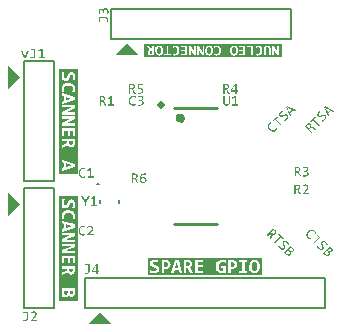
<source format=gto>
G04*
G04 #@! TF.GenerationSoftware,Altium Limited,Altium Designer,24.10.1 (45)*
G04*
G04 Layer_Color=65535*
%FSLAX25Y25*%
%MOIN*%
G70*
G04*
G04 #@! TF.SameCoordinates,420246D5-23F9-42E6-AD95-1A962FCA9351*
G04*
G04*
G04 #@! TF.FilePolarity,Positive*
G04*
G01*
G75*
%ADD10C,0.00787*%
%ADD11C,0.01181*%
%ADD12C,0.01575*%
%ADD13C,0.00500*%
%ADD14C,0.01000*%
G36*
X32323Y6260D02*
X28386Y2323D01*
X36260D01*
X32323Y6260D01*
D02*
G37*
G36*
X5512Y42402D02*
X1575Y46339D01*
Y38465D01*
X5512Y42402D01*
D02*
G37*
G36*
Y84724D02*
X1575Y88661D01*
Y80787D01*
X5512Y84724D01*
D02*
G37*
G36*
X41102Y96063D02*
X37165Y92126D01*
X45039D01*
X41102Y96063D01*
D02*
G37*
G36*
X24730Y52299D02*
X18577D01*
Y87464D01*
X24730D01*
Y52299D01*
D02*
G37*
G36*
Y9976D02*
X18577D01*
Y45142D01*
X24730D01*
Y9976D01*
D02*
G37*
G36*
X92793Y91420D02*
X46970D01*
Y95588D01*
X92793D01*
Y91420D01*
D02*
G37*
G36*
X86173Y24310D02*
Y18701D01*
X48158D01*
Y24310D01*
X86173D01*
D02*
G37*
G36*
X110208Y73486D02*
X109873Y73150D01*
X109220Y73486D01*
X108270Y72536D01*
X108606Y71883D01*
X108286Y71563D01*
X106769Y74586D01*
X107193Y75011D01*
X110208Y73486D01*
D02*
G37*
G36*
X105938Y73138D02*
X105931Y73131D01*
X105908Y73123D01*
X105877Y73100D01*
X105834Y73073D01*
X105788Y73042D01*
X105730Y73007D01*
X105614Y72922D01*
X105610Y72918D01*
X105587Y72903D01*
X105560Y72883D01*
X105522Y72852D01*
X105479Y72818D01*
X105429Y72775D01*
X105332Y72686D01*
X105290Y72644D01*
X105247Y72594D01*
X105197Y72528D01*
X105143Y72451D01*
X105093Y72370D01*
X105058Y72289D01*
X105035Y72204D01*
Y72196D01*
X105031Y72169D01*
Y72131D01*
X105035Y72080D01*
X105047Y72022D01*
X105070Y71961D01*
X105101Y71899D01*
X105151Y71841D01*
X105155Y71837D01*
X105166Y71825D01*
X105186Y71814D01*
X105213Y71795D01*
X105278Y71760D01*
X105317Y71745D01*
X105359Y71733D01*
X105367D01*
X105379Y71729D01*
X105433D01*
X105514Y71733D01*
X105610Y71745D01*
X105618D01*
X105633Y71752D01*
X105660Y71756D01*
X105699Y71772D01*
X105742Y71783D01*
X105788Y71798D01*
X105896Y71845D01*
X105900Y71849D01*
X105923Y71856D01*
X105950Y71868D01*
X105992Y71887D01*
X106035Y71907D01*
X106085Y71926D01*
X106201Y71972D01*
X106205Y71976D01*
X106228Y71984D01*
X106259Y71999D01*
X106298Y72015D01*
X106348Y72034D01*
X106398Y72053D01*
X106518Y72096D01*
X106525D01*
X106545Y72107D01*
X106576Y72115D01*
X106618Y72127D01*
X106722Y72146D01*
X106834Y72158D01*
X106842D01*
X106861Y72161D01*
X106892D01*
X106935Y72158D01*
X106977Y72154D01*
X107031Y72146D01*
X107143Y72119D01*
X107151D01*
X107170Y72107D01*
X107197Y72096D01*
X107236Y72080D01*
X107282Y72057D01*
X107332Y72022D01*
X107378Y71984D01*
X107433Y71938D01*
X107440Y71930D01*
X107460Y71911D01*
X107487Y71876D01*
X107521Y71833D01*
X107556Y71783D01*
X107591Y71717D01*
X107626Y71652D01*
X107649Y71582D01*
Y71575D01*
X107657Y71551D01*
X107664Y71513D01*
X107672Y71466D01*
X107676Y71409D01*
X107680Y71343D01*
X107676Y71270D01*
X107664Y71196D01*
Y71188D01*
X107657Y71165D01*
X107645Y71123D01*
X107633Y71073D01*
X107610Y71011D01*
X107583Y70945D01*
X107548Y70872D01*
X107502Y70795D01*
X107494Y70787D01*
X107483Y70760D01*
X107452Y70721D01*
X107413Y70667D01*
X107367Y70605D01*
X107309Y70540D01*
X107247Y70463D01*
X107120Y70335D01*
X107085Y70308D01*
X107058Y70281D01*
X106985Y70216D01*
X106969Y70200D01*
X106950Y70189D01*
X106927Y70165D01*
X106865Y70119D01*
X106796Y70065D01*
X106780Y70050D01*
X106761Y70038D01*
X106741Y70019D01*
X106684Y69976D01*
X106622Y69930D01*
X106618Y69926D01*
X106606Y69922D01*
X106587Y69911D01*
X106568Y69899D01*
X106514Y69868D01*
X106456Y69833D01*
X106158Y70131D01*
X106170Y70135D01*
X106189Y70146D01*
X106224Y70165D01*
X106271Y70189D01*
X106328Y70216D01*
X106390Y70254D01*
X106456Y70297D01*
X106525Y70343D01*
X106533Y70351D01*
X106556Y70366D01*
X106595Y70397D01*
X106645Y70439D01*
X106707Y70486D01*
X106772Y70544D01*
X106846Y70609D01*
X106977Y70741D01*
X107008Y70779D01*
X107046Y70818D01*
X107081Y70868D01*
X107120Y70914D01*
X107155Y70965D01*
X107159Y70968D01*
X107170Y70988D01*
X107178Y71011D01*
X107201Y71042D01*
X107232Y71119D01*
X107259Y71200D01*
Y71208D01*
X107263Y71219D01*
Y71243D01*
X107267Y71270D01*
Y71339D01*
X107247Y71412D01*
X107243Y71416D01*
X107240Y71428D01*
X107232Y71451D01*
X107216Y71474D01*
X107201Y71505D01*
X107178Y71536D01*
X107124Y71598D01*
X107120Y71602D01*
X107108Y71613D01*
X107089Y71625D01*
X107062Y71644D01*
X106996Y71679D01*
X106962Y71690D01*
X106915Y71698D01*
X106907D01*
X106896Y71702D01*
X106803D01*
X106761Y71698D01*
X106664Y71679D01*
X106657D01*
X106641Y71671D01*
X106614Y71667D01*
X106579Y71656D01*
X106537Y71644D01*
X106491Y71629D01*
X106379Y71586D01*
X106371D01*
X106352Y71575D01*
X106325Y71563D01*
X106282Y71544D01*
X106240Y71524D01*
X106186Y71501D01*
X106074Y71451D01*
X106066D01*
X106047Y71439D01*
X106016Y71432D01*
X105977Y71416D01*
X105927Y71397D01*
X105877Y71378D01*
X105757Y71335D01*
X105749D01*
X105726Y71328D01*
X105699Y71316D01*
X105657Y71304D01*
X105610Y71297D01*
X105556Y71281D01*
X105440Y71266D01*
X105386D01*
X105344Y71270D01*
X105301Y71273D01*
X105247Y71281D01*
X105139Y71304D01*
X105132D01*
X105112Y71316D01*
X105085Y71328D01*
X105051Y71347D01*
X105004Y71370D01*
X104958Y71401D01*
X104908Y71443D01*
X104857Y71486D01*
X104854Y71490D01*
X104838Y71505D01*
X104819Y71532D01*
X104792Y71567D01*
X104761Y71605D01*
X104730Y71652D01*
X104699Y71706D01*
X104672Y71764D01*
Y71772D01*
X104660Y71791D01*
X104657Y71825D01*
X104645Y71868D01*
X104633Y71918D01*
X104626Y71980D01*
X104622Y72046D01*
Y72115D01*
Y72123D01*
X104626Y72150D01*
X104633Y72189D01*
X104645Y72239D01*
X104657Y72297D01*
X104680Y72366D01*
X104707Y72439D01*
X104742Y72521D01*
X104745Y72532D01*
X104765Y72559D01*
X104788Y72598D01*
X104823Y72656D01*
X104869Y72725D01*
X104927Y72799D01*
X104996Y72876D01*
X105074Y72961D01*
X105112Y72999D01*
X105155Y73034D01*
X105205Y73076D01*
X105228Y73100D01*
X105251Y73115D01*
X105298Y73154D01*
X105356Y73196D01*
X105367Y73208D01*
X105386Y73219D01*
X105402Y73235D01*
X105452Y73269D01*
X105510Y73312D01*
X105522Y73324D01*
X105541Y73335D01*
X105560Y73347D01*
X105610Y73381D01*
X105660Y73416D01*
X105938Y73138D01*
D02*
G37*
G36*
X104155Y71447D02*
X103483Y70775D01*
X105491Y68768D01*
X105178Y68455D01*
X103170Y70463D01*
X102498Y69791D01*
X102236Y70053D01*
X103892Y71710D01*
X104155Y71447D01*
D02*
G37*
G36*
X101873Y69250D02*
X101923Y69247D01*
X101977Y69239D01*
X102035Y69219D01*
X102093Y69200D01*
X102101D01*
X102120Y69189D01*
X102151Y69173D01*
X102190Y69150D01*
X102232Y69123D01*
X102282Y69088D01*
X102332Y69054D01*
X102383Y69003D01*
X102386Y68999D01*
X102402Y68984D01*
X102421Y68965D01*
X102445Y68934D01*
X102471Y68899D01*
X102498Y68857D01*
X102552Y68764D01*
X102556Y68760D01*
X102564Y68745D01*
X102576Y68718D01*
X102583Y68687D01*
X102614Y68602D01*
X102630Y68501D01*
Y68494D01*
Y68478D01*
X102634Y68451D01*
Y68413D01*
X102630Y68370D01*
X102626Y68320D01*
X102611Y68212D01*
Y68204D01*
X102603Y68189D01*
X102595Y68158D01*
X102583Y68123D01*
X102564Y68081D01*
X102545Y68030D01*
X102514Y67976D01*
X102483Y67922D01*
X102487Y67926D01*
X102506Y67930D01*
X102533Y67942D01*
X102568Y67953D01*
X102607Y67961D01*
X102657Y67965D01*
X102707Y67969D01*
X102765Y67965D01*
X102773D01*
X102792Y67961D01*
X102823D01*
X102865Y67949D01*
X102919Y67942D01*
X102977Y67930D01*
X103047Y67907D01*
X103120Y67888D01*
X104228Y67505D01*
X103877Y67154D01*
X102811Y67540D01*
X102807Y67544D01*
X102788Y67548D01*
X102769Y67552D01*
X102742Y67563D01*
X102668Y67582D01*
X102595Y67594D01*
X102591Y67598D01*
X102576D01*
X102537Y67606D01*
X102483D01*
X102421Y67598D01*
X102417Y67594D01*
X102410D01*
X102371Y67586D01*
X102329Y67567D01*
X102275Y67544D01*
X102271Y67540D01*
X102263D01*
X102251Y67528D01*
X102232Y67517D01*
X102190Y67482D01*
X102136Y67436D01*
X101993Y67293D01*
X103004Y66281D01*
X102695Y65973D01*
X100425Y68243D01*
X101066Y68884D01*
X101105Y68915D01*
X101151Y68961D01*
X101213Y69007D01*
X101278Y69057D01*
X101348Y69104D01*
X101418Y69142D01*
X101425Y69150D01*
X101448Y69158D01*
X101487Y69173D01*
X101529Y69192D01*
X101584Y69216D01*
X101645Y69231D01*
X101707Y69247D01*
X101769Y69254D01*
X101831D01*
X101873Y69250D01*
D02*
G37*
G36*
X97483Y73555D02*
X97147Y73219D01*
X96494Y73555D01*
X95545Y72605D01*
X95881Y71953D01*
X95560Y71632D01*
X94043Y74655D01*
X94467Y75080D01*
X97483Y73555D01*
D02*
G37*
G36*
X93213Y73208D02*
X93205Y73200D01*
X93182Y73192D01*
X93151Y73169D01*
X93108Y73142D01*
X93062Y73111D01*
X93004Y73076D01*
X92888Y72992D01*
X92884Y72988D01*
X92861Y72972D01*
X92834Y72953D01*
X92796Y72922D01*
X92753Y72887D01*
X92703Y72845D01*
X92607Y72756D01*
X92564Y72714D01*
X92522Y72663D01*
X92471Y72598D01*
X92417Y72521D01*
X92367Y72439D01*
X92332Y72358D01*
X92309Y72273D01*
Y72266D01*
X92305Y72239D01*
Y72200D01*
X92309Y72150D01*
X92321Y72092D01*
X92344Y72030D01*
X92375Y71968D01*
X92425Y71911D01*
X92429Y71907D01*
X92440Y71895D01*
X92460Y71883D01*
X92487Y71864D01*
X92553Y71829D01*
X92591Y71814D01*
X92634Y71802D01*
X92641D01*
X92653Y71798D01*
X92707D01*
X92788Y71802D01*
X92884Y71814D01*
X92892D01*
X92908Y71822D01*
X92935Y71825D01*
X92973Y71841D01*
X93016Y71853D01*
X93062Y71868D01*
X93170Y71914D01*
X93174Y71918D01*
X93197Y71926D01*
X93224Y71938D01*
X93267Y71957D01*
X93309Y71976D01*
X93359Y71995D01*
X93475Y72042D01*
X93479Y72046D01*
X93502Y72053D01*
X93533Y72069D01*
X93572Y72084D01*
X93622Y72104D01*
X93672Y72123D01*
X93792Y72165D01*
X93800D01*
X93819Y72177D01*
X93850Y72185D01*
X93892Y72196D01*
X93996Y72215D01*
X94108Y72227D01*
X94116D01*
X94135Y72231D01*
X94166D01*
X94209Y72227D01*
X94251Y72223D01*
X94305Y72215D01*
X94417Y72189D01*
X94425D01*
X94444Y72177D01*
X94471Y72165D01*
X94510Y72150D01*
X94556Y72127D01*
X94606Y72092D01*
X94653Y72053D01*
X94707Y72007D01*
X94714Y71999D01*
X94734Y71980D01*
X94761Y71945D01*
X94796Y71903D01*
X94830Y71853D01*
X94865Y71787D01*
X94900Y71721D01*
X94923Y71652D01*
Y71644D01*
X94931Y71621D01*
X94938Y71582D01*
X94946Y71536D01*
X94950Y71478D01*
X94954Y71412D01*
X94950Y71339D01*
X94938Y71266D01*
Y71258D01*
X94931Y71235D01*
X94919Y71192D01*
X94908Y71142D01*
X94884Y71080D01*
X94857Y71015D01*
X94823Y70941D01*
X94776Y70864D01*
X94769Y70856D01*
X94757Y70829D01*
X94726Y70791D01*
X94687Y70737D01*
X94641Y70675D01*
X94583Y70609D01*
X94521Y70532D01*
X94394Y70405D01*
X94359Y70378D01*
X94332Y70351D01*
X94259Y70285D01*
X94244Y70270D01*
X94224Y70258D01*
X94201Y70235D01*
X94139Y70188D01*
X94070Y70135D01*
X94054Y70119D01*
X94035Y70108D01*
X94016Y70088D01*
X93958Y70046D01*
X93896Y69999D01*
X93892Y69995D01*
X93881Y69992D01*
X93861Y69980D01*
X93842Y69968D01*
X93788Y69938D01*
X93730Y69903D01*
X93433Y70200D01*
X93444Y70204D01*
X93464Y70216D01*
X93498Y70235D01*
X93545Y70258D01*
X93603Y70285D01*
X93664Y70324D01*
X93730Y70366D01*
X93800Y70412D01*
X93807Y70420D01*
X93830Y70436D01*
X93869Y70467D01*
X93919Y70509D01*
X93981Y70555D01*
X94047Y70613D01*
X94120Y70679D01*
X94251Y70810D01*
X94282Y70849D01*
X94321Y70887D01*
X94355Y70938D01*
X94394Y70984D01*
X94429Y71034D01*
X94433Y71038D01*
X94444Y71057D01*
X94452Y71080D01*
X94475Y71111D01*
X94506Y71188D01*
X94533Y71270D01*
Y71277D01*
X94537Y71289D01*
Y71312D01*
X94541Y71339D01*
Y71409D01*
X94521Y71482D01*
X94518Y71486D01*
X94514Y71497D01*
X94506Y71521D01*
X94491Y71544D01*
X94475Y71575D01*
X94452Y71605D01*
X94398Y71667D01*
X94394Y71671D01*
X94383Y71683D01*
X94363Y71694D01*
X94336Y71714D01*
X94270Y71748D01*
X94236Y71760D01*
X94190Y71768D01*
X94182D01*
X94170Y71772D01*
X94077D01*
X94035Y71768D01*
X93938Y71748D01*
X93931D01*
X93915Y71741D01*
X93888Y71737D01*
X93854Y71725D01*
X93811Y71714D01*
X93765Y71698D01*
X93653Y71656D01*
X93645D01*
X93626Y71644D01*
X93599Y71632D01*
X93556Y71613D01*
X93514Y71594D01*
X93460Y71571D01*
X93348Y71521D01*
X93340D01*
X93321Y71509D01*
X93290Y71501D01*
X93251Y71486D01*
X93201Y71466D01*
X93151Y71447D01*
X93031Y71405D01*
X93024D01*
X93000Y71397D01*
X92973Y71385D01*
X92931Y71374D01*
X92884Y71366D01*
X92830Y71351D01*
X92715Y71335D01*
X92661D01*
X92618Y71339D01*
X92576Y71343D01*
X92522Y71351D01*
X92414Y71374D01*
X92406D01*
X92387Y71385D01*
X92359Y71397D01*
X92325Y71416D01*
X92278Y71439D01*
X92232Y71470D01*
X92182Y71513D01*
X92132Y71555D01*
X92128Y71559D01*
X92112Y71575D01*
X92093Y71602D01*
X92066Y71636D01*
X92035Y71675D01*
X92004Y71721D01*
X91973Y71775D01*
X91946Y71833D01*
Y71841D01*
X91935Y71860D01*
X91931Y71895D01*
X91919Y71938D01*
X91908Y71988D01*
X91900Y72049D01*
X91896Y72115D01*
Y72185D01*
Y72192D01*
X91900Y72219D01*
X91908Y72258D01*
X91919Y72308D01*
X91931Y72366D01*
X91954Y72435D01*
X91981Y72509D01*
X92016Y72590D01*
X92020Y72601D01*
X92039Y72629D01*
X92062Y72667D01*
X92097Y72725D01*
X92143Y72795D01*
X92201Y72868D01*
X92271Y72945D01*
X92348Y73030D01*
X92387Y73069D01*
X92429Y73103D01*
X92479Y73146D01*
X92502Y73169D01*
X92526Y73185D01*
X92572Y73223D01*
X92630Y73266D01*
X92641Y73277D01*
X92661Y73289D01*
X92676Y73304D01*
X92726Y73339D01*
X92784Y73381D01*
X92796Y73393D01*
X92815Y73405D01*
X92834Y73416D01*
X92884Y73451D01*
X92935Y73486D01*
X93213Y73208D01*
D02*
G37*
G36*
X91429Y71517D02*
X90757Y70845D01*
X92765Y68837D01*
X92452Y68524D01*
X90444Y70532D01*
X89773Y69860D01*
X89510Y70123D01*
X91166Y71779D01*
X91429Y71517D01*
D02*
G37*
G36*
X89514Y69362D02*
X89506D01*
X89479Y69351D01*
X89445Y69339D01*
X89394Y69320D01*
X89340Y69297D01*
X89282Y69270D01*
X89155Y69204D01*
X89147Y69196D01*
X89124Y69189D01*
X89093Y69165D01*
X89051Y69138D01*
X89000Y69104D01*
X88946Y69057D01*
X88885Y69011D01*
X88800Y68926D01*
X88773Y68891D01*
X88738Y68849D01*
X88703Y68799D01*
X88665Y68737D01*
X88630Y68671D01*
X88599Y68602D01*
Y68594D01*
X88591Y68571D01*
X88580Y68528D01*
X88572Y68482D01*
X88560Y68424D01*
X88553Y68355D01*
X88549Y68281D01*
X88557Y68204D01*
Y68196D01*
X88560Y68169D01*
X88568Y68131D01*
X88584Y68077D01*
X88599Y68015D01*
X88626Y67942D01*
X88657Y67864D01*
X88696Y67787D01*
X88703Y67779D01*
X88715Y67752D01*
X88742Y67710D01*
X88780Y67656D01*
X88827Y67594D01*
X88881Y67525D01*
X88946Y67451D01*
X89020Y67370D01*
X89024Y67366D01*
X89039Y67351D01*
X89062Y67328D01*
X89097Y67301D01*
X89132Y67266D01*
X89178Y67227D01*
X89232Y67189D01*
X89290Y67146D01*
X89417Y67057D01*
X89560Y66976D01*
X89711Y66918D01*
X89784Y66899D01*
X89862Y66884D01*
X89962D01*
X90004Y66888D01*
X90055Y66891D01*
X90105Y66903D01*
X90159Y66918D01*
X90221Y66934D01*
X90286Y66961D01*
X90348Y66992D01*
X90414Y67027D01*
X90475Y67073D01*
X90545Y67127D01*
X90610Y67185D01*
X90664Y67239D01*
X90695Y67277D01*
X90734Y67324D01*
X90776Y67374D01*
X90858Y67494D01*
X90865Y67501D01*
X90873Y67525D01*
X90892Y67559D01*
X90916Y67606D01*
X90943Y67656D01*
X90970Y67714D01*
X91024Y67853D01*
X91317Y67559D01*
X91313Y67555D01*
X91309Y67544D01*
X91302Y67521D01*
X91286Y67498D01*
X91271Y67459D01*
X91247Y67420D01*
X91228Y67378D01*
X91197Y67332D01*
X91132Y67220D01*
X91051Y67108D01*
X90962Y66988D01*
X90854Y66872D01*
X90834Y66853D01*
X90803Y66830D01*
X90769Y66795D01*
X90726Y66760D01*
X90672Y66722D01*
X90614Y66679D01*
X90545Y66633D01*
X90472Y66590D01*
X90390Y66548D01*
X90306Y66509D01*
X90217Y66474D01*
X90124Y66451D01*
X90027Y66432D01*
X89927Y66417D01*
X89819D01*
X89800Y66420D01*
X89773Y66424D01*
X89734Y66432D01*
X89684Y66444D01*
X89626Y66455D01*
X89556Y66478D01*
X89483Y66505D01*
X89406Y66536D01*
X89317Y66579D01*
X89224Y66625D01*
X89132Y66679D01*
X89031Y66749D01*
X88931Y66826D01*
X88827Y66915D01*
X88723Y67011D01*
X88719Y67015D01*
X88711Y67023D01*
X88696Y67038D01*
X88676Y67057D01*
X88657Y67084D01*
X88626Y67115D01*
X88564Y67185D01*
X88499Y67266D01*
X88429Y67366D01*
X88360Y67467D01*
X88298Y67575D01*
X88294Y67579D01*
X88290Y67590D01*
X88282Y67606D01*
X88271Y67625D01*
X88252Y67683D01*
X88217Y67756D01*
X88190Y67845D01*
X88163Y67942D01*
X88136Y68046D01*
X88124Y68150D01*
Y68165D01*
X88120Y68200D01*
X88124Y68258D01*
X88128Y68331D01*
X88136Y68416D01*
X88151Y68509D01*
X88174Y68609D01*
X88205Y68710D01*
X88209Y68714D01*
Y68721D01*
X88217Y68737D01*
X88228Y68756D01*
X88252Y68810D01*
X88286Y68876D01*
X88333Y68953D01*
X88390Y69042D01*
X88464Y69131D01*
X88545Y69219D01*
X88603Y69277D01*
X88645Y69312D01*
X88696Y69355D01*
X88746Y69397D01*
X88865Y69486D01*
X88873Y69494D01*
X88892Y69505D01*
X88927Y69525D01*
X88970Y69551D01*
X89020Y69578D01*
X89078Y69606D01*
X89209Y69667D01*
X89514Y69362D01*
D02*
G37*
G36*
X102804Y33827D02*
X102877Y33823D01*
X102962Y33815D01*
X103054Y33799D01*
X103155Y33776D01*
X103255Y33746D01*
X103259Y33742D01*
X103267D01*
X103282Y33734D01*
X103302Y33722D01*
X103356Y33699D01*
X103421Y33664D01*
X103498Y33618D01*
X103587Y33560D01*
X103676Y33487D01*
X103765Y33406D01*
X103823Y33348D01*
X103858Y33305D01*
X103900Y33255D01*
X103942Y33205D01*
X104031Y33085D01*
X104039Y33078D01*
X104051Y33058D01*
X104070Y33024D01*
X104097Y32981D01*
X104124Y32931D01*
X104151Y32873D01*
X104213Y32742D01*
X103908Y32437D01*
Y32444D01*
X103896Y32471D01*
X103884Y32506D01*
X103865Y32556D01*
X103842Y32610D01*
X103815Y32668D01*
X103749Y32796D01*
X103742Y32803D01*
X103734Y32827D01*
X103711Y32857D01*
X103684Y32900D01*
X103649Y32950D01*
X103603Y33004D01*
X103556Y33066D01*
X103471Y33151D01*
X103437Y33178D01*
X103394Y33213D01*
X103344Y33247D01*
X103282Y33286D01*
X103217Y33321D01*
X103147Y33352D01*
X103139D01*
X103116Y33359D01*
X103074Y33371D01*
X103027Y33379D01*
X102970Y33390D01*
X102900Y33398D01*
X102827Y33402D01*
X102750Y33394D01*
X102742D01*
X102715Y33390D01*
X102676Y33383D01*
X102622Y33367D01*
X102560Y33352D01*
X102487Y33325D01*
X102410Y33294D01*
X102332Y33255D01*
X102325Y33247D01*
X102298Y33236D01*
X102255Y33209D01*
X102201Y33170D01*
X102139Y33124D01*
X102070Y33070D01*
X101997Y33004D01*
X101916Y32931D01*
X101912Y32927D01*
X101896Y32912D01*
X101873Y32888D01*
X101846Y32854D01*
X101811Y32819D01*
X101773Y32773D01*
X101734Y32719D01*
X101692Y32661D01*
X101603Y32533D01*
X101522Y32390D01*
X101464Y32240D01*
X101444Y32166D01*
X101429Y32089D01*
Y32081D01*
Y32074D01*
Y32051D01*
Y32020D01*
Y31989D01*
X101433Y31946D01*
X101437Y31896D01*
X101448Y31846D01*
X101464Y31792D01*
X101479Y31730D01*
X101506Y31664D01*
X101537Y31603D01*
X101572Y31537D01*
X101618Y31475D01*
X101672Y31406D01*
X101730Y31340D01*
X101784Y31286D01*
X101823Y31255D01*
X101869Y31217D01*
X101919Y31174D01*
X102039Y31093D01*
X102047Y31085D01*
X102070Y31078D01*
X102105Y31058D01*
X102151Y31035D01*
X102201Y31008D01*
X102259Y30981D01*
X102398Y30927D01*
X102105Y30634D01*
X102101Y30637D01*
X102089Y30641D01*
X102066Y30649D01*
X102043Y30665D01*
X102004Y30680D01*
X101966Y30703D01*
X101923Y30722D01*
X101877Y30753D01*
X101765Y30819D01*
X101653Y30900D01*
X101533Y30989D01*
X101418Y31097D01*
X101398Y31116D01*
X101375Y31147D01*
X101340Y31182D01*
X101305Y31224D01*
X101267Y31278D01*
X101224Y31336D01*
X101178Y31406D01*
X101136Y31479D01*
X101093Y31560D01*
X101055Y31645D01*
X101020Y31734D01*
X100997Y31827D01*
X100977Y31923D01*
X100962Y32024D01*
Y32124D01*
Y32132D01*
X100966Y32151D01*
X100970Y32178D01*
X100977Y32217D01*
X100989Y32267D01*
X101000Y32325D01*
X101024Y32394D01*
X101051Y32467D01*
X101082Y32545D01*
X101124Y32634D01*
X101170Y32726D01*
X101224Y32819D01*
X101294Y32919D01*
X101371Y33020D01*
X101460Y33124D01*
X101557Y33228D01*
X101560Y33232D01*
X101568Y33240D01*
X101584Y33255D01*
X101603Y33274D01*
X101630Y33294D01*
X101661Y33325D01*
X101730Y33386D01*
X101811Y33452D01*
X101912Y33522D01*
X102012Y33591D01*
X102120Y33653D01*
X102124Y33657D01*
X102136Y33661D01*
X102151Y33668D01*
X102170Y33680D01*
X102228Y33699D01*
X102302Y33734D01*
X102390Y33761D01*
X102487Y33788D01*
X102591Y33815D01*
X102695Y33827D01*
X102711D01*
X102746Y33830D01*
X102804Y33827D01*
D02*
G37*
G36*
X106325Y30784D02*
X106062Y30522D01*
X105390Y31194D01*
X103383Y29186D01*
X103070Y29499D01*
X105078Y31506D01*
X104406Y32178D01*
X104668Y32441D01*
X106325Y30784D01*
D02*
G37*
G36*
X106730Y30055D02*
X106738D01*
X106765Y30051D01*
X106803Y30043D01*
X106853Y30031D01*
X106911Y30020D01*
X106981Y29997D01*
X107054Y29970D01*
X107135Y29935D01*
X107147Y29931D01*
X107174Y29912D01*
X107212Y29888D01*
X107271Y29854D01*
X107340Y29807D01*
X107413Y29750D01*
X107491Y29680D01*
X107576Y29603D01*
X107614Y29564D01*
X107649Y29522D01*
X107691Y29472D01*
X107714Y29448D01*
X107730Y29425D01*
X107768Y29379D01*
X107811Y29321D01*
X107823Y29309D01*
X107834Y29290D01*
X107850Y29275D01*
X107884Y29225D01*
X107927Y29167D01*
X107938Y29155D01*
X107950Y29136D01*
X107961Y29116D01*
X107996Y29066D01*
X108031Y29016D01*
X107753Y28738D01*
X107745Y28746D01*
X107738Y28769D01*
X107714Y28800D01*
X107687Y28842D01*
X107657Y28889D01*
X107622Y28947D01*
X107537Y29062D01*
X107533Y29066D01*
X107518Y29089D01*
X107498Y29116D01*
X107467Y29155D01*
X107433Y29197D01*
X107390Y29248D01*
X107301Y29344D01*
X107259Y29387D01*
X107209Y29429D01*
X107143Y29479D01*
X107066Y29533D01*
X106985Y29583D01*
X106904Y29618D01*
X106819Y29641D01*
X106811D01*
X106784Y29645D01*
X106745D01*
X106695Y29641D01*
X106637Y29630D01*
X106576Y29607D01*
X106514Y29576D01*
X106456Y29526D01*
X106452Y29522D01*
X106440Y29510D01*
X106429Y29491D01*
X106410Y29464D01*
X106375Y29398D01*
X106359Y29360D01*
X106348Y29317D01*
Y29309D01*
X106344Y29298D01*
Y29275D01*
Y29244D01*
X106348Y29163D01*
X106359Y29066D01*
Y29059D01*
X106367Y29043D01*
X106371Y29016D01*
X106386Y28977D01*
X106398Y28935D01*
X106413Y28889D01*
X106460Y28780D01*
X106464Y28777D01*
X106471Y28754D01*
X106483Y28726D01*
X106502Y28684D01*
X106521Y28642D01*
X106541Y28591D01*
X106587Y28475D01*
X106591Y28472D01*
X106599Y28449D01*
X106614Y28418D01*
X106630Y28379D01*
X106649Y28329D01*
X106668Y28279D01*
X106711Y28159D01*
Y28151D01*
X106722Y28132D01*
X106730Y28101D01*
X106741Y28058D01*
X106761Y27954D01*
X106772Y27842D01*
Y27835D01*
X106776Y27815D01*
Y27784D01*
X106772Y27742D01*
X106769Y27700D01*
X106761Y27645D01*
X106734Y27533D01*
Y27526D01*
X106722Y27506D01*
X106711Y27479D01*
X106695Y27441D01*
X106672Y27395D01*
X106637Y27344D01*
X106599Y27298D01*
X106552Y27244D01*
X106545Y27236D01*
X106525Y27217D01*
X106491Y27190D01*
X106448Y27155D01*
X106398Y27120D01*
X106332Y27086D01*
X106267Y27051D01*
X106197Y27028D01*
X106189D01*
X106166Y27020D01*
X106128Y27012D01*
X106081Y27005D01*
X106023Y27001D01*
X105958Y26997D01*
X105884Y27001D01*
X105811Y27012D01*
X105803D01*
X105780Y27020D01*
X105738Y27031D01*
X105687Y27043D01*
X105626Y27066D01*
X105560Y27093D01*
X105487Y27128D01*
X105410Y27174D01*
X105402Y27182D01*
X105375Y27194D01*
X105336Y27225D01*
X105282Y27263D01*
X105220Y27310D01*
X105155Y27367D01*
X105078Y27429D01*
X104950Y27557D01*
X104923Y27591D01*
X104896Y27618D01*
X104830Y27692D01*
X104815Y27707D01*
X104803Y27727D01*
X104780Y27750D01*
X104734Y27811D01*
X104680Y27881D01*
X104664Y27896D01*
X104653Y27916D01*
X104633Y27935D01*
X104591Y27993D01*
X104545Y28055D01*
X104541Y28058D01*
X104537Y28070D01*
X104525Y28089D01*
X104514Y28109D01*
X104483Y28163D01*
X104448Y28221D01*
X104745Y28518D01*
X104749Y28506D01*
X104761Y28487D01*
X104780Y28452D01*
X104803Y28406D01*
X104830Y28348D01*
X104869Y28286D01*
X104911Y28221D01*
X104958Y28151D01*
X104966Y28144D01*
X104981Y28120D01*
X105012Y28082D01*
X105054Y28032D01*
X105101Y27970D01*
X105159Y27904D01*
X105224Y27831D01*
X105356Y27700D01*
X105394Y27669D01*
X105433Y27630D01*
X105483Y27595D01*
X105529Y27557D01*
X105579Y27522D01*
X105583Y27518D01*
X105603Y27506D01*
X105626Y27499D01*
X105657Y27476D01*
X105734Y27445D01*
X105815Y27418D01*
X105823D01*
X105834Y27414D01*
X105857D01*
X105884Y27410D01*
X105954D01*
X106027Y27429D01*
X106031Y27433D01*
X106043Y27437D01*
X106066Y27445D01*
X106089Y27460D01*
X106120Y27476D01*
X106151Y27499D01*
X106213Y27553D01*
X106217Y27557D01*
X106228Y27568D01*
X106240Y27588D01*
X106259Y27615D01*
X106294Y27680D01*
X106305Y27715D01*
X106313Y27761D01*
Y27769D01*
X106317Y27781D01*
Y27804D01*
Y27835D01*
Y27873D01*
X106313Y27916D01*
X106294Y28012D01*
Y28020D01*
X106286Y28035D01*
X106282Y28062D01*
X106271Y28097D01*
X106259Y28140D01*
X106244Y28186D01*
X106201Y28298D01*
Y28306D01*
X106189Y28325D01*
X106178Y28352D01*
X106158Y28394D01*
X106139Y28437D01*
X106116Y28491D01*
X106066Y28603D01*
Y28611D01*
X106054Y28630D01*
X106047Y28661D01*
X106031Y28699D01*
X106012Y28750D01*
X105992Y28800D01*
X105950Y28920D01*
Y28927D01*
X105942Y28950D01*
X105931Y28977D01*
X105919Y29020D01*
X105911Y29066D01*
X105896Y29120D01*
X105881Y29236D01*
Y29244D01*
Y29259D01*
Y29290D01*
X105884Y29333D01*
X105888Y29375D01*
X105896Y29429D01*
X105919Y29537D01*
Y29545D01*
X105931Y29564D01*
X105942Y29591D01*
X105962Y29626D01*
X105985Y29672D01*
X106016Y29719D01*
X106058Y29769D01*
X106101Y29819D01*
X106105Y29823D01*
X106120Y29838D01*
X106147Y29858D01*
X106182Y29885D01*
X106220Y29916D01*
X106267Y29946D01*
X106321Y29977D01*
X106379Y30004D01*
X106386D01*
X106406Y30016D01*
X106440Y30020D01*
X106483Y30031D01*
X106533Y30043D01*
X106595Y30051D01*
X106660Y30055D01*
X106730D01*
D02*
G37*
G36*
X109378Y27730D02*
X109413Y27688D01*
X109456Y27638D01*
X109506Y27572D01*
X109552Y27495D01*
X109606Y27410D01*
X109653Y27317D01*
X109695Y27221D01*
X109726Y27113D01*
X109745Y27008D01*
X109749Y26896D01*
X109730Y26784D01*
X109695Y26673D01*
X109633Y26564D01*
X109591Y26514D01*
X109545Y26460D01*
X109541Y26456D01*
X109537Y26452D01*
X109514Y26429D01*
X109475Y26398D01*
X109425Y26364D01*
X109363Y26325D01*
X109293Y26286D01*
X109220Y26252D01*
X109139Y26232D01*
X109131D01*
X109100Y26225D01*
X109054D01*
X109000D01*
X108931Y26232D01*
X108846Y26248D01*
X108757Y26275D01*
X108660Y26317D01*
X108664Y26313D01*
X108672Y26298D01*
X108687Y26275D01*
X108707Y26248D01*
X108741Y26174D01*
X108776Y26086D01*
X108780Y26082D01*
X108784Y26063D01*
X108792Y26039D01*
X108795Y26005D01*
X108811Y25927D01*
Y25835D01*
Y25827D01*
Y25811D01*
X108807Y25785D01*
X108803Y25758D01*
X108795Y25719D01*
X108784Y25676D01*
X108749Y25580D01*
X108745Y25576D01*
X108741Y25557D01*
X108726Y25534D01*
X108711Y25503D01*
X108687Y25464D01*
X108657Y25425D01*
X108587Y25341D01*
X108579Y25333D01*
X108560Y25313D01*
X108525Y25286D01*
X108479Y25248D01*
X108429Y25213D01*
X108367Y25174D01*
X108301Y25140D01*
X108228Y25113D01*
X108220D01*
X108197Y25105D01*
X108158Y25097D01*
X108108Y25086D01*
X108054Y25078D01*
X107985Y25070D01*
X107915D01*
X107838Y25078D01*
X107830D01*
X107803Y25082D01*
X107761Y25093D01*
X107714Y25109D01*
X107649Y25128D01*
X107579Y25151D01*
X107506Y25186D01*
X107425Y25229D01*
X107417Y25236D01*
X107390Y25248D01*
X107352Y25279D01*
X107301Y25313D01*
X107240Y25360D01*
X107170Y25414D01*
X107097Y25480D01*
X107019Y25549D01*
X106437Y26132D01*
X108707Y28402D01*
X109378Y27730D01*
D02*
G37*
G36*
X90634Y33680D02*
X90665Y33641D01*
X90711Y33595D01*
X90757Y33533D01*
X90807Y33468D01*
X90854Y33398D01*
X90892Y33329D01*
X90900Y33321D01*
X90908Y33298D01*
X90923Y33259D01*
X90943Y33217D01*
X90966Y33163D01*
X90981Y33101D01*
X90997Y33039D01*
X91004Y32977D01*
Y32969D01*
Y32946D01*
Y32915D01*
X91000Y32873D01*
X90997Y32823D01*
X90989Y32769D01*
X90970Y32711D01*
X90950Y32653D01*
Y32645D01*
X90939Y32626D01*
X90923Y32595D01*
X90900Y32556D01*
X90873Y32514D01*
X90838Y32464D01*
X90803Y32414D01*
X90753Y32363D01*
X90750Y32359D01*
X90734Y32344D01*
X90715Y32325D01*
X90684Y32302D01*
X90649Y32274D01*
X90607Y32247D01*
X90514Y32193D01*
X90510Y32190D01*
X90495Y32182D01*
X90468Y32170D01*
X90437Y32162D01*
X90352Y32132D01*
X90251Y32116D01*
X90244D01*
X90228D01*
X90201Y32112D01*
X90163D01*
X90120Y32116D01*
X90070Y32120D01*
X89962Y32135D01*
X89954D01*
X89939Y32143D01*
X89908Y32151D01*
X89873Y32162D01*
X89831Y32182D01*
X89780Y32201D01*
X89726Y32232D01*
X89672Y32263D01*
X89676Y32259D01*
X89680Y32240D01*
X89692Y32213D01*
X89703Y32178D01*
X89711Y32139D01*
X89715Y32089D01*
X89719Y32039D01*
X89715Y31981D01*
Y31973D01*
X89711Y31954D01*
Y31923D01*
X89699Y31881D01*
X89692Y31827D01*
X89680Y31769D01*
X89657Y31699D01*
X89638Y31626D01*
X89255Y30518D01*
X88904Y30869D01*
X89290Y31935D01*
X89294Y31939D01*
X89298Y31958D01*
X89302Y31977D01*
X89313Y32004D01*
X89333Y32078D01*
X89344Y32151D01*
X89348Y32155D01*
Y32170D01*
X89356Y32209D01*
Y32263D01*
X89348Y32325D01*
X89344Y32329D01*
Y32336D01*
X89337Y32375D01*
X89317Y32417D01*
X89294Y32471D01*
X89290Y32475D01*
Y32483D01*
X89279Y32495D01*
X89267Y32514D01*
X89232Y32556D01*
X89186Y32610D01*
X89043Y32753D01*
X88032Y31742D01*
X87723Y32051D01*
X89993Y34321D01*
X90634Y33680D01*
D02*
G37*
G36*
X93460Y30854D02*
X93197Y30591D01*
X92526Y31263D01*
X90518Y29255D01*
X90205Y29568D01*
X92213Y31576D01*
X91541Y32247D01*
X91803Y32510D01*
X93460Y30854D01*
D02*
G37*
G36*
X93865Y30124D02*
X93873D01*
X93900Y30120D01*
X93938Y30112D01*
X93989Y30101D01*
X94047Y30089D01*
X94116Y30066D01*
X94190Y30039D01*
X94271Y30004D01*
X94282Y30000D01*
X94309Y29981D01*
X94348Y29958D01*
X94406Y29923D01*
X94475Y29877D01*
X94548Y29819D01*
X94626Y29750D01*
X94711Y29672D01*
X94749Y29634D01*
X94784Y29591D01*
X94827Y29541D01*
X94850Y29518D01*
X94865Y29495D01*
X94904Y29448D01*
X94946Y29390D01*
X94958Y29379D01*
X94969Y29360D01*
X94985Y29344D01*
X95020Y29294D01*
X95062Y29236D01*
X95074Y29225D01*
X95085Y29205D01*
X95097Y29186D01*
X95131Y29136D01*
X95166Y29085D01*
X94888Y28808D01*
X94881Y28815D01*
X94873Y28838D01*
X94850Y28869D01*
X94823Y28912D01*
X94792Y28958D01*
X94757Y29016D01*
X94672Y29132D01*
X94668Y29136D01*
X94653Y29159D01*
X94634Y29186D01*
X94603Y29225D01*
X94568Y29267D01*
X94525Y29317D01*
X94437Y29414D01*
X94394Y29456D01*
X94344Y29499D01*
X94278Y29549D01*
X94201Y29603D01*
X94120Y29653D01*
X94039Y29688D01*
X93954Y29711D01*
X93946D01*
X93919Y29715D01*
X93881D01*
X93830Y29711D01*
X93773Y29699D01*
X93711Y29676D01*
X93649Y29645D01*
X93591Y29595D01*
X93587Y29591D01*
X93576Y29580D01*
X93564Y29560D01*
X93545Y29533D01*
X93510Y29468D01*
X93494Y29429D01*
X93483Y29387D01*
Y29379D01*
X93479Y29367D01*
Y29344D01*
Y29313D01*
X93483Y29232D01*
X93494Y29136D01*
Y29128D01*
X93502Y29112D01*
X93506Y29085D01*
X93522Y29047D01*
X93533Y29004D01*
X93549Y28958D01*
X93595Y28850D01*
X93599Y28846D01*
X93607Y28823D01*
X93618Y28796D01*
X93637Y28754D01*
X93657Y28711D01*
X93676Y28661D01*
X93722Y28545D01*
X93726Y28541D01*
X93734Y28518D01*
X93749Y28487D01*
X93765Y28449D01*
X93784Y28398D01*
X93803Y28348D01*
X93846Y28228D01*
Y28221D01*
X93857Y28201D01*
X93865Y28170D01*
X93877Y28128D01*
X93896Y28024D01*
X93908Y27912D01*
Y27904D01*
X93911Y27885D01*
Y27854D01*
X93908Y27811D01*
X93904Y27769D01*
X93896Y27715D01*
X93869Y27603D01*
Y27595D01*
X93857Y27576D01*
X93846Y27549D01*
X93830Y27510D01*
X93807Y27464D01*
X93773Y27414D01*
X93734Y27367D01*
X93688Y27313D01*
X93680Y27306D01*
X93660Y27286D01*
X93626Y27259D01*
X93583Y27225D01*
X93533Y27190D01*
X93467Y27155D01*
X93402Y27120D01*
X93332Y27097D01*
X93325D01*
X93301Y27090D01*
X93263Y27082D01*
X93217Y27074D01*
X93159Y27070D01*
X93093Y27066D01*
X93020Y27070D01*
X92946Y27082D01*
X92939D01*
X92915Y27090D01*
X92873Y27101D01*
X92823Y27113D01*
X92761Y27136D01*
X92695Y27163D01*
X92622Y27198D01*
X92545Y27244D01*
X92537Y27252D01*
X92510Y27263D01*
X92471Y27294D01*
X92417Y27333D01*
X92356Y27379D01*
X92290Y27437D01*
X92213Y27499D01*
X92085Y27626D01*
X92058Y27661D01*
X92031Y27688D01*
X91966Y27761D01*
X91950Y27777D01*
X91939Y27796D01*
X91916Y27819D01*
X91869Y27881D01*
X91815Y27950D01*
X91800Y27966D01*
X91788Y27985D01*
X91769Y28005D01*
X91726Y28062D01*
X91680Y28124D01*
X91676Y28128D01*
X91672Y28140D01*
X91661Y28159D01*
X91649Y28178D01*
X91618Y28232D01*
X91583Y28290D01*
X91881Y28587D01*
X91885Y28576D01*
X91896Y28557D01*
X91916Y28522D01*
X91939Y28475D01*
X91966Y28418D01*
X92004Y28356D01*
X92047Y28290D01*
X92093Y28221D01*
X92101Y28213D01*
X92116Y28190D01*
X92147Y28151D01*
X92190Y28101D01*
X92236Y28039D01*
X92294Y27974D01*
X92360Y27900D01*
X92491Y27769D01*
X92529Y27738D01*
X92568Y27700D01*
X92618Y27665D01*
X92664Y27626D01*
X92715Y27591D01*
X92718Y27588D01*
X92738Y27576D01*
X92761Y27568D01*
X92792Y27545D01*
X92869Y27514D01*
X92950Y27487D01*
X92958D01*
X92970Y27483D01*
X92993D01*
X93020Y27479D01*
X93089D01*
X93163Y27499D01*
X93166Y27503D01*
X93178Y27506D01*
X93201Y27514D01*
X93224Y27530D01*
X93255Y27545D01*
X93286Y27568D01*
X93348Y27622D01*
X93352Y27626D01*
X93363Y27638D01*
X93375Y27657D01*
X93394Y27684D01*
X93429Y27750D01*
X93441Y27784D01*
X93448Y27831D01*
Y27839D01*
X93452Y27850D01*
Y27873D01*
Y27904D01*
Y27943D01*
X93448Y27985D01*
X93429Y28082D01*
Y28089D01*
X93421Y28105D01*
X93417Y28132D01*
X93406Y28167D01*
X93394Y28209D01*
X93379Y28255D01*
X93336Y28367D01*
Y28375D01*
X93325Y28394D01*
X93313Y28421D01*
X93294Y28464D01*
X93274Y28506D01*
X93251Y28560D01*
X93201Y28672D01*
Y28680D01*
X93190Y28699D01*
X93182Y28730D01*
X93166Y28769D01*
X93147Y28819D01*
X93128Y28869D01*
X93085Y28989D01*
Y28997D01*
X93078Y29020D01*
X93066Y29047D01*
X93054Y29089D01*
X93047Y29136D01*
X93031Y29190D01*
X93016Y29306D01*
Y29313D01*
Y29329D01*
Y29360D01*
X93020Y29402D01*
X93024Y29445D01*
X93031Y29499D01*
X93054Y29607D01*
Y29614D01*
X93066Y29634D01*
X93078Y29661D01*
X93097Y29695D01*
X93120Y29742D01*
X93151Y29788D01*
X93193Y29838D01*
X93236Y29888D01*
X93240Y29892D01*
X93255Y29908D01*
X93282Y29927D01*
X93317Y29954D01*
X93356Y29985D01*
X93402Y30016D01*
X93456Y30047D01*
X93514Y30074D01*
X93522D01*
X93541Y30085D01*
X93576Y30089D01*
X93618Y30101D01*
X93668Y30112D01*
X93730Y30120D01*
X93796Y30124D01*
X93865D01*
D02*
G37*
G36*
X96514Y27800D02*
X96548Y27757D01*
X96591Y27707D01*
X96641Y27642D01*
X96687Y27564D01*
X96741Y27479D01*
X96788Y27387D01*
X96830Y27290D01*
X96861Y27182D01*
X96880Y27078D01*
X96884Y26966D01*
X96865Y26854D01*
X96830Y26742D01*
X96768Y26634D01*
X96726Y26584D01*
X96680Y26530D01*
X96676Y26526D01*
X96672Y26522D01*
X96649Y26499D01*
X96610Y26468D01*
X96560Y26433D01*
X96498Y26395D01*
X96429Y26356D01*
X96355Y26321D01*
X96274Y26302D01*
X96267D01*
X96236Y26294D01*
X96189D01*
X96135D01*
X96066Y26302D01*
X95981Y26317D01*
X95892Y26344D01*
X95796Y26387D01*
X95799Y26383D01*
X95807Y26368D01*
X95823Y26344D01*
X95842Y26317D01*
X95877Y26244D01*
X95911Y26155D01*
X95915Y26151D01*
X95919Y26132D01*
X95927Y26109D01*
X95931Y26074D01*
X95946Y25997D01*
Y25904D01*
Y25896D01*
Y25881D01*
X95942Y25854D01*
X95938Y25827D01*
X95931Y25788D01*
X95919Y25746D01*
X95884Y25649D01*
X95881Y25646D01*
X95877Y25626D01*
X95861Y25603D01*
X95846Y25572D01*
X95823Y25534D01*
X95792Y25495D01*
X95722Y25410D01*
X95714Y25402D01*
X95695Y25383D01*
X95660Y25356D01*
X95614Y25317D01*
X95564Y25283D01*
X95502Y25244D01*
X95437Y25209D01*
X95363Y25182D01*
X95355D01*
X95332Y25174D01*
X95294Y25167D01*
X95244Y25155D01*
X95189Y25148D01*
X95120Y25140D01*
X95050D01*
X94973Y25148D01*
X94965D01*
X94938Y25151D01*
X94896Y25163D01*
X94850Y25178D01*
X94784Y25198D01*
X94714Y25221D01*
X94641Y25256D01*
X94560Y25298D01*
X94552Y25306D01*
X94525Y25317D01*
X94487Y25348D01*
X94437Y25383D01*
X94375Y25429D01*
X94305Y25483D01*
X94232Y25549D01*
X94155Y25618D01*
X93572Y26202D01*
X95842Y28472D01*
X96514Y27800D01*
D02*
G37*
G36*
X34098Y107679D02*
X34153Y107674D01*
X34213Y107663D01*
X34279Y107646D01*
X34350Y107624D01*
X34420Y107597D01*
X34426Y107592D01*
X34453Y107581D01*
X34486Y107559D01*
X34530Y107532D01*
X34579Y107493D01*
X34633Y107450D01*
X34688Y107395D01*
X34743Y107335D01*
X34748Y107330D01*
X34765Y107302D01*
X34792Y107270D01*
X34819Y107220D01*
X34857Y107155D01*
X34890Y107084D01*
X34928Y106997D01*
X34961Y106904D01*
Y106898D01*
X34966Y106893D01*
Y106877D01*
X34972Y106860D01*
X34983Y106806D01*
X34999Y106729D01*
X35016Y106642D01*
X35026Y106538D01*
X35032Y106423D01*
X35037Y106298D01*
Y106183D01*
X35032Y106129D01*
Y106074D01*
X35021Y105954D01*
Y105927D01*
X35016Y105899D01*
Y105861D01*
X35010Y105817D01*
X35005Y105768D01*
X34994Y105670D01*
X34612D01*
Y105675D01*
X34617Y105697D01*
X34622Y105725D01*
X34628Y105763D01*
X34633Y105812D01*
X34639Y105866D01*
X34655Y105987D01*
Y106019D01*
X34661Y106052D01*
Y106150D01*
X34666Y106210D01*
Y106423D01*
X34661Y106478D01*
X34655Y106544D01*
X34650Y106609D01*
X34639Y106680D01*
X34628Y106746D01*
Y106751D01*
X34617Y106773D01*
X34612Y106806D01*
X34595Y106844D01*
X34557Y106937D01*
X34530Y106980D01*
X34502Y107024D01*
X34497Y107029D01*
X34486Y107040D01*
X34470Y107062D01*
X34448Y107084D01*
X34382Y107139D01*
X34350Y107160D01*
X34306Y107182D01*
X34300D01*
X34284Y107193D01*
X34262Y107199D01*
X34229Y107210D01*
X34191Y107220D01*
X34148Y107226D01*
X34044Y107237D01*
X34038D01*
X34022D01*
X33995Y107231D01*
X33967D01*
X33891Y107210D01*
X33853Y107199D01*
X33814Y107177D01*
X33809D01*
X33798Y107166D01*
X33782Y107150D01*
X33754Y107133D01*
X33705Y107079D01*
X33651Y107008D01*
X33645Y107002D01*
X33640Y106991D01*
X33629Y106969D01*
X33612Y106937D01*
X33596Y106898D01*
X33580Y106855D01*
X33563Y106806D01*
X33552Y106751D01*
Y106746D01*
X33547Y106724D01*
X33541Y106696D01*
X33531Y106658D01*
X33525Y106609D01*
X33520Y106554D01*
X33514Y106429D01*
Y106063D01*
X33165D01*
Y106489D01*
X33159Y106522D01*
X33154Y106565D01*
X33148Y106609D01*
X33127Y106702D01*
Y106707D01*
X33121Y106724D01*
X33110Y106746D01*
X33099Y106773D01*
X33066Y106838D01*
X33017Y106904D01*
X33012Y106909D01*
X33006Y106920D01*
X32990Y106937D01*
X32968Y106953D01*
X32914Y106997D01*
X32842Y107035D01*
X32837D01*
X32826Y107040D01*
X32804Y107051D01*
X32772Y107062D01*
X32739Y107068D01*
X32695Y107079D01*
X32602Y107084D01*
X32597D01*
X32591D01*
X32559D01*
X32515Y107079D01*
X32460Y107062D01*
X32395Y107046D01*
X32335Y107018D01*
X32275Y106980D01*
X32226Y106926D01*
X32220Y106920D01*
X32209Y106898D01*
X32187Y106860D01*
X32166Y106811D01*
X32144Y106746D01*
X32122Y106664D01*
X32111Y106571D01*
X32105Y106462D01*
Y106402D01*
X32111Y106358D01*
Y106309D01*
X32116Y106249D01*
X32138Y106123D01*
Y106118D01*
X32144Y106096D01*
X32149Y106058D01*
X32160Y106014D01*
X32176Y105959D01*
X32193Y105899D01*
X32209Y105828D01*
X32231Y105757D01*
X31860D01*
Y105763D01*
X31854Y105774D01*
X31849Y105790D01*
X31843Y105812D01*
X31827Y105866D01*
X31811Y105932D01*
Y105937D01*
X31805Y105948D01*
Y105970D01*
X31800Y105992D01*
X31783Y106052D01*
X31772Y106123D01*
Y106129D01*
X31767Y106139D01*
Y106156D01*
X31762Y106183D01*
X31756Y106243D01*
X31745Y106309D01*
Y106325D01*
X31740Y106347D01*
Y106369D01*
X31734Y106429D01*
Y106533D01*
X31740Y106582D01*
Y106642D01*
X31751Y106713D01*
X31762Y106784D01*
X31772Y106860D01*
X31794Y106937D01*
Y106948D01*
X31805Y106969D01*
X31816Y107008D01*
X31832Y107051D01*
X31854Y107106D01*
X31882Y107160D01*
X31914Y107215D01*
X31953Y107264D01*
X31958Y107270D01*
X31969Y107286D01*
X31991Y107308D01*
X32024Y107341D01*
X32062Y107368D01*
X32100Y107401D01*
X32149Y107433D01*
X32204Y107461D01*
X32209Y107466D01*
X32231Y107472D01*
X32258Y107483D01*
X32302Y107499D01*
X32351Y107510D01*
X32406Y107521D01*
X32471Y107526D01*
X32537Y107532D01*
X32542D01*
X32548D01*
X32581D01*
X32635Y107526D01*
X32695Y107515D01*
X32772Y107499D01*
X32848Y107472D01*
X32924Y107439D01*
X33001Y107390D01*
X33006Y107384D01*
X33034Y107362D01*
X33066Y107330D01*
X33105Y107286D01*
X33154Y107231D01*
X33203Y107166D01*
X33252Y107084D01*
X33296Y106997D01*
Y107002D01*
X33301Y107018D01*
X33307Y107040D01*
X33312Y107073D01*
X33323Y107111D01*
X33339Y107155D01*
X33378Y107242D01*
Y107248D01*
X33389Y107264D01*
X33400Y107286D01*
X33416Y107319D01*
X33465Y107390D01*
X33525Y107461D01*
X33531Y107466D01*
X33541Y107477D01*
X33563Y107493D01*
X33585Y107515D01*
X33618Y107543D01*
X33656Y107570D01*
X33743Y107619D01*
X33749Y107624D01*
X33765Y107630D01*
X33793Y107641D01*
X33825Y107652D01*
X33869Y107663D01*
X33913Y107674D01*
X33967Y107685D01*
X34022D01*
X34033D01*
X34060D01*
X34098Y107679D01*
D02*
G37*
G36*
X34093Y104643D02*
X34142D01*
X34202Y104632D01*
X34268Y104622D01*
X34339Y104605D01*
X34410Y104583D01*
X34415D01*
X34442Y104572D01*
X34475Y104556D01*
X34519Y104540D01*
X34568Y104512D01*
X34622Y104480D01*
X34677Y104441D01*
X34732Y104398D01*
X34737Y104392D01*
X34754Y104376D01*
X34781Y104349D01*
X34808Y104310D01*
X34846Y104267D01*
X34879Y104212D01*
X34917Y104152D01*
X34950Y104081D01*
X34956Y104070D01*
X34961Y104048D01*
X34972Y104010D01*
X34988Y103955D01*
X35005Y103890D01*
X35016Y103819D01*
X35021Y103732D01*
X35026Y103639D01*
Y103579D01*
X35021Y103519D01*
X35010Y103448D01*
Y103431D01*
X35005Y103409D01*
X34999Y103388D01*
X34994Y103328D01*
X34977Y103256D01*
Y103251D01*
X34972Y103240D01*
X34966Y103224D01*
X34961Y103202D01*
X34945Y103142D01*
X34923Y103082D01*
Y103076D01*
X34917Y103071D01*
X34901Y103033D01*
X34879Y102989D01*
X34846Y102945D01*
X34404D01*
X34410Y102951D01*
X34420Y102973D01*
X34442Y103000D01*
X34470Y103044D01*
X34497Y103093D01*
X34530Y103147D01*
X34557Y103213D01*
X34584Y103278D01*
Y103289D01*
X34595Y103311D01*
X34601Y103349D01*
X34612Y103393D01*
X34622Y103448D01*
X34633Y103513D01*
X34639Y103579D01*
X34644Y103644D01*
Y103688D01*
X34633Y103737D01*
X34622Y103797D01*
X34606Y103863D01*
X34579Y103934D01*
X34541Y103999D01*
X34486Y104059D01*
X34481Y104065D01*
X34453Y104081D01*
X34415Y104108D01*
X34366Y104136D01*
X34300Y104157D01*
X34218Y104185D01*
X34120Y104201D01*
X34011Y104207D01*
X32160D01*
Y102989D01*
X31783D01*
Y104649D01*
X34016D01*
X34027D01*
X34049D01*
X34093Y104643D01*
D02*
G37*
G36*
X36133Y75557D02*
X36849D01*
Y75158D01*
X34834D01*
Y75557D01*
X35658D01*
Y77899D01*
X34888Y77484D01*
X34736Y77850D01*
X35751Y78385D01*
X36133D01*
Y75557D01*
D02*
G37*
G36*
X33005Y78363D02*
X33070D01*
X33147Y78352D01*
X33228Y78341D01*
X33310Y78325D01*
X33387Y78303D01*
X33398D01*
X33420Y78292D01*
X33458Y78276D01*
X33501Y78259D01*
X33556Y78238D01*
X33611Y78205D01*
X33665Y78172D01*
X33714Y78134D01*
X33720Y78128D01*
X33736Y78112D01*
X33758Y78090D01*
X33785Y78057D01*
X33818Y78019D01*
X33851Y77976D01*
X33878Y77921D01*
X33906Y77866D01*
X33911Y77861D01*
X33917Y77839D01*
X33927Y77806D01*
X33938Y77763D01*
X33949Y77714D01*
X33960Y77653D01*
X33971Y77593D01*
Y77522D01*
Y77517D01*
Y77495D01*
Y77468D01*
X33966Y77430D01*
X33960Y77386D01*
X33949Y77337D01*
X33922Y77233D01*
Y77228D01*
X33917Y77211D01*
X33906Y77184D01*
X33889Y77157D01*
X33851Y77075D01*
X33791Y76993D01*
X33785Y76987D01*
X33775Y76976D01*
X33758Y76955D01*
X33731Y76927D01*
X33698Y76900D01*
X33660Y76867D01*
X33573Y76802D01*
X33567Y76796D01*
X33551Y76791D01*
X33523Y76774D01*
X33491Y76758D01*
X33447Y76742D01*
X33398Y76720D01*
X33338Y76703D01*
X33278Y76687D01*
X33283D01*
X33299Y76676D01*
X33327Y76665D01*
X33360Y76649D01*
X33392Y76627D01*
X33430Y76594D01*
X33469Y76561D01*
X33507Y76518D01*
X33512Y76512D01*
X33523Y76496D01*
X33545Y76474D01*
X33567Y76436D01*
X33600Y76392D01*
X33632Y76343D01*
X33665Y76278D01*
X33704Y76212D01*
X34217Y75158D01*
X33720D01*
X33239Y76185D01*
Y76190D01*
X33228Y76206D01*
X33218Y76223D01*
X33207Y76250D01*
X33169Y76316D01*
X33125Y76376D01*
Y76381D01*
X33114Y76392D01*
X33092Y76425D01*
X33054Y76463D01*
X33005Y76501D01*
X32999D01*
X32994Y76507D01*
X32961Y76529D01*
X32917Y76545D01*
X32863Y76567D01*
X32857D01*
X32852Y76572D01*
X32835D01*
X32814Y76578D01*
X32759Y76583D01*
X32688Y76589D01*
X32486D01*
Y75158D01*
X32049D01*
Y78369D01*
X32956D01*
X33005Y78363D01*
D02*
G37*
G36*
X26634Y54397D02*
X26699Y54391D01*
X26765Y54386D01*
X26912Y54364D01*
X26923D01*
X26945Y54358D01*
X26983Y54347D01*
X27032Y54337D01*
X27087Y54320D01*
X27147Y54298D01*
X27283Y54249D01*
Y53818D01*
X27278Y53823D01*
X27251Y53834D01*
X27218Y53851D01*
X27169Y53873D01*
X27114Y53894D01*
X27054Y53916D01*
X26917Y53960D01*
X26907D01*
X26885Y53971D01*
X26847Y53976D01*
X26797Y53987D01*
X26737Y53998D01*
X26666Y54004D01*
X26590Y54014D01*
X26470D01*
X26426Y54009D01*
X26371Y54004D01*
X26311Y53993D01*
X26241Y53976D01*
X26169Y53954D01*
X26098Y53927D01*
X26093Y53922D01*
X26071Y53911D01*
X26033Y53889D01*
X25995Y53861D01*
X25946Y53829D01*
X25891Y53785D01*
X25836Y53736D01*
X25787Y53676D01*
X25782Y53671D01*
X25765Y53649D01*
X25744Y53616D01*
X25716Y53567D01*
X25684Y53512D01*
X25651Y53441D01*
X25618Y53365D01*
X25591Y53283D01*
Y53272D01*
X25580Y53245D01*
X25569Y53195D01*
X25558Y53130D01*
X25547Y53053D01*
X25536Y52966D01*
X25531Y52868D01*
X25525Y52759D01*
Y52753D01*
Y52731D01*
Y52699D01*
X25531Y52655D01*
Y52606D01*
X25536Y52546D01*
X25547Y52480D01*
X25558Y52409D01*
X25585Y52256D01*
X25629Y52098D01*
X25695Y51951D01*
X25733Y51885D01*
X25776Y51819D01*
X25782Y51814D01*
X25787Y51809D01*
X25804Y51792D01*
X25826Y51770D01*
X25847Y51749D01*
X25880Y51721D01*
X25918Y51688D01*
X25962Y51661D01*
X26011Y51634D01*
X26066Y51601D01*
X26131Y51574D01*
X26197Y51552D01*
X26268Y51530D01*
X26344Y51519D01*
X26432Y51508D01*
X26519Y51503D01*
X26595D01*
X26645Y51508D01*
X26705Y51514D01*
X26770Y51519D01*
X26912Y51547D01*
X26923D01*
X26945Y51557D01*
X26983Y51568D01*
X27032Y51585D01*
X27087Y51601D01*
X27147Y51623D01*
X27283Y51683D01*
Y51268D01*
X27278D01*
X27267Y51263D01*
X27245Y51252D01*
X27218Y51246D01*
X27180Y51230D01*
X27136Y51219D01*
X27092Y51202D01*
X27038Y51192D01*
X26912Y51159D01*
X26776Y51137D01*
X26628Y51115D01*
X26470Y51110D01*
X26443D01*
X26404Y51115D01*
X26355D01*
X26300Y51121D01*
X26235Y51131D01*
X26164Y51143D01*
X26082Y51159D01*
X26000Y51181D01*
X25913Y51208D01*
X25826Y51241D01*
X25738Y51279D01*
X25656Y51328D01*
X25574Y51383D01*
X25492Y51443D01*
X25422Y51514D01*
X25416Y51519D01*
X25405Y51536D01*
X25389Y51557D01*
X25367Y51590D01*
X25340Y51634D01*
X25307Y51683D01*
X25274Y51749D01*
X25241Y51819D01*
X25209Y51896D01*
X25176Y51989D01*
X25143Y52087D01*
X25116Y52191D01*
X25094Y52311D01*
X25078Y52437D01*
X25067Y52573D01*
X25061Y52715D01*
Y52720D01*
Y52731D01*
Y52753D01*
Y52780D01*
X25067Y52813D01*
Y52857D01*
X25072Y52950D01*
X25083Y53053D01*
X25105Y53174D01*
X25127Y53294D01*
X25159Y53414D01*
Y53419D01*
X25165Y53430D01*
X25170Y53447D01*
X25176Y53468D01*
X25203Y53523D01*
X25230Y53600D01*
X25274Y53681D01*
X25323Y53769D01*
X25378Y53861D01*
X25443Y53943D01*
X25454Y53954D01*
X25476Y53982D01*
X25520Y54020D01*
X25574Y54069D01*
X25640Y54124D01*
X25716Y54178D01*
X25804Y54233D01*
X25896Y54282D01*
X25902D01*
X25907Y54287D01*
X25924Y54293D01*
X25946Y54298D01*
X26000Y54320D01*
X26071Y54342D01*
X26159Y54364D01*
X26262Y54386D01*
X26377Y54397D01*
X26497Y54402D01*
X26579D01*
X26634Y54397D01*
D02*
G37*
G36*
X29342Y51547D02*
X30057D01*
Y51148D01*
X28042D01*
Y51547D01*
X28867D01*
Y53889D01*
X28097Y53474D01*
X27944Y53840D01*
X28960Y54375D01*
X29342D01*
Y51547D01*
D02*
G37*
G36*
X27539Y42840D02*
Y41694D01*
X27096D01*
Y42851D01*
X25933Y44904D01*
X26463D01*
X27096Y43730D01*
X27337Y43255D01*
X27550Y43681D01*
X28199Y44904D01*
X28702D01*
X27539Y42840D01*
D02*
G37*
G36*
X30438Y42092D02*
X31153D01*
Y41694D01*
X29138D01*
Y42092D01*
X29963D01*
Y44435D01*
X29193Y44020D01*
X29040Y44385D01*
X30056Y44921D01*
X30438D01*
Y42092D01*
D02*
G37*
G36*
X26620Y35103D02*
X26685Y35097D01*
X26751Y35092D01*
X26898Y35070D01*
X26909D01*
X26931Y35064D01*
X26969Y35053D01*
X27018Y35043D01*
X27073Y35026D01*
X27133Y35004D01*
X27270Y34955D01*
Y34524D01*
X27264Y34529D01*
X27237Y34540D01*
X27204Y34557D01*
X27155Y34578D01*
X27100Y34600D01*
X27040Y34622D01*
X26904Y34666D01*
X26893D01*
X26871Y34677D01*
X26833Y34682D01*
X26784Y34693D01*
X26724Y34704D01*
X26653Y34709D01*
X26576Y34720D01*
X26456D01*
X26412Y34715D01*
X26358Y34709D01*
X26298Y34699D01*
X26227Y34682D01*
X26156Y34660D01*
X26085Y34633D01*
X26079Y34628D01*
X26057Y34617D01*
X26019Y34595D01*
X25981Y34567D01*
X25932Y34535D01*
X25877Y34491D01*
X25823Y34442D01*
X25774Y34382D01*
X25768Y34376D01*
X25752Y34355D01*
X25730Y34322D01*
X25703Y34273D01*
X25670Y34218D01*
X25637Y34147D01*
X25604Y34071D01*
X25577Y33989D01*
Y33978D01*
X25566Y33950D01*
X25555Y33901D01*
X25544Y33836D01*
X25533Y33759D01*
X25523Y33672D01*
X25517Y33574D01*
X25512Y33465D01*
Y33459D01*
Y33437D01*
Y33404D01*
X25517Y33361D01*
Y33312D01*
X25523Y33252D01*
X25533Y33186D01*
X25544Y33115D01*
X25572Y32962D01*
X25615Y32804D01*
X25681Y32656D01*
X25719Y32591D01*
X25763Y32526D01*
X25768Y32520D01*
X25774Y32515D01*
X25790Y32498D01*
X25812Y32476D01*
X25834Y32454D01*
X25866Y32427D01*
X25905Y32394D01*
X25948Y32367D01*
X25997Y32340D01*
X26052Y32307D01*
X26118Y32280D01*
X26183Y32258D01*
X26254Y32236D01*
X26331Y32225D01*
X26418Y32214D01*
X26505Y32209D01*
X26582D01*
X26631Y32214D01*
X26691Y32220D01*
X26756Y32225D01*
X26898Y32252D01*
X26909D01*
X26931Y32263D01*
X26969Y32274D01*
X27018Y32291D01*
X27073Y32307D01*
X27133Y32329D01*
X27270Y32389D01*
Y31974D01*
X27264D01*
X27253Y31969D01*
X27231Y31958D01*
X27204Y31952D01*
X27166Y31936D01*
X27122Y31925D01*
X27079Y31909D01*
X27024Y31898D01*
X26898Y31865D01*
X26762Y31843D01*
X26614Y31821D01*
X26456Y31816D01*
X26429D01*
X26391Y31821D01*
X26342D01*
X26287Y31827D01*
X26221Y31837D01*
X26150Y31848D01*
X26068Y31865D01*
X25987Y31887D01*
X25899Y31914D01*
X25812Y31947D01*
X25725Y31985D01*
X25643Y32034D01*
X25561Y32089D01*
X25479Y32149D01*
X25408Y32220D01*
X25402Y32225D01*
X25391Y32241D01*
X25375Y32263D01*
X25353Y32296D01*
X25326Y32340D01*
X25293Y32389D01*
X25260Y32454D01*
X25228Y32526D01*
X25195Y32602D01*
X25162Y32695D01*
X25129Y32793D01*
X25102Y32897D01*
X25080Y33017D01*
X25064Y33142D01*
X25053Y33279D01*
X25047Y33421D01*
Y33426D01*
Y33437D01*
Y33459D01*
Y33486D01*
X25053Y33519D01*
Y33563D01*
X25058Y33656D01*
X25069Y33759D01*
X25091Y33880D01*
X25113Y34000D01*
X25146Y34120D01*
Y34125D01*
X25151Y34136D01*
X25157Y34152D01*
X25162Y34174D01*
X25189Y34229D01*
X25217Y34305D01*
X25260Y34387D01*
X25310Y34475D01*
X25364Y34567D01*
X25430Y34649D01*
X25441Y34660D01*
X25462Y34688D01*
X25506Y34726D01*
X25561Y34775D01*
X25626Y34830D01*
X25703Y34884D01*
X25790Y34939D01*
X25883Y34988D01*
X25888D01*
X25894Y34993D01*
X25910Y34999D01*
X25932Y35004D01*
X25987Y35026D01*
X26057Y35048D01*
X26145Y35070D01*
X26249Y35092D01*
X26363Y35103D01*
X26483Y35108D01*
X26565D01*
X26620Y35103D01*
D02*
G37*
G36*
X29006Y35108D02*
X29061D01*
X29121Y35097D01*
X29186Y35086D01*
X29257Y35070D01*
X29323Y35048D01*
X29328Y35043D01*
X29350Y35037D01*
X29383Y35021D01*
X29426Y34999D01*
X29476Y34971D01*
X29525Y34944D01*
X29623Y34862D01*
X29628Y34857D01*
X29645Y34841D01*
X29667Y34813D01*
X29699Y34780D01*
X29732Y34737D01*
X29765Y34688D01*
X29798Y34633D01*
X29825Y34567D01*
X29830Y34562D01*
X29836Y34535D01*
X29847Y34502D01*
X29863Y34453D01*
X29874Y34393D01*
X29885Y34327D01*
X29890Y34256D01*
X29896Y34174D01*
Y34169D01*
Y34142D01*
Y34109D01*
X29890Y34060D01*
X29885Y34011D01*
X29874Y33950D01*
X29847Y33830D01*
Y33825D01*
X29836Y33803D01*
X29825Y33770D01*
X29809Y33732D01*
X29787Y33683D01*
X29759Y33628D01*
X29694Y33514D01*
X29689Y33508D01*
X29678Y33486D01*
X29656Y33459D01*
X29628Y33415D01*
X29590Y33366D01*
X29546Y33312D01*
X29497Y33252D01*
X29443Y33192D01*
X29437Y33186D01*
X29415Y33164D01*
X29383Y33132D01*
X29344Y33088D01*
X29290Y33033D01*
X29230Y32973D01*
X29164Y32902D01*
X29088Y32831D01*
X28509Y32263D01*
X30071D01*
Y31854D01*
X27952D01*
Y32236D01*
X28777Y33061D01*
X28787Y33071D01*
X28809Y33093D01*
X28848Y33132D01*
X28897Y33181D01*
X28951Y33235D01*
X29006Y33295D01*
X29061Y33355D01*
X29110Y33410D01*
X29115Y33415D01*
X29131Y33437D01*
X29153Y33465D01*
X29181Y33497D01*
X29213Y33541D01*
X29246Y33585D01*
X29306Y33678D01*
X29312Y33683D01*
X29317Y33699D01*
X29334Y33721D01*
X29350Y33754D01*
X29383Y33825D01*
X29405Y33907D01*
Y33912D01*
X29410Y33929D01*
X29415Y33950D01*
X29421Y33978D01*
Y34011D01*
X29426Y34054D01*
X29432Y34142D01*
Y34147D01*
Y34163D01*
Y34185D01*
X29426Y34213D01*
X29421Y34289D01*
X29399Y34365D01*
Y34371D01*
X29394Y34382D01*
X29388Y34404D01*
X29377Y34431D01*
X29344Y34491D01*
X29301Y34557D01*
X29295Y34562D01*
X29290Y34573D01*
X29274Y34584D01*
X29257Y34606D01*
X29197Y34644D01*
X29126Y34688D01*
X29121D01*
X29110Y34693D01*
X29088Y34704D01*
X29055Y34715D01*
X29017Y34720D01*
X28979Y34731D01*
X28929Y34737D01*
X28842D01*
X28804Y34731D01*
X28755Y34726D01*
X28695Y34715D01*
X28635Y34699D01*
X28569Y34677D01*
X28504Y34644D01*
X28498Y34639D01*
X28476Y34628D01*
X28444Y34606D01*
X28400Y34578D01*
X28356Y34546D01*
X28302Y34507D01*
X28253Y34458D01*
X28198Y34409D01*
X27963Y34688D01*
X27974Y34699D01*
X27996Y34720D01*
X28034Y34753D01*
X28083Y34797D01*
X28143Y34846D01*
X28214Y34895D01*
X28291Y34950D01*
X28378Y34993D01*
X28383D01*
X28389Y34999D01*
X28422Y35010D01*
X28471Y35032D01*
X28536Y35053D01*
X28618Y35075D01*
X28711Y35097D01*
X28815Y35108D01*
X28929Y35113D01*
X28968D01*
X29006Y35108D01*
D02*
G37*
G36*
X43795Y52549D02*
X43860D01*
X43937Y52538D01*
X44019Y52527D01*
X44101Y52511D01*
X44177Y52489D01*
X44188D01*
X44210Y52478D01*
X44248Y52462D01*
X44292Y52445D01*
X44346Y52424D01*
X44401Y52391D01*
X44456Y52358D01*
X44505Y52320D01*
X44510Y52314D01*
X44526Y52298D01*
X44548Y52276D01*
X44576Y52243D01*
X44608Y52205D01*
X44641Y52162D01*
X44668Y52107D01*
X44696Y52052D01*
X44701Y52047D01*
X44707Y52025D01*
X44718Y51992D01*
X44728Y51948D01*
X44739Y51899D01*
X44750Y51839D01*
X44761Y51779D01*
Y51708D01*
Y51703D01*
Y51681D01*
Y51654D01*
X44756Y51615D01*
X44750Y51572D01*
X44739Y51523D01*
X44712Y51419D01*
Y51413D01*
X44707Y51397D01*
X44696Y51370D01*
X44679Y51342D01*
X44641Y51261D01*
X44581Y51179D01*
X44576Y51173D01*
X44565Y51162D01*
X44548Y51140D01*
X44521Y51113D01*
X44488Y51086D01*
X44450Y51053D01*
X44363Y50987D01*
X44357Y50982D01*
X44341Y50977D01*
X44314Y50960D01*
X44281Y50944D01*
X44237Y50928D01*
X44188Y50906D01*
X44128Y50889D01*
X44068Y50873D01*
X44073D01*
X44090Y50862D01*
X44117Y50851D01*
X44150Y50835D01*
X44183Y50813D01*
X44221Y50780D01*
X44259Y50747D01*
X44297Y50704D01*
X44303Y50698D01*
X44314Y50682D01*
X44335Y50660D01*
X44357Y50622D01*
X44390Y50578D01*
X44423Y50529D01*
X44456Y50463D01*
X44494Y50398D01*
X45007Y49344D01*
X44510D01*
X44030Y50371D01*
Y50376D01*
X44019Y50392D01*
X44008Y50409D01*
X43997Y50436D01*
X43959Y50502D01*
X43915Y50562D01*
Y50567D01*
X43904Y50578D01*
X43882Y50611D01*
X43844Y50649D01*
X43795Y50687D01*
X43789D01*
X43784Y50693D01*
X43751Y50715D01*
X43707Y50731D01*
X43653Y50753D01*
X43647D01*
X43642Y50758D01*
X43626D01*
X43604Y50764D01*
X43549Y50769D01*
X43478Y50775D01*
X43276D01*
Y49344D01*
X42839D01*
Y52555D01*
X43746D01*
X43795Y52549D01*
D02*
G37*
G36*
X47453Y52183D02*
X47054D01*
X47005Y52178D01*
X46934Y52172D01*
X46858Y52167D01*
X46776Y52156D01*
X46689Y52134D01*
X46607Y52112D01*
X46596Y52107D01*
X46574Y52101D01*
X46530Y52085D01*
X46481Y52063D01*
X46427Y52036D01*
X46367Y51998D01*
X46306Y51959D01*
X46252Y51916D01*
X46246Y51910D01*
X46230Y51894D01*
X46203Y51867D01*
X46170Y51828D01*
X46137Y51785D01*
X46099Y51736D01*
X46066Y51675D01*
X46033Y51610D01*
X46028Y51604D01*
X46023Y51577D01*
X46006Y51544D01*
X45995Y51495D01*
X45973Y51435D01*
X45963Y51370D01*
X45946Y51299D01*
X45935Y51217D01*
X45930Y51119D01*
X45935Y51124D01*
X45957Y51135D01*
X45990Y51151D01*
X46033Y51168D01*
X46083Y51190D01*
X46143Y51217D01*
X46214Y51239D01*
X46285Y51261D01*
X46295Y51266D01*
X46323Y51271D01*
X46361Y51282D01*
X46416Y51293D01*
X46481Y51304D01*
X46558Y51310D01*
X46639Y51321D01*
X46765D01*
X46814Y51315D01*
X46869Y51310D01*
X46934Y51304D01*
X47005Y51288D01*
X47076Y51271D01*
X47147Y51244D01*
X47158Y51239D01*
X47180Y51233D01*
X47213Y51217D01*
X47256Y51195D01*
X47306Y51168D01*
X47355Y51130D01*
X47404Y51091D01*
X47453Y51048D01*
X47458Y51042D01*
X47475Y51026D01*
X47497Y50999D01*
X47524Y50960D01*
X47551Y50917D01*
X47584Y50867D01*
X47611Y50807D01*
X47639Y50742D01*
X47644Y50736D01*
X47650Y50709D01*
X47661Y50676D01*
X47671Y50627D01*
X47682Y50573D01*
X47693Y50507D01*
X47704Y50436D01*
Y50360D01*
Y50349D01*
Y50321D01*
X47699Y50278D01*
X47693Y50223D01*
X47682Y50158D01*
X47671Y50087D01*
X47650Y50016D01*
X47622Y49939D01*
X47617Y49928D01*
X47606Y49907D01*
X47590Y49874D01*
X47562Y49825D01*
X47530Y49775D01*
X47491Y49721D01*
X47448Y49661D01*
X47393Y49606D01*
X47387Y49601D01*
X47366Y49584D01*
X47333Y49557D01*
X47295Y49524D01*
X47240Y49492D01*
X47180Y49453D01*
X47115Y49415D01*
X47038Y49382D01*
X47027Y49377D01*
X47000Y49371D01*
X46962Y49355D01*
X46902Y49344D01*
X46836Y49328D01*
X46760Y49311D01*
X46672Y49306D01*
X46580Y49300D01*
X46536D01*
X46487Y49306D01*
X46421Y49311D01*
X46345Y49322D01*
X46268Y49333D01*
X46186Y49355D01*
X46104Y49382D01*
X46093Y49388D01*
X46072Y49399D01*
X46033Y49420D01*
X45984Y49448D01*
X45935Y49486D01*
X45875Y49530D01*
X45821Y49584D01*
X45766Y49644D01*
X45761Y49655D01*
X45744Y49677D01*
X45717Y49715D01*
X45689Y49764D01*
X45657Y49830D01*
X45619Y49907D01*
X45586Y49988D01*
X45558Y50087D01*
Y50092D01*
X45553Y50098D01*
Y50114D01*
X45548Y50136D01*
X45537Y50190D01*
X45526Y50267D01*
X45509Y50360D01*
X45498Y50469D01*
X45493Y50589D01*
X45487Y50720D01*
Y50726D01*
Y50731D01*
Y50764D01*
Y50807D01*
X45493Y50873D01*
Y50944D01*
X45498Y51026D01*
X45515Y51195D01*
Y51206D01*
X45520Y51233D01*
X45531Y51277D01*
X45542Y51337D01*
X45553Y51402D01*
X45575Y51473D01*
X45619Y51626D01*
X45624Y51637D01*
X45635Y51659D01*
X45651Y51703D01*
X45673Y51752D01*
X45700Y51812D01*
X45733Y51872D01*
X45815Y52003D01*
X45821Y52009D01*
X45837Y52030D01*
X45864Y52063D01*
X45902Y52101D01*
X45946Y52150D01*
X45995Y52194D01*
X46055Y52243D01*
X46121Y52293D01*
X46132Y52298D01*
X46154Y52314D01*
X46192Y52336D01*
X46246Y52364D01*
X46306Y52396D01*
X46383Y52429D01*
X46465Y52456D01*
X46552Y52484D01*
X46558D01*
X46563Y52489D01*
X46596Y52495D01*
X46650Y52505D01*
X46721Y52522D01*
X46803Y52533D01*
X46902Y52544D01*
X47011Y52549D01*
X47131Y52555D01*
X47453D01*
Y52183D01*
D02*
G37*
G36*
X28752Y20058D02*
Y20047D01*
Y20025D01*
X28747Y19981D01*
Y19932D01*
X28736Y19872D01*
X28725Y19807D01*
X28709Y19736D01*
X28687Y19665D01*
Y19659D01*
X28676Y19632D01*
X28659Y19599D01*
X28643Y19555D01*
X28616Y19506D01*
X28583Y19452D01*
X28545Y19397D01*
X28501Y19342D01*
X28496Y19337D01*
X28479Y19321D01*
X28452Y19293D01*
X28414Y19266D01*
X28370Y19228D01*
X28315Y19195D01*
X28255Y19157D01*
X28184Y19124D01*
X28174Y19119D01*
X28152Y19113D01*
X28113Y19102D01*
X28059Y19086D01*
X27993Y19070D01*
X27922Y19059D01*
X27835Y19053D01*
X27742Y19048D01*
X27682D01*
X27622Y19053D01*
X27551Y19064D01*
X27535D01*
X27513Y19070D01*
X27491Y19075D01*
X27431Y19080D01*
X27360Y19097D01*
X27354D01*
X27344Y19102D01*
X27327Y19108D01*
X27305Y19113D01*
X27245Y19130D01*
X27185Y19151D01*
X27180D01*
X27174Y19157D01*
X27136Y19173D01*
X27092Y19195D01*
X27049Y19228D01*
Y19670D01*
X27054Y19665D01*
X27076Y19654D01*
X27103Y19632D01*
X27147Y19605D01*
X27196Y19577D01*
X27251Y19545D01*
X27316Y19517D01*
X27382Y19490D01*
X27393D01*
X27415Y19479D01*
X27453Y19474D01*
X27496Y19463D01*
X27551Y19452D01*
X27617Y19441D01*
X27682Y19435D01*
X27748Y19430D01*
X27791D01*
X27840Y19441D01*
X27900Y19452D01*
X27966Y19468D01*
X28037Y19495D01*
X28102Y19534D01*
X28163Y19588D01*
X28168Y19594D01*
X28184Y19621D01*
X28212Y19659D01*
X28239Y19708D01*
X28261Y19774D01*
X28288Y19856D01*
X28304Y19954D01*
X28310Y20063D01*
Y21914D01*
X27092D01*
Y22291D01*
X28752D01*
Y20058D01*
D02*
G37*
G36*
X31455Y20167D02*
X32006D01*
Y19790D01*
X31455D01*
Y19080D01*
X31018D01*
Y19790D01*
X29473D01*
Y20167D01*
X30838Y22291D01*
X31455D01*
Y20167D01*
D02*
G37*
G36*
X100690Y54796D02*
X100750D01*
X100821Y54785D01*
X100892Y54774D01*
X100968Y54763D01*
X101045Y54741D01*
X101056D01*
X101077Y54730D01*
X101116Y54719D01*
X101159Y54703D01*
X101214Y54681D01*
X101269Y54654D01*
X101323Y54621D01*
X101372Y54583D01*
X101378Y54577D01*
X101394Y54567D01*
X101416Y54545D01*
X101449Y54512D01*
X101476Y54474D01*
X101509Y54435D01*
X101542Y54386D01*
X101569Y54332D01*
X101574Y54326D01*
X101580Y54304D01*
X101591Y54277D01*
X101607Y54233D01*
X101618Y54184D01*
X101629Y54130D01*
X101634Y54064D01*
X101640Y53999D01*
Y53993D01*
Y53988D01*
Y53955D01*
X101634Y53900D01*
X101623Y53840D01*
X101607Y53764D01*
X101580Y53687D01*
X101547Y53611D01*
X101498Y53535D01*
X101492Y53529D01*
X101471Y53502D01*
X101438Y53469D01*
X101394Y53431D01*
X101339Y53382D01*
X101274Y53333D01*
X101192Y53283D01*
X101105Y53240D01*
X101110D01*
X101127Y53234D01*
X101148Y53229D01*
X101181Y53223D01*
X101219Y53212D01*
X101263Y53196D01*
X101350Y53158D01*
X101356D01*
X101372Y53147D01*
X101394Y53136D01*
X101427Y53120D01*
X101498Y53070D01*
X101569Y53010D01*
X101574Y53005D01*
X101585Y52994D01*
X101602Y52972D01*
X101623Y52950D01*
X101651Y52918D01*
X101678Y52879D01*
X101727Y52792D01*
X101733Y52786D01*
X101738Y52770D01*
X101749Y52743D01*
X101760Y52710D01*
X101771Y52666D01*
X101782Y52623D01*
X101793Y52568D01*
Y52513D01*
Y52503D01*
Y52475D01*
X101787Y52437D01*
X101782Y52382D01*
X101771Y52322D01*
X101754Y52257D01*
X101733Y52186D01*
X101705Y52115D01*
X101700Y52109D01*
X101689Y52082D01*
X101667Y52049D01*
X101640Y52006D01*
X101602Y51957D01*
X101558Y51902D01*
X101503Y51847D01*
X101443Y51793D01*
X101438Y51787D01*
X101410Y51771D01*
X101378Y51744D01*
X101329Y51716D01*
X101263Y51678D01*
X101192Y51645D01*
X101105Y51607D01*
X101012Y51574D01*
X101006D01*
X101001Y51569D01*
X100985D01*
X100968Y51564D01*
X100914Y51552D01*
X100837Y51536D01*
X100750Y51520D01*
X100646Y51509D01*
X100531Y51503D01*
X100406Y51498D01*
X100291D01*
X100237Y51503D01*
X100182D01*
X100062Y51514D01*
X100035D01*
X100007Y51520D01*
X99969D01*
X99925Y51525D01*
X99876Y51531D01*
X99778Y51542D01*
Y51924D01*
X99783D01*
X99805Y51918D01*
X99833Y51913D01*
X99871Y51907D01*
X99920Y51902D01*
X99975Y51897D01*
X100095Y51880D01*
X100127D01*
X100160Y51875D01*
X100259D01*
X100319Y51869D01*
X100531D01*
X100586Y51875D01*
X100652Y51880D01*
X100717Y51886D01*
X100788Y51897D01*
X100854Y51907D01*
X100859D01*
X100881Y51918D01*
X100914Y51924D01*
X100952Y51940D01*
X101045Y51978D01*
X101088Y52006D01*
X101132Y52033D01*
X101137Y52039D01*
X101148Y52049D01*
X101170Y52066D01*
X101192Y52088D01*
X101247Y52153D01*
X101269Y52186D01*
X101290Y52230D01*
Y52235D01*
X101301Y52251D01*
X101307Y52273D01*
X101318Y52306D01*
X101329Y52344D01*
X101334Y52388D01*
X101345Y52492D01*
Y52497D01*
Y52513D01*
X101339Y52541D01*
Y52568D01*
X101318Y52645D01*
X101307Y52683D01*
X101285Y52721D01*
Y52726D01*
X101274Y52737D01*
X101258Y52754D01*
X101241Y52781D01*
X101187Y52830D01*
X101116Y52885D01*
X101110Y52890D01*
X101099Y52896D01*
X101077Y52907D01*
X101045Y52923D01*
X101006Y52939D01*
X100963Y52956D01*
X100914Y52972D01*
X100859Y52983D01*
X100854D01*
X100832Y52988D01*
X100804Y52994D01*
X100766Y53005D01*
X100717Y53010D01*
X100663Y53016D01*
X100537Y53021D01*
X100171D01*
Y53371D01*
X100597D01*
X100630Y53376D01*
X100673Y53382D01*
X100717Y53387D01*
X100810Y53409D01*
X100815D01*
X100832Y53414D01*
X100854Y53425D01*
X100881Y53436D01*
X100946Y53469D01*
X101012Y53518D01*
X101017Y53524D01*
X101028Y53529D01*
X101045Y53545D01*
X101061Y53567D01*
X101105Y53622D01*
X101143Y53693D01*
Y53698D01*
X101148Y53709D01*
X101159Y53731D01*
X101170Y53764D01*
X101176Y53797D01*
X101187Y53840D01*
X101192Y53933D01*
Y53939D01*
Y53944D01*
Y53977D01*
X101187Y54021D01*
X101170Y54075D01*
X101154Y54141D01*
X101127Y54201D01*
X101088Y54261D01*
X101034Y54310D01*
X101028Y54315D01*
X101006Y54326D01*
X100968Y54348D01*
X100919Y54370D01*
X100854Y54392D01*
X100772Y54414D01*
X100679Y54425D01*
X100570Y54430D01*
X100510D01*
X100466Y54425D01*
X100417D01*
X100357Y54419D01*
X100231Y54397D01*
X100226D01*
X100204Y54392D01*
X100166Y54386D01*
X100122Y54375D01*
X100067Y54359D01*
X100007Y54343D01*
X99936Y54326D01*
X99865Y54304D01*
Y54676D01*
X99871D01*
X99882Y54681D01*
X99898Y54687D01*
X99920Y54692D01*
X99975Y54708D01*
X100040Y54725D01*
X100046D01*
X100056Y54730D01*
X100078D01*
X100100Y54736D01*
X100160Y54752D01*
X100231Y54763D01*
X100237D01*
X100248Y54769D01*
X100264D01*
X100291Y54774D01*
X100351Y54779D01*
X100417Y54790D01*
X100433D01*
X100455Y54796D01*
X100477D01*
X100537Y54801D01*
X100641D01*
X100690Y54796D01*
D02*
G37*
G36*
X97982Y54747D02*
X98047D01*
X98124Y54736D01*
X98206Y54725D01*
X98287Y54708D01*
X98364Y54687D01*
X98375D01*
X98397Y54676D01*
X98435Y54659D01*
X98479Y54643D01*
X98533Y54621D01*
X98588Y54588D01*
X98642Y54556D01*
X98691Y54517D01*
X98697Y54512D01*
X98713Y54496D01*
X98735Y54474D01*
X98762Y54441D01*
X98795Y54403D01*
X98828Y54359D01*
X98855Y54304D01*
X98883Y54250D01*
X98888Y54244D01*
X98893Y54223D01*
X98904Y54190D01*
X98915Y54146D01*
X98926Y54097D01*
X98937Y54037D01*
X98948Y53977D01*
Y53906D01*
Y53900D01*
Y53878D01*
Y53851D01*
X98943Y53813D01*
X98937Y53769D01*
X98926Y53720D01*
X98899Y53616D01*
Y53611D01*
X98893Y53595D01*
X98883Y53567D01*
X98866Y53540D01*
X98828Y53458D01*
X98768Y53376D01*
X98762Y53371D01*
X98751Y53360D01*
X98735Y53338D01*
X98708Y53311D01*
X98675Y53283D01*
X98637Y53251D01*
X98549Y53185D01*
X98544Y53180D01*
X98528Y53174D01*
X98500Y53158D01*
X98468Y53141D01*
X98424Y53125D01*
X98375Y53103D01*
X98315Y53087D01*
X98255Y53070D01*
X98260D01*
X98277Y53060D01*
X98304Y53049D01*
X98336Y53032D01*
X98369Y53010D01*
X98408Y52978D01*
X98446Y52945D01*
X98484Y52901D01*
X98489Y52896D01*
X98500Y52879D01*
X98522Y52858D01*
X98544Y52819D01*
X98577Y52776D01*
X98610Y52726D01*
X98642Y52661D01*
X98681Y52595D01*
X99194Y51542D01*
X98697D01*
X98216Y52568D01*
Y52574D01*
X98206Y52590D01*
X98195Y52606D01*
X98184Y52634D01*
X98146Y52699D01*
X98102Y52759D01*
Y52765D01*
X98091Y52776D01*
X98069Y52808D01*
X98031Y52847D01*
X97982Y52885D01*
X97976D01*
X97971Y52890D01*
X97938Y52912D01*
X97894Y52929D01*
X97840Y52950D01*
X97834D01*
X97829Y52956D01*
X97812D01*
X97790Y52961D01*
X97736Y52967D01*
X97665Y52972D01*
X97463D01*
Y51542D01*
X97026D01*
Y54752D01*
X97932D01*
X97982Y54747D01*
D02*
G37*
G36*
X100758Y48868D02*
X100813D01*
X100873Y48858D01*
X100938Y48847D01*
X101009Y48830D01*
X101075Y48808D01*
X101080Y48803D01*
X101102Y48798D01*
X101135Y48781D01*
X101179Y48759D01*
X101228Y48732D01*
X101277Y48705D01*
X101375Y48623D01*
X101381Y48617D01*
X101397Y48601D01*
X101419Y48574D01*
X101452Y48541D01*
X101484Y48497D01*
X101517Y48448D01*
X101550Y48393D01*
X101577Y48328D01*
X101583Y48322D01*
X101588Y48295D01*
X101599Y48262D01*
X101615Y48213D01*
X101626Y48153D01*
X101637Y48088D01*
X101643Y48017D01*
X101648Y47935D01*
Y47929D01*
Y47902D01*
Y47869D01*
X101643Y47820D01*
X101637Y47771D01*
X101626Y47711D01*
X101599Y47591D01*
Y47585D01*
X101588Y47563D01*
X101577Y47531D01*
X101561Y47493D01*
X101539Y47443D01*
X101512Y47389D01*
X101446Y47274D01*
X101441Y47269D01*
X101430Y47247D01*
X101408Y47219D01*
X101381Y47176D01*
X101342Y47127D01*
X101299Y47072D01*
X101250Y47012D01*
X101195Y46952D01*
X101189Y46946D01*
X101168Y46925D01*
X101135Y46892D01*
X101097Y46848D01*
X101042Y46794D01*
X100982Y46734D01*
X100916Y46663D01*
X100840Y46592D01*
X100261Y46024D01*
X101823D01*
Y45614D01*
X99704D01*
Y45996D01*
X100529Y46821D01*
X100540Y46832D01*
X100561Y46854D01*
X100600Y46892D01*
X100649Y46941D01*
X100704Y46996D01*
X100758Y47056D01*
X100813Y47116D01*
X100862Y47170D01*
X100867Y47176D01*
X100884Y47198D01*
X100906Y47225D01*
X100933Y47258D01*
X100965Y47301D01*
X100998Y47345D01*
X101058Y47438D01*
X101064Y47443D01*
X101069Y47460D01*
X101086Y47482D01*
X101102Y47514D01*
X101135Y47585D01*
X101157Y47667D01*
Y47673D01*
X101162Y47689D01*
X101168Y47711D01*
X101173Y47738D01*
Y47771D01*
X101179Y47815D01*
X101184Y47902D01*
Y47908D01*
Y47924D01*
Y47946D01*
X101179Y47973D01*
X101173Y48049D01*
X101151Y48126D01*
Y48131D01*
X101146Y48142D01*
X101140Y48164D01*
X101129Y48191D01*
X101097Y48252D01*
X101053Y48317D01*
X101047Y48322D01*
X101042Y48333D01*
X101026Y48344D01*
X101009Y48366D01*
X100949Y48404D01*
X100878Y48448D01*
X100873D01*
X100862Y48454D01*
X100840Y48464D01*
X100807Y48475D01*
X100769Y48481D01*
X100731Y48492D01*
X100682Y48497D01*
X100594D01*
X100556Y48492D01*
X100507Y48486D01*
X100447Y48475D01*
X100387Y48459D01*
X100321Y48437D01*
X100256Y48404D01*
X100250Y48399D01*
X100228Y48388D01*
X100196Y48366D01*
X100152Y48339D01*
X100108Y48306D01*
X100054Y48268D01*
X100005Y48219D01*
X99950Y48170D01*
X99715Y48448D01*
X99726Y48459D01*
X99748Y48481D01*
X99786Y48513D01*
X99835Y48557D01*
X99895Y48606D01*
X99966Y48656D01*
X100043Y48710D01*
X100130Y48754D01*
X100136D01*
X100141Y48759D01*
X100174Y48770D01*
X100223Y48792D01*
X100288Y48814D01*
X100370Y48836D01*
X100463Y48858D01*
X100567Y48868D01*
X100682Y48874D01*
X100720D01*
X100758Y48868D01*
D02*
G37*
G36*
X97952Y48819D02*
X98017D01*
X98094Y48808D01*
X98176Y48798D01*
X98257Y48781D01*
X98334Y48759D01*
X98345D01*
X98367Y48748D01*
X98405Y48732D01*
X98448Y48716D01*
X98503Y48694D01*
X98558Y48661D01*
X98612Y48628D01*
X98661Y48590D01*
X98667Y48584D01*
X98683Y48568D01*
X98705Y48546D01*
X98732Y48513D01*
X98765Y48475D01*
X98798Y48432D01*
X98825Y48377D01*
X98852Y48322D01*
X98858Y48317D01*
X98863Y48295D01*
X98874Y48262D01*
X98885Y48219D01*
X98896Y48170D01*
X98907Y48109D01*
X98918Y48049D01*
Y47978D01*
Y47973D01*
Y47951D01*
Y47924D01*
X98913Y47886D01*
X98907Y47842D01*
X98896Y47793D01*
X98869Y47689D01*
Y47684D01*
X98863Y47667D01*
X98852Y47640D01*
X98836Y47613D01*
X98798Y47531D01*
X98738Y47449D01*
X98732Y47443D01*
X98721Y47433D01*
X98705Y47411D01*
X98678Y47383D01*
X98645Y47356D01*
X98607Y47323D01*
X98519Y47258D01*
X98514Y47252D01*
X98498Y47247D01*
X98470Y47230D01*
X98438Y47214D01*
X98394Y47198D01*
X98345Y47176D01*
X98285Y47159D01*
X98225Y47143D01*
X98230D01*
X98247Y47132D01*
X98274Y47121D01*
X98307Y47105D01*
X98339Y47083D01*
X98378Y47050D01*
X98416Y47017D01*
X98454Y46974D01*
X98459Y46968D01*
X98470Y46952D01*
X98492Y46930D01*
X98514Y46892D01*
X98547Y46848D01*
X98580Y46799D01*
X98612Y46734D01*
X98650Y46668D01*
X99164Y45614D01*
X98667D01*
X98186Y46641D01*
Y46646D01*
X98176Y46663D01*
X98165Y46679D01*
X98154Y46706D01*
X98115Y46772D01*
X98072Y46832D01*
Y46837D01*
X98061Y46848D01*
X98039Y46881D01*
X98001Y46919D01*
X97952Y46957D01*
X97946D01*
X97941Y46963D01*
X97908Y46985D01*
X97864Y47001D01*
X97810Y47023D01*
X97804D01*
X97799Y47028D01*
X97782D01*
X97760Y47034D01*
X97706Y47039D01*
X97635Y47045D01*
X97433D01*
Y45614D01*
X96996D01*
Y48825D01*
X97903D01*
X97952Y48819D01*
D02*
G37*
G36*
X75544Y76294D02*
Y76288D01*
Y76283D01*
Y76250D01*
X75539Y76201D01*
X75533Y76136D01*
X75528Y76059D01*
X75512Y75983D01*
X75495Y75895D01*
X75468Y75813D01*
X75463Y75802D01*
X75452Y75781D01*
X75435Y75737D01*
X75413Y75688D01*
X75381Y75633D01*
X75342Y75568D01*
X75299Y75508D01*
X75244Y75448D01*
X75239Y75442D01*
X75217Y75426D01*
X75190Y75398D01*
X75146Y75366D01*
X75097Y75327D01*
X75037Y75289D01*
X74966Y75251D01*
X74889Y75218D01*
X74878Y75213D01*
X74851Y75207D01*
X74807Y75191D01*
X74753Y75180D01*
X74682Y75164D01*
X74600Y75147D01*
X74507Y75142D01*
X74409Y75136D01*
X74360D01*
X74305Y75142D01*
X74234Y75147D01*
X74152Y75153D01*
X74070Y75169D01*
X73983Y75186D01*
X73901Y75213D01*
X73890Y75218D01*
X73868Y75229D01*
X73830Y75246D01*
X73781Y75267D01*
X73726Y75300D01*
X73672Y75338D01*
X73617Y75382D01*
X73563Y75431D01*
X73557Y75437D01*
X73541Y75459D01*
X73519Y75491D01*
X73492Y75529D01*
X73459Y75584D01*
X73426Y75639D01*
X73399Y75710D01*
X73371Y75781D01*
Y75792D01*
X73360Y75819D01*
X73355Y75857D01*
X73344Y75912D01*
X73333Y75977D01*
X73322Y76054D01*
X73317Y76141D01*
X73311Y76228D01*
Y78391D01*
X73748D01*
Y76261D01*
Y76256D01*
Y76228D01*
Y76196D01*
X73753Y76152D01*
Y76097D01*
X73764Y76043D01*
X73781Y75933D01*
Y75928D01*
X73786Y75912D01*
X73797Y75884D01*
X73808Y75852D01*
X73846Y75775D01*
X73896Y75693D01*
X73901Y75688D01*
X73912Y75677D01*
X73928Y75661D01*
X73956Y75639D01*
X73983Y75617D01*
X74021Y75595D01*
X74108Y75551D01*
X74114D01*
X74130Y75546D01*
X74158Y75535D01*
X74196Y75529D01*
X74245Y75519D01*
X74300Y75508D01*
X74360Y75502D01*
X74458D01*
X74485Y75508D01*
X74545Y75513D01*
X74622Y75529D01*
X74704Y75551D01*
X74791Y75584D01*
X74867Y75633D01*
X74938Y75699D01*
X74944Y75710D01*
X74966Y75737D01*
X74993Y75781D01*
X75026Y75846D01*
X75053Y75928D01*
X75080Y76026D01*
X75102Y76136D01*
X75108Y76267D01*
Y78391D01*
X75544D01*
Y76294D01*
D02*
G37*
G36*
X77548Y75579D02*
X78263D01*
Y75180D01*
X76249D01*
Y75579D01*
X77073D01*
Y77921D01*
X76303Y77506D01*
X76151Y77872D01*
X77166Y78407D01*
X77548D01*
Y75579D01*
D02*
G37*
G36*
X46489Y81964D02*
X45162D01*
Y81064D01*
X45523D01*
X45583Y81058D01*
X45654Y81053D01*
X45725Y81047D01*
X45888Y81020D01*
X45899D01*
X45927Y81009D01*
X45970Y80998D01*
X46019Y80987D01*
X46085Y80965D01*
X46150Y80938D01*
X46216Y80911D01*
X46281Y80872D01*
X46287Y80867D01*
X46309Y80856D01*
X46342Y80829D01*
X46380Y80801D01*
X46424Y80758D01*
X46467Y80714D01*
X46511Y80654D01*
X46554Y80594D01*
X46560Y80589D01*
X46571Y80561D01*
X46587Y80523D01*
X46609Y80474D01*
X46631Y80408D01*
X46647Y80332D01*
X46658Y80250D01*
X46664Y80152D01*
Y80141D01*
Y80114D01*
X46658Y80064D01*
X46653Y80010D01*
X46636Y79939D01*
X46620Y79868D01*
X46593Y79791D01*
X46560Y79715D01*
X46554Y79704D01*
X46544Y79682D01*
X46516Y79644D01*
X46483Y79600D01*
X46445Y79546D01*
X46396Y79491D01*
X46336Y79431D01*
X46271Y79376D01*
X46265Y79371D01*
X46238Y79355D01*
X46200Y79327D01*
X46150Y79295D01*
X46085Y79262D01*
X46014Y79224D01*
X45932Y79191D01*
X45845Y79158D01*
X45834Y79153D01*
X45801Y79147D01*
X45752Y79136D01*
X45686Y79120D01*
X45610Y79103D01*
X45517Y79093D01*
X45419Y79087D01*
X45315Y79082D01*
X45222D01*
X45162Y79087D01*
X45129D01*
X45113Y79093D01*
X45059D01*
X44998Y79098D01*
X44971D01*
X44949Y79103D01*
X44895Y79109D01*
X44840Y79114D01*
X44829D01*
X44796Y79120D01*
X44753D01*
X44704Y79125D01*
Y79513D01*
X44709D01*
X44725Y79507D01*
X44753Y79502D01*
X44791Y79497D01*
X44835Y79486D01*
X44884Y79480D01*
X44944Y79469D01*
X45004Y79464D01*
X45037D01*
X45069Y79458D01*
X45168D01*
X45228Y79453D01*
X45424D01*
X45473Y79458D01*
X45523Y79464D01*
X45583Y79469D01*
X45703Y79497D01*
X45708D01*
X45730Y79507D01*
X45757Y79518D01*
X45796Y79535D01*
X45883Y79573D01*
X45970Y79633D01*
X45976Y79638D01*
X45987Y79649D01*
X46009Y79666D01*
X46036Y79693D01*
X46063Y79720D01*
X46090Y79759D01*
X46145Y79840D01*
X46150Y79846D01*
X46156Y79862D01*
X46167Y79890D01*
X46178Y79922D01*
X46189Y79966D01*
X46194Y80015D01*
X46205Y80064D01*
Y80124D01*
Y80130D01*
Y80135D01*
Y80152D01*
X46200Y80174D01*
X46194Y80223D01*
X46178Y80288D01*
X46150Y80359D01*
X46112Y80430D01*
X46058Y80496D01*
X45987Y80556D01*
X45976Y80561D01*
X45948Y80578D01*
X45899Y80599D01*
X45828Y80627D01*
X45741Y80654D01*
X45632Y80676D01*
X45506Y80692D01*
X45364Y80698D01*
X44758D01*
Y82336D01*
X46489D01*
Y81964D01*
D02*
G37*
G36*
X42875Y82330D02*
X42940D01*
X43016Y82319D01*
X43098Y82308D01*
X43180Y82292D01*
X43257Y82270D01*
X43268D01*
X43289Y82259D01*
X43328Y82243D01*
X43371Y82227D01*
X43426Y82205D01*
X43481Y82172D01*
X43535Y82139D01*
X43584Y82101D01*
X43590Y82095D01*
X43606Y82079D01*
X43628Y82057D01*
X43655Y82025D01*
X43688Y81986D01*
X43721Y81943D01*
X43748Y81888D01*
X43775Y81833D01*
X43781Y81828D01*
X43786Y81806D01*
X43797Y81773D01*
X43808Y81730D01*
X43819Y81681D01*
X43830Y81621D01*
X43841Y81560D01*
Y81489D01*
Y81484D01*
Y81462D01*
Y81435D01*
X43835Y81397D01*
X43830Y81353D01*
X43819Y81304D01*
X43792Y81200D01*
Y81195D01*
X43786Y81178D01*
X43775Y81151D01*
X43759Y81124D01*
X43721Y81042D01*
X43661Y80960D01*
X43655Y80954D01*
X43644Y80943D01*
X43628Y80922D01*
X43601Y80894D01*
X43568Y80867D01*
X43530Y80834D01*
X43442Y80769D01*
X43437Y80763D01*
X43420Y80758D01*
X43393Y80741D01*
X43360Y80725D01*
X43317Y80709D01*
X43268Y80687D01*
X43207Y80670D01*
X43148Y80654D01*
X43153D01*
X43169Y80643D01*
X43197Y80632D01*
X43229Y80616D01*
X43262Y80594D01*
X43300Y80561D01*
X43339Y80528D01*
X43377Y80485D01*
X43382Y80479D01*
X43393Y80463D01*
X43415Y80441D01*
X43437Y80403D01*
X43470Y80359D01*
X43502Y80310D01*
X43535Y80245D01*
X43573Y80179D01*
X44087Y79125D01*
X43590D01*
X43109Y80152D01*
Y80157D01*
X43098Y80174D01*
X43087Y80190D01*
X43077Y80217D01*
X43038Y80283D01*
X42995Y80343D01*
Y80348D01*
X42984Y80359D01*
X42962Y80392D01*
X42924Y80430D01*
X42875Y80468D01*
X42869D01*
X42864Y80474D01*
X42831Y80496D01*
X42787Y80512D01*
X42733Y80534D01*
X42727D01*
X42722Y80539D01*
X42705D01*
X42683Y80545D01*
X42629Y80550D01*
X42558Y80556D01*
X42356D01*
Y79125D01*
X41919D01*
Y82336D01*
X42825D01*
X42875Y82330D01*
D02*
G37*
G36*
X77728Y80190D02*
X78280D01*
Y79813D01*
X77728D01*
Y79103D01*
X77292D01*
Y79813D01*
X75747D01*
Y80190D01*
X77112Y82314D01*
X77728D01*
Y80190D01*
D02*
G37*
G36*
X74250Y82308D02*
X74316D01*
X74392Y82297D01*
X74474Y82287D01*
X74556Y82270D01*
X74633Y82248D01*
X74643D01*
X74665Y82237D01*
X74704Y82221D01*
X74747Y82205D01*
X74802Y82183D01*
X74857Y82150D01*
X74911Y82117D01*
X74960Y82079D01*
X74966Y82074D01*
X74982Y82057D01*
X75004Y82035D01*
X75031Y82003D01*
X75064Y81964D01*
X75097Y81921D01*
X75124Y81866D01*
X75151Y81812D01*
X75157Y81806D01*
X75162Y81784D01*
X75173Y81752D01*
X75184Y81708D01*
X75195Y81659D01*
X75206Y81599D01*
X75217Y81539D01*
Y81468D01*
Y81462D01*
Y81440D01*
Y81413D01*
X75211Y81375D01*
X75206Y81331D01*
X75195Y81282D01*
X75168Y81178D01*
Y81173D01*
X75162Y81156D01*
X75151Y81129D01*
X75135Y81102D01*
X75097Y81020D01*
X75037Y80938D01*
X75031Y80932D01*
X75020Y80922D01*
X75004Y80900D01*
X74977Y80872D01*
X74944Y80845D01*
X74906Y80812D01*
X74818Y80747D01*
X74813Y80741D01*
X74796Y80736D01*
X74769Y80720D01*
X74736Y80703D01*
X74693Y80687D01*
X74643Y80665D01*
X74584Y80649D01*
X74523Y80632D01*
X74529D01*
X74545Y80621D01*
X74573Y80610D01*
X74605Y80594D01*
X74638Y80572D01*
X74676Y80539D01*
X74714Y80507D01*
X74753Y80463D01*
X74758Y80458D01*
X74769Y80441D01*
X74791Y80419D01*
X74813Y80381D01*
X74846Y80337D01*
X74878Y80288D01*
X74911Y80223D01*
X74949Y80157D01*
X75463Y79103D01*
X74966D01*
X74485Y80130D01*
Y80135D01*
X74474Y80152D01*
X74463Y80168D01*
X74452Y80195D01*
X74414Y80261D01*
X74370Y80321D01*
Y80326D01*
X74360Y80337D01*
X74338Y80370D01*
X74300Y80408D01*
X74250Y80447D01*
X74245D01*
X74239Y80452D01*
X74207Y80474D01*
X74163Y80490D01*
X74108Y80512D01*
X74103D01*
X74098Y80518D01*
X74081D01*
X74059Y80523D01*
X74005Y80528D01*
X73934Y80534D01*
X73732D01*
Y79103D01*
X73295D01*
Y82314D01*
X74201D01*
X74250Y82308D01*
D02*
G37*
G36*
X8162Y4285D02*
Y4274D01*
Y4252D01*
X8157Y4209D01*
Y4160D01*
X8146Y4100D01*
X8135Y4034D01*
X8118Y3963D01*
X8097Y3892D01*
Y3887D01*
X8086Y3859D01*
X8069Y3827D01*
X8053Y3783D01*
X8026Y3734D01*
X7993Y3679D01*
X7955Y3624D01*
X7911Y3570D01*
X7905Y3565D01*
X7889Y3548D01*
X7862Y3521D01*
X7824Y3494D01*
X7780Y3455D01*
X7725Y3422D01*
X7665Y3384D01*
X7594Y3351D01*
X7583Y3346D01*
X7562Y3341D01*
X7523Y3330D01*
X7469Y3313D01*
X7403Y3297D01*
X7332Y3286D01*
X7245Y3280D01*
X7152Y3275D01*
X7092D01*
X7032Y3280D01*
X6961Y3291D01*
X6944D01*
X6923Y3297D01*
X6901Y3302D01*
X6841Y3308D01*
X6770Y3324D01*
X6764D01*
X6753Y3330D01*
X6737Y3335D01*
X6715Y3341D01*
X6655Y3357D01*
X6595Y3379D01*
X6590D01*
X6584Y3384D01*
X6546Y3401D01*
X6502Y3422D01*
X6459Y3455D01*
Y3898D01*
X6464Y3892D01*
X6486Y3881D01*
X6513Y3859D01*
X6557Y3832D01*
X6606Y3805D01*
X6661Y3772D01*
X6726Y3745D01*
X6792Y3717D01*
X6803D01*
X6824Y3706D01*
X6863Y3701D01*
X6906Y3690D01*
X6961Y3679D01*
X7026Y3668D01*
X7092Y3663D01*
X7158Y3657D01*
X7201D01*
X7250Y3668D01*
X7310Y3679D01*
X7376Y3695D01*
X7447Y3723D01*
X7512Y3761D01*
X7572Y3816D01*
X7578Y3821D01*
X7594Y3848D01*
X7622Y3887D01*
X7649Y3936D01*
X7671Y4001D01*
X7698Y4083D01*
X7714Y4181D01*
X7720Y4291D01*
Y6142D01*
X6502D01*
Y6518D01*
X8162D01*
Y4285D01*
D02*
G37*
G36*
X10193Y6562D02*
X10248D01*
X10308Y6551D01*
X10373Y6540D01*
X10444Y6524D01*
X10510Y6502D01*
X10515Y6497D01*
X10537Y6491D01*
X10570Y6475D01*
X10614Y6453D01*
X10663Y6425D01*
X10712Y6398D01*
X10810Y6316D01*
X10816Y6311D01*
X10832Y6294D01*
X10854Y6267D01*
X10887Y6234D01*
X10919Y6191D01*
X10952Y6142D01*
X10985Y6087D01*
X11012Y6022D01*
X11018Y6016D01*
X11023Y5989D01*
X11034Y5956D01*
X11050Y5907D01*
X11061Y5847D01*
X11072Y5781D01*
X11078Y5710D01*
X11083Y5628D01*
Y5623D01*
Y5596D01*
Y5563D01*
X11078Y5514D01*
X11072Y5464D01*
X11061Y5404D01*
X11034Y5284D01*
Y5279D01*
X11023Y5257D01*
X11012Y5224D01*
X10996Y5186D01*
X10974Y5137D01*
X10947Y5082D01*
X10881Y4968D01*
X10876Y4962D01*
X10865Y4940D01*
X10843Y4913D01*
X10816Y4869D01*
X10778Y4820D01*
X10734Y4766D01*
X10685Y4706D01*
X10630Y4645D01*
X10625Y4640D01*
X10603Y4618D01*
X10570Y4586D01*
X10532Y4542D01*
X10477Y4487D01*
X10417Y4427D01*
X10352Y4356D01*
X10275Y4285D01*
X9696Y3717D01*
X11258D01*
Y3308D01*
X9139D01*
Y3690D01*
X9964Y4515D01*
X9975Y4525D01*
X9997Y4547D01*
X10035Y4586D01*
X10084Y4635D01*
X10139Y4689D01*
X10193Y4749D01*
X10248Y4809D01*
X10297Y4864D01*
X10302Y4869D01*
X10319Y4891D01*
X10341Y4919D01*
X10368Y4951D01*
X10401Y4995D01*
X10434Y5039D01*
X10493Y5131D01*
X10499Y5137D01*
X10504Y5153D01*
X10521Y5175D01*
X10537Y5208D01*
X10570Y5279D01*
X10592Y5361D01*
Y5366D01*
X10597Y5383D01*
X10603Y5404D01*
X10608Y5432D01*
Y5464D01*
X10614Y5508D01*
X10619Y5596D01*
Y5601D01*
Y5617D01*
Y5639D01*
X10614Y5667D01*
X10608Y5743D01*
X10586Y5819D01*
Y5825D01*
X10581Y5836D01*
X10575Y5858D01*
X10565Y5885D01*
X10532Y5945D01*
X10488Y6010D01*
X10483Y6016D01*
X10477Y6027D01*
X10461Y6038D01*
X10444Y6060D01*
X10384Y6098D01*
X10313Y6142D01*
X10308D01*
X10297Y6147D01*
X10275Y6158D01*
X10242Y6169D01*
X10204Y6174D01*
X10166Y6185D01*
X10117Y6191D01*
X10029D01*
X9991Y6185D01*
X9942Y6180D01*
X9882Y6169D01*
X9822Y6152D01*
X9756Y6131D01*
X9691Y6098D01*
X9685Y6092D01*
X9664Y6081D01*
X9631Y6060D01*
X9587Y6032D01*
X9544Y6000D01*
X9489Y5961D01*
X9440Y5912D01*
X9385Y5863D01*
X9150Y6142D01*
X9161Y6152D01*
X9183Y6174D01*
X9221Y6207D01*
X9270Y6251D01*
X9330Y6300D01*
X9402Y6349D01*
X9478Y6404D01*
X9565Y6447D01*
X9571D01*
X9576Y6453D01*
X9609Y6464D01*
X9658Y6486D01*
X9724Y6507D01*
X9806Y6529D01*
X9898Y6551D01*
X10002Y6562D01*
X10117Y6567D01*
X10155D01*
X10193Y6562D01*
D02*
G37*
G36*
X7385Y90923D02*
X6894D01*
X5928Y93391D01*
X6414D01*
X7020Y91752D01*
X7151Y91354D01*
X7287Y91764D01*
X7888Y93391D01*
X8357D01*
X7385Y90923D01*
D02*
G37*
G36*
X10689Y91900D02*
Y91889D01*
Y91867D01*
X10683Y91824D01*
Y91774D01*
X10672Y91714D01*
X10661Y91649D01*
X10645Y91578D01*
X10623Y91507D01*
Y91501D01*
X10612Y91474D01*
X10596Y91441D01*
X10580Y91398D01*
X10552Y91348D01*
X10520Y91294D01*
X10481Y91239D01*
X10438Y91185D01*
X10432Y91179D01*
X10416Y91163D01*
X10389Y91136D01*
X10350Y91108D01*
X10307Y91070D01*
X10252Y91037D01*
X10192Y90999D01*
X10121Y90966D01*
X10110Y90961D01*
X10088Y90955D01*
X10050Y90944D01*
X9995Y90928D01*
X9930Y90912D01*
X9859Y90901D01*
X9771Y90895D01*
X9679Y90890D01*
X9619D01*
X9559Y90895D01*
X9488Y90906D01*
X9471D01*
X9449Y90912D01*
X9428Y90917D01*
X9368Y90923D01*
X9296Y90939D01*
X9291D01*
X9280Y90944D01*
X9264Y90950D01*
X9242Y90955D01*
X9182Y90972D01*
X9122Y90994D01*
X9116D01*
X9111Y90999D01*
X9073Y91015D01*
X9029Y91037D01*
X8985Y91070D01*
Y91512D01*
X8991Y91507D01*
X9013Y91496D01*
X9040Y91474D01*
X9084Y91447D01*
X9133Y91420D01*
X9187Y91387D01*
X9253Y91359D01*
X9318Y91332D01*
X9329D01*
X9351Y91321D01*
X9389Y91316D01*
X9433Y91305D01*
X9488Y91294D01*
X9553Y91283D01*
X9619Y91277D01*
X9684Y91272D01*
X9728D01*
X9777Y91283D01*
X9837Y91294D01*
X9903Y91310D01*
X9974Y91338D01*
X10039Y91376D01*
X10099Y91430D01*
X10105Y91436D01*
X10121Y91463D01*
X10148Y91501D01*
X10176Y91550D01*
X10197Y91616D01*
X10225Y91698D01*
X10241Y91796D01*
X10247Y91905D01*
Y93756D01*
X9029D01*
Y94133D01*
X10689D01*
Y91900D01*
D02*
G37*
G36*
X13042Y91321D02*
X13757D01*
Y90923D01*
X11743D01*
Y91321D01*
X12567D01*
Y93664D01*
X11797Y93249D01*
X11644Y93614D01*
X12660Y94150D01*
X13042D01*
Y91321D01*
D02*
G37*
G36*
X43382Y78412D02*
X43448Y78407D01*
X43513Y78401D01*
X43661Y78380D01*
X43672D01*
X43694Y78374D01*
X43732Y78363D01*
X43781Y78352D01*
X43835Y78336D01*
X43896Y78314D01*
X44032Y78265D01*
Y77834D01*
X44026Y77839D01*
X43999Y77850D01*
X43966Y77866D01*
X43917Y77888D01*
X43863Y77910D01*
X43803Y77932D01*
X43666Y77976D01*
X43655D01*
X43633Y77987D01*
X43595Y77992D01*
X43546Y78003D01*
X43486Y78014D01*
X43415Y78019D01*
X43339Y78030D01*
X43218D01*
X43175Y78025D01*
X43120Y78019D01*
X43060Y78008D01*
X42989Y77992D01*
X42918Y77970D01*
X42847Y77943D01*
X42842Y77937D01*
X42820Y77926D01*
X42782Y77905D01*
X42743Y77877D01*
X42694Y77845D01*
X42640Y77801D01*
X42585Y77752D01*
X42536Y77692D01*
X42531Y77686D01*
X42514Y77664D01*
X42492Y77632D01*
X42465Y77583D01*
X42432Y77528D01*
X42399Y77457D01*
X42367Y77380D01*
X42339Y77298D01*
Y77288D01*
X42329Y77260D01*
X42318Y77211D01*
X42307Y77146D01*
X42296Y77069D01*
X42285Y76982D01*
X42279Y76884D01*
X42274Y76774D01*
Y76769D01*
Y76747D01*
Y76714D01*
X42279Y76671D01*
Y76622D01*
X42285Y76561D01*
X42296Y76496D01*
X42307Y76425D01*
X42334Y76272D01*
X42378Y76114D01*
X42443Y75966D01*
X42481Y75901D01*
X42525Y75835D01*
X42531Y75830D01*
X42536Y75824D01*
X42552Y75808D01*
X42574Y75786D01*
X42596Y75764D01*
X42629Y75737D01*
X42667Y75704D01*
X42711Y75677D01*
X42760Y75650D01*
X42814Y75617D01*
X42880Y75590D01*
X42945Y75568D01*
X43016Y75546D01*
X43093Y75535D01*
X43180Y75524D01*
X43268Y75519D01*
X43344D01*
X43393Y75524D01*
X43453Y75529D01*
X43519Y75535D01*
X43661Y75562D01*
X43672D01*
X43694Y75573D01*
X43732Y75584D01*
X43781Y75600D01*
X43835Y75617D01*
X43896Y75639D01*
X44032Y75699D01*
Y75284D01*
X44026D01*
X44016Y75278D01*
X43994Y75267D01*
X43966Y75262D01*
X43928Y75246D01*
X43885Y75235D01*
X43841Y75218D01*
X43786Y75207D01*
X43661Y75175D01*
X43524Y75153D01*
X43377Y75131D01*
X43218Y75125D01*
X43191D01*
X43153Y75131D01*
X43104D01*
X43049Y75136D01*
X42984Y75147D01*
X42913Y75158D01*
X42831Y75175D01*
X42749Y75196D01*
X42661Y75224D01*
X42574Y75257D01*
X42487Y75295D01*
X42405Y75344D01*
X42323Y75398D01*
X42241Y75459D01*
X42170Y75529D01*
X42165Y75535D01*
X42154Y75551D01*
X42137Y75573D01*
X42116Y75606D01*
X42088Y75650D01*
X42055Y75699D01*
X42023Y75764D01*
X41990Y75835D01*
X41957Y75912D01*
X41924Y76004D01*
X41892Y76103D01*
X41864Y76206D01*
X41842Y76327D01*
X41826Y76452D01*
X41815Y76589D01*
X41810Y76731D01*
Y76736D01*
Y76747D01*
Y76769D01*
Y76796D01*
X41815Y76829D01*
Y76873D01*
X41821Y76965D01*
X41832Y77069D01*
X41853Y77189D01*
X41875Y77310D01*
X41908Y77430D01*
Y77435D01*
X41914Y77446D01*
X41919Y77462D01*
X41924Y77484D01*
X41952Y77539D01*
X41979Y77615D01*
X42023Y77697D01*
X42072Y77785D01*
X42126Y77877D01*
X42192Y77959D01*
X42203Y77970D01*
X42225Y77997D01*
X42268Y78036D01*
X42323Y78085D01*
X42388Y78139D01*
X42465Y78194D01*
X42552Y78249D01*
X42645Y78298D01*
X42651D01*
X42656Y78303D01*
X42672Y78309D01*
X42694Y78314D01*
X42749Y78336D01*
X42820Y78358D01*
X42907Y78380D01*
X43011Y78401D01*
X43126Y78412D01*
X43246Y78418D01*
X43328D01*
X43382Y78412D01*
D02*
G37*
G36*
X45670Y78418D02*
X45730D01*
X45801Y78407D01*
X45872Y78396D01*
X45948Y78385D01*
X46025Y78363D01*
X46036D01*
X46058Y78352D01*
X46096Y78341D01*
X46140Y78325D01*
X46194Y78303D01*
X46249Y78276D01*
X46303Y78243D01*
X46352Y78205D01*
X46358Y78199D01*
X46374Y78189D01*
X46396Y78167D01*
X46429Y78134D01*
X46456Y78096D01*
X46489Y78057D01*
X46522Y78008D01*
X46549Y77954D01*
X46554Y77948D01*
X46560Y77926D01*
X46571Y77899D01*
X46587Y77855D01*
X46598Y77806D01*
X46609Y77752D01*
X46615Y77686D01*
X46620Y77621D01*
Y77615D01*
Y77610D01*
Y77577D01*
X46615Y77522D01*
X46604Y77462D01*
X46587Y77386D01*
X46560Y77310D01*
X46527Y77233D01*
X46478Y77157D01*
X46473Y77151D01*
X46451Y77124D01*
X46418Y77091D01*
X46374Y77053D01*
X46320Y77004D01*
X46254Y76955D01*
X46172Y76905D01*
X46085Y76862D01*
X46090D01*
X46107Y76856D01*
X46129Y76851D01*
X46161Y76845D01*
X46200Y76834D01*
X46243Y76818D01*
X46331Y76780D01*
X46336D01*
X46352Y76769D01*
X46374Y76758D01*
X46407Y76742D01*
X46478Y76692D01*
X46549Y76632D01*
X46554Y76627D01*
X46565Y76616D01*
X46582Y76594D01*
X46604Y76572D01*
X46631Y76540D01*
X46658Y76501D01*
X46707Y76414D01*
X46713Y76409D01*
X46718Y76392D01*
X46729Y76365D01*
X46740Y76332D01*
X46751Y76288D01*
X46762Y76245D01*
X46773Y76190D01*
Y76136D01*
Y76125D01*
Y76097D01*
X46768Y76059D01*
X46762Y76004D01*
X46751Y75945D01*
X46735Y75879D01*
X46713Y75808D01*
X46686Y75737D01*
X46680Y75731D01*
X46669Y75704D01*
X46647Y75671D01*
X46620Y75628D01*
X46582Y75579D01*
X46538Y75524D01*
X46483Y75469D01*
X46424Y75415D01*
X46418Y75409D01*
X46391Y75393D01*
X46358Y75366D01*
X46309Y75338D01*
X46243Y75300D01*
X46172Y75267D01*
X46085Y75229D01*
X45992Y75196D01*
X45987D01*
X45981Y75191D01*
X45965D01*
X45948Y75186D01*
X45894Y75175D01*
X45817Y75158D01*
X45730Y75142D01*
X45626Y75131D01*
X45512Y75125D01*
X45386Y75120D01*
X45271D01*
X45217Y75125D01*
X45162D01*
X45042Y75136D01*
X45015D01*
X44987Y75142D01*
X44949D01*
X44906Y75147D01*
X44857Y75153D01*
X44758Y75164D01*
Y75546D01*
X44764D01*
X44785Y75540D01*
X44813Y75535D01*
X44851Y75529D01*
X44900Y75524D01*
X44955Y75519D01*
X45075Y75502D01*
X45108D01*
X45140Y75497D01*
X45239D01*
X45299Y75491D01*
X45512D01*
X45566Y75497D01*
X45632Y75502D01*
X45697Y75508D01*
X45768Y75519D01*
X45834Y75529D01*
X45839D01*
X45861Y75540D01*
X45894Y75546D01*
X45932Y75562D01*
X46025Y75600D01*
X46069Y75628D01*
X46112Y75655D01*
X46118Y75661D01*
X46129Y75671D01*
X46150Y75688D01*
X46172Y75710D01*
X46227Y75775D01*
X46249Y75808D01*
X46271Y75852D01*
Y75857D01*
X46281Y75874D01*
X46287Y75895D01*
X46298Y75928D01*
X46309Y75966D01*
X46314Y76010D01*
X46325Y76114D01*
Y76119D01*
Y76136D01*
X46320Y76163D01*
Y76190D01*
X46298Y76267D01*
X46287Y76305D01*
X46265Y76343D01*
Y76349D01*
X46254Y76359D01*
X46238Y76376D01*
X46221Y76403D01*
X46167Y76452D01*
X46096Y76507D01*
X46090Y76512D01*
X46079Y76518D01*
X46058Y76529D01*
X46025Y76545D01*
X45987Y76561D01*
X45943Y76578D01*
X45894Y76594D01*
X45839Y76605D01*
X45834D01*
X45812Y76611D01*
X45785Y76616D01*
X45746Y76627D01*
X45697Y76632D01*
X45643Y76638D01*
X45517Y76643D01*
X45151D01*
Y76993D01*
X45577D01*
X45610Y76998D01*
X45654Y77004D01*
X45697Y77009D01*
X45790Y77031D01*
X45796D01*
X45812Y77036D01*
X45834Y77047D01*
X45861Y77058D01*
X45927Y77091D01*
X45992Y77140D01*
X45998Y77146D01*
X46009Y77151D01*
X46025Y77167D01*
X46041Y77189D01*
X46085Y77244D01*
X46123Y77315D01*
Y77320D01*
X46129Y77331D01*
X46140Y77353D01*
X46150Y77386D01*
X46156Y77419D01*
X46167Y77462D01*
X46172Y77555D01*
Y77561D01*
Y77566D01*
Y77599D01*
X46167Y77643D01*
X46150Y77697D01*
X46134Y77763D01*
X46107Y77823D01*
X46069Y77883D01*
X46014Y77932D01*
X46009Y77937D01*
X45987Y77948D01*
X45948Y77970D01*
X45899Y77992D01*
X45834Y78014D01*
X45752Y78036D01*
X45659Y78047D01*
X45550Y78052D01*
X45490D01*
X45446Y78047D01*
X45397D01*
X45337Y78041D01*
X45211Y78019D01*
X45206D01*
X45184Y78014D01*
X45146Y78008D01*
X45102Y77997D01*
X45048Y77981D01*
X44987Y77965D01*
X44916Y77948D01*
X44846Y77926D01*
Y78298D01*
X44851D01*
X44862Y78303D01*
X44878Y78309D01*
X44900Y78314D01*
X44955Y78330D01*
X45020Y78347D01*
X45026D01*
X45037Y78352D01*
X45059D01*
X45080Y78358D01*
X45140Y78374D01*
X45211Y78385D01*
X45217D01*
X45228Y78391D01*
X45244D01*
X45271Y78396D01*
X45331Y78401D01*
X45397Y78412D01*
X45413D01*
X45435Y78418D01*
X45457D01*
X45517Y78423D01*
X45621D01*
X45670Y78418D01*
D02*
G37*
%LPC*%
G36*
X23870Y86346D02*
X19437D01*
Y83314D01*
D01*
Y85071D01*
X19445Y84932D01*
X19452Y84801D01*
X19466Y84684D01*
X19481Y84575D01*
X19496Y84495D01*
X19503Y84429D01*
X19518Y84385D01*
Y84371D01*
X19554Y84254D01*
X19590Y84145D01*
X19634Y84050D01*
X19671Y83970D01*
X19707Y83897D01*
X19736Y83853D01*
X19758Y83817D01*
X19765Y83810D01*
X19831Y83729D01*
X19904Y83656D01*
X19970Y83591D01*
X20042Y83540D01*
X20101Y83496D01*
X20144Y83467D01*
X20174Y83452D01*
X20188Y83445D01*
X20290Y83401D01*
X20392Y83372D01*
X20494Y83343D01*
X20596Y83328D01*
X20677Y83321D01*
X20742Y83314D01*
X20801D01*
X20895Y83321D01*
X20983Y83328D01*
X21056Y83343D01*
X21129Y83358D01*
X21180Y83379D01*
X21216Y83394D01*
X21245Y83401D01*
X21253Y83408D01*
X21326Y83445D01*
X21391Y83481D01*
X21442Y83525D01*
X21493Y83562D01*
X21537Y83598D01*
X21566Y83620D01*
X21581Y83642D01*
X21588Y83649D01*
X21690Y83766D01*
X21763Y83868D01*
X21792Y83919D01*
X21814Y83955D01*
X21821Y83977D01*
X21828Y83984D01*
X21901Y84123D01*
X21931Y84188D01*
X21952Y84254D01*
X21974Y84305D01*
X21989Y84342D01*
X22004Y84371D01*
Y84378D01*
X22062Y84524D01*
X22084Y84589D01*
X22106Y84648D01*
X22127Y84692D01*
X22135Y84728D01*
X22149Y84757D01*
Y84764D01*
X22200Y84896D01*
X22222Y84954D01*
X22244Y85005D01*
X22259Y85049D01*
X22273Y85078D01*
X22288Y85100D01*
Y85107D01*
X22346Y85202D01*
X22404Y85275D01*
X22426Y85304D01*
X22448Y85326D01*
X22455Y85333D01*
X22463Y85340D01*
X22499Y85369D01*
X22543Y85391D01*
X22616Y85413D01*
X22652Y85421D01*
X22674Y85428D01*
X22689D01*
X22696D01*
X22776Y85421D01*
X22835Y85406D01*
X22878Y85399D01*
X22886Y85391D01*
X22893D01*
X22951Y85348D01*
X23002Y85304D01*
X23031Y85267D01*
X23039Y85260D01*
Y85253D01*
X23082Y85173D01*
X23111Y85100D01*
X23126Y85063D01*
X23133Y85034D01*
X23141Y85020D01*
Y85012D01*
X23163Y84888D01*
X23170Y84772D01*
X23177Y84721D01*
Y84553D01*
X23170Y84473D01*
Y84444D01*
X23163Y84414D01*
Y84393D01*
X23148Y84291D01*
X23133Y84203D01*
X23126Y84174D01*
Y84145D01*
X23119Y84130D01*
Y84123D01*
X23104Y84021D01*
X23082Y83941D01*
X23075Y83904D01*
X23068Y83882D01*
X23061Y83868D01*
Y83860D01*
X23039Y83773D01*
X23017Y83700D01*
X23009Y83671D01*
X23002Y83649D01*
X22995Y83635D01*
Y83627D01*
X23731D01*
X23746Y83707D01*
X23760Y83788D01*
X23768Y83817D01*
X23775Y83846D01*
Y83868D01*
X23797Y83963D01*
X23811Y84043D01*
Y84079D01*
X23819Y84108D01*
Y84130D01*
X23833Y84225D01*
X23848Y84320D01*
Y84356D01*
X23855Y84385D01*
Y84407D01*
X23862Y84509D01*
X23870Y84589D01*
Y84684D01*
Y84670D01*
X23862Y84830D01*
X23855Y84969D01*
X23841Y85100D01*
X23819Y85209D01*
X23797Y85297D01*
X23782Y85362D01*
X23775Y85406D01*
X23768Y85413D01*
Y85421D01*
X23724Y85530D01*
X23680Y85625D01*
X23636Y85712D01*
X23593Y85785D01*
X23556Y85843D01*
X23527Y85887D01*
X23505Y85916D01*
X23498Y85924D01*
X23432Y85989D01*
X23367Y86055D01*
X23301Y86098D01*
X23235Y86142D01*
X23184Y86171D01*
X23141Y86201D01*
X23111Y86208D01*
X23104Y86215D01*
X23017Y86244D01*
X22937Y86266D01*
X22856Y86281D01*
X22776Y86288D01*
X22718Y86295D01*
X22667Y86303D01*
X22638D01*
X22623D01*
X22521Y86295D01*
X22434Y86288D01*
X22353Y86273D01*
X22280Y86259D01*
X22229Y86244D01*
X22186Y86230D01*
X22156Y86215D01*
X22149D01*
X22018Y86142D01*
X21960Y86106D01*
X21909Y86062D01*
X21872Y86033D01*
X21843Y86004D01*
X21821Y85989D01*
X21814Y85982D01*
X21719Y85865D01*
X21646Y85756D01*
X21617Y85705D01*
X21595Y85668D01*
X21588Y85646D01*
X21581Y85639D01*
X21515Y85501D01*
X21486Y85435D01*
X21457Y85377D01*
X21435Y85333D01*
X21420Y85289D01*
X21413Y85267D01*
X21406Y85260D01*
X21355Y85114D01*
X21333Y85049D01*
X21311Y84990D01*
X21289Y84947D01*
X21282Y84903D01*
X21267Y84881D01*
Y84874D01*
X21216Y84743D01*
X21194Y84684D01*
X21172Y84633D01*
X21150Y84597D01*
X21136Y84560D01*
X21129Y84546D01*
X21121Y84539D01*
X21056Y84436D01*
X20997Y84364D01*
X20968Y84334D01*
X20954Y84312D01*
X20939Y84305D01*
X20932Y84298D01*
X20888Y84269D01*
X20852Y84240D01*
X20764Y84218D01*
X20728Y84210D01*
X20699Y84203D01*
X20677D01*
X20669D01*
X20589Y84210D01*
X20524Y84225D01*
X20473Y84247D01*
X20465Y84254D01*
X20458D01*
X20392Y84298D01*
X20341Y84342D01*
X20305Y84385D01*
X20290Y84393D01*
Y84400D01*
X20247Y84480D01*
X20217Y84568D01*
X20203Y84604D01*
X20196Y84633D01*
X20188Y84655D01*
Y84662D01*
X20166Y84794D01*
X20159Y84859D01*
Y84917D01*
X20152Y84976D01*
Y85173D01*
X20159Y85275D01*
Y85318D01*
X20166Y85348D01*
Y85377D01*
X20188Y85493D01*
X20196Y85552D01*
X20203Y85603D01*
X20210Y85646D01*
X20217Y85676D01*
X20225Y85698D01*
Y85705D01*
X20254Y85829D01*
X20268Y85887D01*
X20276Y85938D01*
X20290Y85975D01*
X20298Y86011D01*
X20305Y86033D01*
Y86040D01*
X20341Y86157D01*
X20356Y86208D01*
X20370Y86252D01*
X20385Y86288D01*
X20400Y86317D01*
X20407Y86339D01*
Y86346D01*
X23870D01*
D01*
D02*
G37*
G36*
X23862Y82701D02*
X19452D01*
Y79676D01*
D01*
Y80682D01*
X19459Y80580D01*
X19474Y80485D01*
X19481Y80405D01*
X19496Y80332D01*
X19503Y80281D01*
X19510Y80252D01*
Y80237D01*
X19561Y80033D01*
X19583Y79939D01*
X19612Y79858D01*
X19642Y79785D01*
X19656Y79727D01*
X19671Y79691D01*
X19678Y79676D01*
X20436D01*
X20400Y79756D01*
X20363Y79836D01*
X20356Y79866D01*
X20341Y79895D01*
X20334Y79909D01*
Y79917D01*
X20305Y80011D01*
X20276Y80092D01*
X20268Y80121D01*
X20261Y80150D01*
X20254Y80164D01*
Y80172D01*
X20232Y80266D01*
X20210Y80347D01*
X20203Y80376D01*
Y80405D01*
X20196Y80420D01*
Y80427D01*
X20188Y80514D01*
X20181Y80587D01*
Y80660D01*
X20188Y80769D01*
X20196Y80864D01*
X20210Y80952D01*
X20232Y81032D01*
X20247Y81090D01*
X20261Y81141D01*
X20268Y81170D01*
X20276Y81178D01*
X20320Y81258D01*
X20363Y81324D01*
X20414Y81389D01*
X20458Y81440D01*
X20502Y81484D01*
X20538Y81513D01*
X20560Y81535D01*
X20567Y81542D01*
X20640Y81593D01*
X20720Y81630D01*
X20793Y81666D01*
X20866Y81695D01*
X20932Y81717D01*
X20983Y81732D01*
X21012Y81746D01*
X21027D01*
X21245Y81783D01*
X21347Y81797D01*
X21442Y81805D01*
X21530D01*
X21595Y81812D01*
X21639D01*
X21646D01*
X21654D01*
X21770D01*
X21887Y81805D01*
X21989Y81790D01*
X22076Y81783D01*
X22149Y81768D01*
X22208Y81761D01*
X22237Y81754D01*
X22251D01*
X22353Y81725D01*
X22441Y81695D01*
X22521Y81659D01*
X22594Y81630D01*
X22645Y81593D01*
X22689Y81571D01*
X22718Y81557D01*
X22725Y81550D01*
X22798Y81491D01*
X22856Y81433D01*
X22907Y81375D01*
X22951Y81316D01*
X22988Y81265D01*
X23009Y81229D01*
X23024Y81200D01*
X23031Y81192D01*
X23068Y81105D01*
X23097Y81017D01*
X23119Y80930D01*
X23133Y80850D01*
X23141Y80777D01*
X23148Y80718D01*
Y80668D01*
X23141Y80507D01*
X23133Y80434D01*
X23119Y80361D01*
X23111Y80303D01*
X23097Y80259D01*
X23090Y80223D01*
Y80216D01*
X23039Y80026D01*
X23009Y79931D01*
X22980Y79851D01*
X22951Y79778D01*
X22929Y79727D01*
X22915Y79691D01*
X22907Y79676D01*
X23709D01*
X23739Y79778D01*
X23760Y79866D01*
X23768Y79895D01*
X23775Y79924D01*
X23782Y79939D01*
Y79946D01*
X23804Y80041D01*
X23819Y80121D01*
Y80157D01*
X23826Y80179D01*
Y80201D01*
X23841Y80296D01*
X23848Y80376D01*
X23855Y80405D01*
Y80456D01*
X23862Y80551D01*
Y80733D01*
X23855Y80901D01*
X23841Y81054D01*
X23811Y81192D01*
X23789Y81309D01*
X23760Y81411D01*
X23731Y81484D01*
X23724Y81513D01*
X23717Y81535D01*
X23709Y81542D01*
Y81550D01*
X23644Y81681D01*
X23578Y81797D01*
X23505Y81907D01*
X23432Y82002D01*
X23367Y82074D01*
X23316Y82133D01*
X23279Y82162D01*
X23265Y82177D01*
X23148Y82264D01*
X23031Y82344D01*
X22907Y82410D01*
X22798Y82468D01*
X22696Y82512D01*
X22623Y82541D01*
X22594Y82556D01*
X22572Y82563D01*
X22558Y82570D01*
X22550D01*
X22390Y82614D01*
X22222Y82643D01*
X22062Y82672D01*
X21909Y82687D01*
X21785Y82694D01*
X21726D01*
X21683Y82701D01*
X23862D01*
D01*
D02*
G37*
G36*
X23797Y79260D02*
X19510D01*
Y75594D01*
D01*
X23797Y76862D01*
Y77992D01*
X19510Y79260D01*
X23797D01*
Y77992D01*
Y79260D01*
D02*
G37*
G36*
Y75273D02*
X19510D01*
Y72167D01*
X23797D01*
Y75273D01*
D02*
G37*
G36*
Y71577D02*
X19510D01*
Y68471D01*
X23797D01*
Y71577D01*
D02*
G37*
G36*
Y67582D02*
X19510D01*
Y65001D01*
X20196D01*
Y66758D01*
X21384D01*
Y65081D01*
X22047D01*
Y66758D01*
X23111D01*
Y65001D01*
X23797D01*
Y67582D01*
D02*
G37*
G36*
Y64068D02*
X19510D01*
Y61961D01*
Y63259D01*
X21289D01*
Y63106D01*
X21282Y63033D01*
X21274Y62960D01*
X21260Y62902D01*
X21238Y62851D01*
X21216Y62807D01*
X21202Y62778D01*
X21194Y62756D01*
X21187Y62749D01*
X21143Y62698D01*
X21100Y62647D01*
X20997Y62574D01*
X20954Y62552D01*
X20917Y62530D01*
X20895Y62515D01*
X20888D01*
X19510Y61910D01*
Y60963D01*
D01*
X20946Y61648D01*
X21041Y61699D01*
X21129Y61743D01*
X21202Y61786D01*
X21260Y61830D01*
X21311Y61859D01*
X21340Y61888D01*
X21362Y61903D01*
X21369Y61910D01*
X21420Y61961D01*
X21457Y62012D01*
X21486Y62063D01*
X21515Y62107D01*
X21530Y62144D01*
X21537Y62173D01*
X21544Y62195D01*
Y62202D01*
X21581Y62056D01*
X21595Y61990D01*
X21617Y61932D01*
X21632Y61888D01*
X21646Y61852D01*
X21661Y61830D01*
Y61823D01*
X21726Y61699D01*
X21763Y61648D01*
X21799Y61604D01*
X21828Y61575D01*
X21850Y61546D01*
X21865Y61531D01*
X21872Y61524D01*
X21982Y61444D01*
X22084Y61385D01*
X22127Y61364D01*
X22164Y61349D01*
X22186Y61334D01*
X22193D01*
X22332Y61291D01*
X22404Y61276D01*
X22470Y61269D01*
X22528Y61261D01*
X22572D01*
X22601D01*
X22609D01*
X22725Y61269D01*
X22835Y61276D01*
X22929Y61298D01*
X23009Y61320D01*
X23075Y61342D01*
X23119Y61356D01*
X23155Y61371D01*
X23163Y61378D01*
X23243Y61422D01*
X23316Y61473D01*
X23374Y61524D01*
X23432Y61575D01*
X23469Y61619D01*
X23505Y61655D01*
X23520Y61684D01*
X23527Y61692D01*
X23578Y61772D01*
X23622Y61852D01*
X23658Y61932D01*
X23687Y62012D01*
X23702Y62078D01*
X23717Y62129D01*
X23731Y62165D01*
Y62180D01*
X23768Y62406D01*
X23782Y62508D01*
X23789Y62610D01*
X23797Y62698D01*
Y64068D01*
D02*
G37*
G36*
Y57084D02*
X19510D01*
Y53417D01*
D01*
X23797Y54686D01*
Y55816D01*
X19510Y57084D01*
X23797D01*
D01*
D02*
G37*
%LPD*%
G36*
X19554Y86120D02*
X19532Y86018D01*
X19510Y85924D01*
X19496Y85843D01*
X19488Y85778D01*
X19481Y85741D01*
Y85727D01*
X19459Y85486D01*
X19445Y85377D01*
Y85275D01*
X19437Y85195D01*
Y86346D01*
X19612D01*
X19554Y86120D01*
D02*
G37*
G36*
X21398Y82694D02*
X21216Y82679D01*
X21056Y82665D01*
X20924Y82636D01*
X20808Y82614D01*
X20764Y82607D01*
X20728Y82599D01*
X20699Y82592D01*
X20677Y82585D01*
X20662Y82577D01*
X20655D01*
X20516Y82526D01*
X20385Y82468D01*
X20276Y82410D01*
X20174Y82351D01*
X20101Y82293D01*
X20042Y82249D01*
X20006Y82220D01*
X19991Y82213D01*
X19897Y82118D01*
X19816Y82016D01*
X19744Y81914D01*
X19685Y81819D01*
X19642Y81732D01*
X19612Y81666D01*
X19590Y81622D01*
X19583Y81615D01*
Y81608D01*
X19539Y81469D01*
X19510Y81331D01*
X19481Y81192D01*
X19466Y81068D01*
X19459Y80952D01*
Y80908D01*
X19452Y80872D01*
Y82701D01*
X21588D01*
X21398Y82694D01*
D02*
G37*
G36*
X23009Y77460D02*
X21012Y76906D01*
Y78029D01*
X23009Y77460D01*
D02*
G37*
G36*
X20356Y78218D02*
Y76724D01*
X19510Y76483D01*
Y78459D01*
X20356Y78218D01*
D02*
G37*
G36*
X22062Y74303D02*
X19510Y73159D01*
Y74537D01*
X20837D01*
X22616D01*
X22062Y74303D01*
D02*
G37*
G36*
X23797Y72904D02*
X22609D01*
X20720D01*
X21216Y73115D01*
X23797Y74281D01*
Y72904D01*
D02*
G37*
G36*
X22062Y70607D02*
X19510Y69463D01*
Y70841D01*
X20837D01*
X22616D01*
X22062Y70607D01*
D02*
G37*
G36*
X23797Y69208D02*
X22609D01*
X20720D01*
X21216Y69419D01*
X23797Y70585D01*
Y69208D01*
D02*
G37*
G36*
X23126Y62909D02*
X23119Y62770D01*
X23104Y62647D01*
X23082Y62545D01*
X23061Y62457D01*
X23031Y62391D01*
X23009Y62348D01*
X22995Y62318D01*
X22988Y62311D01*
X22929Y62246D01*
X22856Y62195D01*
X22783Y62158D01*
X22711Y62129D01*
X22645Y62114D01*
X22587Y62107D01*
X22550D01*
X22543D01*
X22536D01*
X22426Y62114D01*
X22346Y62136D01*
X22310Y62151D01*
X22288Y62165D01*
X22273Y62173D01*
X22266D01*
X22186Y62224D01*
X22127Y62275D01*
X22084Y62318D01*
X22076Y62333D01*
X22069Y62340D01*
X22018Y62421D01*
X21982Y62508D01*
X21967Y62545D01*
X21960Y62566D01*
X21952Y62588D01*
Y62596D01*
X21931Y62712D01*
X21923Y62822D01*
X21916Y62873D01*
Y63259D01*
X23126D01*
Y62909D01*
D02*
G37*
G36*
X23009Y55284D02*
X21012Y54730D01*
Y55852D01*
X23009Y55284D01*
D02*
G37*
G36*
X20356Y56042D02*
Y54547D01*
X19510Y54307D01*
Y56282D01*
X20356Y56042D01*
D02*
G37*
%LPC*%
G36*
X20407Y43903D02*
X19612D01*
X19554Y43677D01*
X19532Y43575D01*
X19510Y43480D01*
X19496Y43400D01*
X19488Y43335D01*
X19481Y43298D01*
Y43284D01*
X19459Y43043D01*
X19445Y42934D01*
Y42832D01*
X19437Y42751D01*
Y40871D01*
Y42628D01*
X19445Y42489D01*
X19452Y42358D01*
X19466Y42241D01*
X19481Y42132D01*
X19496Y42052D01*
X19503Y41986D01*
X19518Y41942D01*
Y41928D01*
X19554Y41811D01*
X19590Y41702D01*
X19634Y41607D01*
X19671Y41527D01*
X19707Y41454D01*
X19736Y41410D01*
X19758Y41374D01*
X19765Y41366D01*
X19831Y41286D01*
X19904Y41213D01*
X19970Y41148D01*
X20042Y41097D01*
X20101Y41053D01*
X20144Y41024D01*
X20174Y41009D01*
X20188Y41002D01*
X20290Y40958D01*
X20392Y40929D01*
X20494Y40900D01*
X20596Y40885D01*
X20677Y40878D01*
X20742Y40871D01*
X19437D01*
X20801D01*
X20895Y40878D01*
X20983Y40885D01*
X21056Y40900D01*
X21129Y40914D01*
X21180Y40936D01*
X21216Y40951D01*
X21245Y40958D01*
X21253Y40965D01*
X21326Y41002D01*
X21391Y41038D01*
X21442Y41082D01*
X21493Y41118D01*
X21537Y41155D01*
X21566Y41177D01*
X21581Y41199D01*
X21588Y41206D01*
X21690Y41323D01*
X21763Y41425D01*
X21792Y41476D01*
X21814Y41512D01*
X21821Y41534D01*
X21828Y41541D01*
X21901Y41680D01*
X21931Y41745D01*
X21952Y41811D01*
X21974Y41862D01*
X21989Y41899D01*
X22004Y41928D01*
Y41935D01*
X22062Y42081D01*
X22084Y42146D01*
X22106Y42205D01*
X22127Y42248D01*
X22135Y42285D01*
X22149Y42314D01*
Y42321D01*
X22200Y42452D01*
X22222Y42511D01*
X22244Y42562D01*
X22259Y42606D01*
X22273Y42635D01*
X22288Y42657D01*
Y42664D01*
X22346Y42759D01*
X22404Y42832D01*
X22426Y42861D01*
X22448Y42883D01*
X22455Y42890D01*
X22463Y42897D01*
X22499Y42926D01*
X22543Y42948D01*
X22616Y42970D01*
X22652Y42977D01*
X22674Y42985D01*
X22689D01*
X22696D01*
X22776Y42977D01*
X22835Y42963D01*
X22878Y42955D01*
X22886Y42948D01*
X22893D01*
X22951Y42904D01*
X23002Y42861D01*
X23031Y42824D01*
X23039Y42817D01*
Y42810D01*
X23082Y42730D01*
X23111Y42657D01*
X23126Y42620D01*
X23133Y42591D01*
X23141Y42577D01*
Y42569D01*
X23163Y42445D01*
X23170Y42329D01*
X23177Y42278D01*
Y42110D01*
X23170Y42030D01*
Y42001D01*
X23163Y41971D01*
Y41949D01*
X23148Y41848D01*
X23133Y41760D01*
X23126Y41731D01*
Y41702D01*
X23119Y41687D01*
Y41680D01*
X23104Y41578D01*
X23082Y41498D01*
X23075Y41461D01*
X23068Y41439D01*
X23061Y41425D01*
Y41417D01*
X23039Y41330D01*
X23017Y41257D01*
X23009Y41228D01*
X23002Y41206D01*
X22995Y41191D01*
Y41184D01*
X23731D01*
X23746Y41264D01*
X23760Y41344D01*
X23768Y41374D01*
X23775Y41403D01*
Y41425D01*
X23797Y41519D01*
X23811Y41600D01*
Y41636D01*
X23819Y41665D01*
Y41687D01*
X23833Y41782D01*
X23848Y41877D01*
Y41913D01*
X23855Y41942D01*
Y41964D01*
X23862Y42066D01*
X23870Y42146D01*
Y42241D01*
Y42226D01*
X23862Y42387D01*
X23855Y42525D01*
X23841Y42657D01*
X23819Y42766D01*
X23797Y42854D01*
X23782Y42919D01*
X23775Y42963D01*
X23768Y42970D01*
Y42977D01*
X23724Y43087D01*
X23680Y43181D01*
X23636Y43269D01*
X23593Y43342D01*
X23556Y43400D01*
X23527Y43444D01*
X23505Y43473D01*
X23498Y43480D01*
X23432Y43546D01*
X23367Y43612D01*
X23301Y43655D01*
X23235Y43699D01*
X23184Y43728D01*
X23141Y43758D01*
X23111Y43765D01*
X23104Y43772D01*
X23017Y43801D01*
X22937Y43823D01*
X22856Y43838D01*
X22776Y43845D01*
X22718Y43852D01*
X22667Y43859D01*
X22638D01*
X22623D01*
X22521Y43852D01*
X22434Y43845D01*
X22353Y43830D01*
X22280Y43816D01*
X22229Y43801D01*
X22186Y43787D01*
X22156Y43772D01*
X22149D01*
X22018Y43699D01*
X21960Y43663D01*
X21909Y43619D01*
X21872Y43590D01*
X21843Y43561D01*
X21821Y43546D01*
X21814Y43539D01*
X21719Y43422D01*
X21646Y43313D01*
X21617Y43262D01*
X21595Y43225D01*
X21588Y43203D01*
X21581Y43196D01*
X21515Y43058D01*
X21486Y42992D01*
X21457Y42934D01*
X21435Y42890D01*
X21420Y42846D01*
X21413Y42824D01*
X21406Y42817D01*
X21355Y42671D01*
X21333Y42606D01*
X21311Y42547D01*
X21289Y42504D01*
X21282Y42460D01*
X21267Y42438D01*
Y42431D01*
X21216Y42300D01*
X21194Y42241D01*
X21172Y42190D01*
X21150Y42154D01*
X21136Y42117D01*
X21129Y42103D01*
X21121Y42095D01*
X21056Y41993D01*
X20997Y41920D01*
X20968Y41891D01*
X20954Y41869D01*
X20939Y41862D01*
X20932Y41855D01*
X20888Y41826D01*
X20852Y41796D01*
X20764Y41775D01*
X20728Y41767D01*
X20699Y41760D01*
X20677D01*
X20669D01*
X20589Y41767D01*
X20524Y41782D01*
X20473Y41804D01*
X20465Y41811D01*
X20458D01*
X20392Y41855D01*
X20341Y41899D01*
X20305Y41942D01*
X20290Y41949D01*
Y41957D01*
X20247Y42037D01*
X20217Y42125D01*
X20203Y42161D01*
X20196Y42190D01*
X20188Y42212D01*
Y42219D01*
X20166Y42351D01*
X20159Y42416D01*
Y42474D01*
X20152Y42533D01*
Y42730D01*
X20159Y42832D01*
Y42875D01*
X20166Y42904D01*
Y42934D01*
X20188Y43050D01*
X20196Y43109D01*
X20203Y43160D01*
X20210Y43203D01*
X20217Y43233D01*
X20225Y43254D01*
Y43262D01*
X20254Y43386D01*
X20268Y43444D01*
X20276Y43495D01*
X20290Y43532D01*
X20298Y43568D01*
X20305Y43590D01*
Y43597D01*
X20341Y43714D01*
X20356Y43765D01*
X20370Y43808D01*
X20385Y43845D01*
X20400Y43874D01*
X20407Y43896D01*
Y43903D01*
D02*
G37*
G36*
X23870Y40871D02*
X20898D01*
X23870D01*
D01*
D02*
G37*
G36*
X21683Y40258D02*
X19452D01*
X21588D01*
X21398Y40251D01*
X21216Y40236D01*
X21056Y40222D01*
X20924Y40193D01*
X20808Y40171D01*
X20764Y40163D01*
X20728Y40156D01*
X20699Y40149D01*
X20677Y40142D01*
X20662Y40134D01*
X20655D01*
X20516Y40083D01*
X20385Y40025D01*
X20276Y39967D01*
X20174Y39908D01*
X20101Y39850D01*
X20042Y39806D01*
X20006Y39777D01*
X19991Y39770D01*
X19897Y39675D01*
X19816Y39573D01*
X19744Y39471D01*
X19685Y39376D01*
X19642Y39289D01*
X19612Y39223D01*
X19590Y39179D01*
X19583Y39172D01*
Y39165D01*
X19539Y39026D01*
X19510Y38888D01*
X19481Y38749D01*
X19466Y38625D01*
X19459Y38509D01*
Y38465D01*
X19452Y38429D01*
Y37233D01*
Y38239D01*
X19459Y38137D01*
X19474Y38042D01*
X19481Y37962D01*
X19496Y37889D01*
X19503Y37838D01*
X19510Y37809D01*
Y37794D01*
X19561Y37590D01*
X19583Y37495D01*
X19612Y37415D01*
X19642Y37342D01*
X19656Y37284D01*
X19671Y37247D01*
X19678Y37233D01*
X19452D01*
X23862D01*
X23709D01*
X23739Y37335D01*
X23760Y37422D01*
X23768Y37452D01*
X23775Y37481D01*
X23782Y37495D01*
Y37503D01*
X23804Y37597D01*
X23819Y37678D01*
Y37714D01*
X23826Y37736D01*
Y37758D01*
X23841Y37853D01*
X23848Y37933D01*
X23855Y37962D01*
Y38013D01*
X23862Y38108D01*
Y38290D01*
X23855Y38458D01*
X23841Y38611D01*
X23811Y38749D01*
X23789Y38866D01*
X23760Y38968D01*
X23731Y39041D01*
X23724Y39070D01*
X23717Y39092D01*
X23709Y39099D01*
Y39106D01*
X23644Y39238D01*
X23578Y39354D01*
X23505Y39464D01*
X23432Y39558D01*
X23367Y39631D01*
X23316Y39690D01*
X23279Y39719D01*
X23265Y39733D01*
X23148Y39821D01*
X23031Y39901D01*
X22907Y39967D01*
X22798Y40025D01*
X22696Y40069D01*
X22623Y40098D01*
X22594Y40113D01*
X22572Y40120D01*
X22558Y40127D01*
X22550D01*
X22390Y40171D01*
X22222Y40200D01*
X22062Y40229D01*
X21909Y40244D01*
X21785Y40251D01*
X21726D01*
X21683Y40258D01*
D02*
G37*
G36*
X23797Y36817D02*
X19510D01*
Y33151D01*
D01*
X23797Y34419D01*
Y35585D01*
Y35549D01*
X19510Y36817D01*
X23797D01*
D02*
G37*
G36*
Y32830D02*
X19510D01*
Y29724D01*
X23797D01*
Y32830D01*
D02*
G37*
G36*
Y29134D02*
X19510D01*
Y26028D01*
X23797D01*
Y29134D01*
D02*
G37*
G36*
Y25139D02*
X19510D01*
Y22558D01*
X21654D01*
X20196D01*
Y24315D01*
X21384D01*
Y22638D01*
X22047D01*
Y24315D01*
X23111D01*
Y22558D01*
X23797D01*
Y25139D01*
D02*
G37*
G36*
Y21625D02*
X19510D01*
Y19518D01*
Y20816D01*
X21289D01*
Y20663D01*
X21282Y20590D01*
X21274Y20517D01*
X21260Y20459D01*
X21238Y20408D01*
X21216Y20364D01*
X21202Y20335D01*
X21194Y20313D01*
X21187Y20305D01*
X21143Y20255D01*
X21100Y20203D01*
X20997Y20131D01*
X20954Y20109D01*
X20917Y20087D01*
X20895Y20072D01*
X20888D01*
X19510Y19467D01*
Y18519D01*
X20946Y19205D01*
X21041Y19256D01*
X21129Y19299D01*
X21202Y19343D01*
X21260Y19387D01*
X21311Y19416D01*
X21340Y19445D01*
X21362Y19460D01*
X21369Y19467D01*
X21420Y19518D01*
X21457Y19569D01*
X21486Y19620D01*
X21515Y19664D01*
X21530Y19701D01*
X21537Y19730D01*
X21544Y19751D01*
Y19759D01*
X21581Y19613D01*
X21595Y19547D01*
X21617Y19489D01*
X21632Y19445D01*
X21646Y19409D01*
X21661Y19387D01*
Y19380D01*
X21726Y19256D01*
X21763Y19205D01*
X21799Y19161D01*
X21828Y19132D01*
X21850Y19103D01*
X21865Y19088D01*
X21872Y19081D01*
X21982Y19001D01*
X22084Y18942D01*
X22127Y18920D01*
X22164Y18906D01*
X22186Y18891D01*
X22193D01*
X22332Y18847D01*
X22404Y18833D01*
X22470Y18826D01*
X22528Y18818D01*
X22572D01*
X22601D01*
X22609D01*
X22725Y18826D01*
X22835Y18833D01*
X22929Y18855D01*
X23009Y18877D01*
X23075Y18899D01*
X23119Y18913D01*
X23155Y18928D01*
X23163Y18935D01*
X23243Y18979D01*
X23316Y19030D01*
X23374Y19081D01*
X23432Y19132D01*
X23469Y19176D01*
X23505Y19212D01*
X23520Y19241D01*
X23527Y19249D01*
X23578Y19329D01*
X23622Y19409D01*
X23658Y19489D01*
X23687Y19569D01*
X23702Y19635D01*
X23717Y19686D01*
X23731Y19722D01*
Y19737D01*
X23768Y19963D01*
X23782Y20065D01*
X23789Y20167D01*
X23797Y20255D01*
Y21625D01*
D02*
G37*
G36*
Y14233D02*
X19510D01*
Y11215D01*
D01*
Y12928D01*
X19518Y12775D01*
X19525Y12636D01*
X19539Y12505D01*
X19561Y12381D01*
X19583Y12265D01*
X19612Y12163D01*
X19642Y12068D01*
X19678Y11980D01*
X19707Y11907D01*
X19736Y11842D01*
X19765Y11784D01*
X19787Y11740D01*
X19809Y11703D01*
X19824Y11681D01*
X19838Y11667D01*
Y11660D01*
X19904Y11579D01*
X19977Y11514D01*
X20050Y11456D01*
X20130Y11404D01*
X20210Y11361D01*
X20298Y11324D01*
X20451Y11273D01*
X20596Y11237D01*
X20662Y11230D01*
X20713Y11222D01*
X20757Y11215D01*
X20822D01*
X20968Y11222D01*
X21027Y11237D01*
X21085Y11244D01*
X21129Y11259D01*
X21165Y11273D01*
X21187Y11281D01*
X21194D01*
X21311Y11339D01*
X21362Y11368D01*
X21406Y11390D01*
X21435Y11419D01*
X21464Y11434D01*
X21479Y11448D01*
X21486Y11456D01*
X21566Y11543D01*
X21632Y11623D01*
X21654Y11660D01*
X21668Y11689D01*
X21683Y11703D01*
Y11711D01*
X21734Y11820D01*
X21770Y11915D01*
X21778Y11958D01*
X21785Y11988D01*
X21792Y12009D01*
Y12017D01*
X21836Y11907D01*
X21858Y11856D01*
X21887Y11820D01*
X21909Y11784D01*
X21923Y11762D01*
X21931Y11747D01*
X21938Y11740D01*
X22018Y11660D01*
X22091Y11594D01*
X22127Y11572D01*
X22149Y11558D01*
X22164Y11543D01*
X22171D01*
X22273Y11492D01*
X22361Y11456D01*
X22397Y11441D01*
X22426Y11434D01*
X22441Y11426D01*
X22448D01*
X22565Y11397D01*
X22660Y11390D01*
X22703Y11383D01*
X22733D01*
X22754D01*
X22762D01*
X22856Y11390D01*
X22944Y11397D01*
X23104Y11441D01*
X23235Y11499D01*
X23345Y11565D01*
X23425Y11638D01*
X23483Y11696D01*
X23520Y11740D01*
X23534Y11747D01*
Y11754D01*
X23578Y11827D01*
X23622Y11907D01*
X23687Y12075D01*
X23731Y12257D01*
X23768Y12440D01*
X23775Y12520D01*
X23782Y12600D01*
X23789Y12666D01*
Y12731D01*
X23797Y12775D01*
Y14233D01*
D02*
G37*
%LPD*%
G36*
X21887Y39362D02*
X21989Y39347D01*
X22076Y39340D01*
X22149Y39325D01*
X22208Y39318D01*
X22237Y39311D01*
X22251D01*
X22353Y39281D01*
X22441Y39252D01*
X22521Y39216D01*
X22594Y39187D01*
X22645Y39150D01*
X22689Y39128D01*
X22718Y39114D01*
X22725Y39106D01*
X22798Y39048D01*
X22856Y38990D01*
X22907Y38932D01*
X22951Y38873D01*
X22988Y38822D01*
X23009Y38786D01*
X23024Y38756D01*
X23031Y38749D01*
X23068Y38662D01*
X23097Y38574D01*
X23119Y38487D01*
X23133Y38407D01*
X23141Y38334D01*
X23148Y38275D01*
Y38224D01*
X23141Y38064D01*
X23133Y37991D01*
X23119Y37918D01*
X23111Y37860D01*
X23097Y37816D01*
X23090Y37780D01*
Y37772D01*
X23039Y37583D01*
X23009Y37488D01*
X22980Y37408D01*
X22951Y37335D01*
X22929Y37284D01*
X22915Y37247D01*
X22907Y37233D01*
X20436D01*
X20400Y37313D01*
X20363Y37393D01*
X20356Y37422D01*
X20341Y37452D01*
X20334Y37466D01*
Y37473D01*
X20305Y37568D01*
X20276Y37648D01*
X20268Y37678D01*
X20261Y37707D01*
X20254Y37721D01*
Y37729D01*
X20232Y37823D01*
X20210Y37904D01*
X20203Y37933D01*
Y37962D01*
X20196Y37977D01*
Y37984D01*
X20188Y38071D01*
X20181Y38144D01*
Y38217D01*
X20188Y38326D01*
X20196Y38421D01*
X20210Y38509D01*
X20232Y38589D01*
X20247Y38647D01*
X20261Y38698D01*
X20268Y38727D01*
X20276Y38735D01*
X20320Y38815D01*
X20363Y38880D01*
X20414Y38946D01*
X20458Y38997D01*
X20502Y39041D01*
X20538Y39070D01*
X20560Y39092D01*
X20567Y39099D01*
X20640Y39150D01*
X20720Y39187D01*
X20793Y39223D01*
X20866Y39252D01*
X20932Y39274D01*
X20983Y39289D01*
X21012Y39303D01*
X21027D01*
X21245Y39340D01*
X21347Y39354D01*
X21442Y39362D01*
X21530D01*
X21595Y39369D01*
X21639D01*
X21646D01*
X21654D01*
X21770D01*
X21887Y39362D01*
D02*
G37*
G36*
X23009Y35017D02*
X21012Y34463D01*
Y35585D01*
X23009Y35017D01*
D02*
G37*
G36*
X20356Y35775D02*
Y34280D01*
X19510Y34040D01*
Y36015D01*
X20356Y35775D01*
D02*
G37*
G36*
X22062Y31860D02*
X19510Y30716D01*
Y32094D01*
X20837D01*
X22616D01*
X22062Y31860D01*
D02*
G37*
G36*
X23797Y30461D02*
X22609D01*
X20720D01*
X21216Y30672D01*
X23797Y31838D01*
Y30461D01*
D02*
G37*
G36*
X22062Y28164D02*
X19510Y27020D01*
Y28397D01*
X20837D01*
X22616D01*
X22062Y28164D01*
D02*
G37*
G36*
X23797Y26765D02*
X22609D01*
X20720D01*
X21216Y26976D01*
X23797Y28142D01*
Y26765D01*
D02*
G37*
G36*
X23126Y20466D02*
X23119Y20327D01*
X23104Y20203D01*
X23082Y20101D01*
X23061Y20014D01*
X23031Y19948D01*
X23009Y19905D01*
X22995Y19875D01*
X22988Y19868D01*
X22929Y19803D01*
X22856Y19751D01*
X22783Y19715D01*
X22711Y19686D01*
X22645Y19671D01*
X22587Y19664D01*
X22550D01*
X22543D01*
X22536D01*
X22426Y19671D01*
X22346Y19693D01*
X22310Y19708D01*
X22288Y19722D01*
X22273Y19730D01*
X22266D01*
X22186Y19781D01*
X22127Y19832D01*
X22084Y19875D01*
X22076Y19890D01*
X22069Y19897D01*
X22018Y19977D01*
X21982Y20065D01*
X21967Y20101D01*
X21960Y20123D01*
X21952Y20145D01*
Y20152D01*
X21931Y20269D01*
X21923Y20378D01*
X21916Y20429D01*
Y20816D01*
X23126D01*
Y20466D01*
D02*
G37*
G36*
X23155Y12943D02*
X23148Y12811D01*
X23141Y12753D01*
X23133Y12709D01*
X23126Y12666D01*
X23119Y12636D01*
X23111Y12622D01*
Y12615D01*
X23082Y12520D01*
X23046Y12447D01*
X23024Y12425D01*
X23017Y12403D01*
X23002Y12396D01*
Y12389D01*
X22951Y12330D01*
X22900Y12294D01*
X22856Y12272D01*
X22849Y12265D01*
X22842D01*
X22769Y12235D01*
X22696Y12228D01*
X22667Y12221D01*
X22645D01*
X22630D01*
X22623D01*
X22536Y12228D01*
X22463Y12243D01*
X22434Y12250D01*
X22412Y12257D01*
X22397Y12265D01*
X22390D01*
X22310Y12301D01*
X22251Y12338D01*
X22208Y12374D01*
X22200Y12381D01*
X22193Y12389D01*
X22142Y12461D01*
X22098Y12534D01*
X22091Y12563D01*
X22076Y12593D01*
X22069Y12607D01*
Y12615D01*
X22047Y12724D01*
X22033Y12826D01*
X22025Y12870D01*
Y13431D01*
X23155D01*
Y12943D01*
D02*
G37*
G36*
X21406Y12935D02*
X21398Y12782D01*
X21384Y12651D01*
X21355Y12542D01*
X21326Y12454D01*
X21296Y12381D01*
X21267Y12330D01*
X21253Y12301D01*
X21245Y12294D01*
X21180Y12221D01*
X21107Y12170D01*
X21034Y12133D01*
X20968Y12112D01*
X20903Y12090D01*
X20852Y12082D01*
X20822D01*
X20808D01*
X20713Y12090D01*
X20626Y12104D01*
X20596Y12119D01*
X20575Y12126D01*
X20560Y12133D01*
X20553D01*
X20473Y12177D01*
X20407Y12228D01*
X20363Y12272D01*
X20356Y12279D01*
X20349Y12286D01*
X20290Y12367D01*
X20247Y12447D01*
X20232Y12483D01*
X20217Y12505D01*
X20210Y12527D01*
Y12534D01*
X20188Y12651D01*
X20174Y12753D01*
X20166Y12804D01*
Y13431D01*
X21406D01*
Y12935D01*
D02*
G37*
%LPC*%
G36*
X84971Y95153D02*
X84829D01*
X84752Y95147D01*
X84681Y95136D01*
X84621Y95131D01*
X84566Y95120D01*
X84528Y95115D01*
X84506Y95109D01*
X84496D01*
X84343Y95071D01*
X84272Y95055D01*
X84212Y95033D01*
X84157Y95011D01*
X84113Y95000D01*
X84086Y94989D01*
X84075Y94984D01*
Y95153D01*
Y94416D01*
X84135Y94443D01*
X84195Y94470D01*
X84217Y94476D01*
X84239Y94487D01*
X84250Y94492D01*
X84255D01*
X84326Y94514D01*
X84386Y94536D01*
X84408Y94541D01*
X84430Y94547D01*
X84441Y94552D01*
X84446D01*
X84517Y94569D01*
X84578Y94585D01*
X84599Y94591D01*
X84621D01*
X84632Y94596D01*
X84637D01*
X84703Y94601D01*
X84758Y94607D01*
X84812D01*
X84894Y94601D01*
X84965Y94596D01*
X85031Y94585D01*
X85091Y94569D01*
X85134Y94558D01*
X85173Y94547D01*
X85194Y94541D01*
X85200Y94536D01*
X85260Y94503D01*
X85309Y94470D01*
X85358Y94432D01*
X85396Y94399D01*
X85429Y94367D01*
X85451Y94339D01*
X85467Y94323D01*
X85473Y94318D01*
X85511Y94263D01*
X85538Y94203D01*
X85566Y94148D01*
X85588Y94094D01*
X85604Y94045D01*
X85615Y94006D01*
X85626Y93984D01*
Y93973D01*
X85653Y93810D01*
X85664Y93733D01*
X85669Y93662D01*
Y93597D01*
X85675Y93548D01*
Y93515D01*
Y93509D01*
Y93504D01*
Y93417D01*
X85669Y93329D01*
X85659Y93253D01*
X85653Y93187D01*
X85642Y93133D01*
X85637Y93089D01*
X85631Y93067D01*
Y93056D01*
X85609Y92980D01*
X85588Y92914D01*
X85560Y92854D01*
X85538Y92800D01*
X85511Y92761D01*
X85495Y92729D01*
X85484Y92707D01*
X85478Y92701D01*
X85435Y92647D01*
X85391Y92603D01*
X85347Y92565D01*
X85304Y92532D01*
X85265Y92505D01*
X85238Y92488D01*
X85216Y92477D01*
X85211Y92472D01*
X85145Y92445D01*
X85080Y92423D01*
X85014Y92406D01*
X84954Y92396D01*
X84900Y92390D01*
X84856Y92385D01*
X84818D01*
X84698Y92390D01*
X84643Y92396D01*
X84588Y92406D01*
X84545Y92412D01*
X84512Y92423D01*
X84485Y92428D01*
X84479D01*
X84337Y92466D01*
X84266Y92488D01*
X84206Y92510D01*
X84152Y92532D01*
X84113Y92548D01*
X84086Y92559D01*
X84075Y92565D01*
Y92581D01*
Y91964D01*
X84152Y91942D01*
X84217Y91926D01*
X84239Y91921D01*
X84261Y91915D01*
X84272Y91910D01*
X84277D01*
X84348Y91893D01*
X84408Y91882D01*
X84435D01*
X84452Y91877D01*
X84468D01*
X84539Y91866D01*
X84599Y91861D01*
X84621Y91855D01*
X84659D01*
X84730Y91849D01*
X86341D01*
X84867D01*
X84992Y91855D01*
X85107Y91866D01*
X85211Y91888D01*
X85298Y91904D01*
X85375Y91926D01*
X85429Y91948D01*
X85451Y91953D01*
X85467Y91959D01*
X85473Y91964D01*
X85478D01*
X85577Y92013D01*
X85664Y92062D01*
X85746Y92117D01*
X85817Y92172D01*
X85871Y92221D01*
X85915Y92259D01*
X85937Y92286D01*
X85948Y92297D01*
X86013Y92385D01*
X86073Y92472D01*
X86123Y92565D01*
X86166Y92647D01*
X86199Y92723D01*
X86221Y92778D01*
X86232Y92800D01*
X86237Y92816D01*
X86243Y92827D01*
Y92832D01*
X86276Y92953D01*
X86297Y93078D01*
X86319Y93198D01*
X86330Y93313D01*
X86336Y93406D01*
Y93449D01*
X86341Y93482D01*
Y93553D01*
X86336Y93695D01*
X86325Y93831D01*
X86314Y93952D01*
X86292Y94050D01*
X86276Y94137D01*
X86270Y94170D01*
X86265Y94197D01*
X86259Y94219D01*
X86254Y94236D01*
X86248Y94247D01*
Y94252D01*
X86210Y94356D01*
X86166Y94454D01*
X86123Y94536D01*
X86079Y94612D01*
X86035Y94667D01*
X86002Y94711D01*
X85981Y94738D01*
X85975Y94749D01*
X85904Y94820D01*
X85828Y94880D01*
X85751Y94934D01*
X85680Y94978D01*
X85615Y95011D01*
X85566Y95033D01*
X85533Y95049D01*
X85527Y95055D01*
X85522D01*
X85418Y95087D01*
X85315Y95109D01*
X85211Y95131D01*
X85118Y95142D01*
X85031Y95147D01*
X84998D01*
X84971Y95153D01*
D02*
G37*
G36*
X71130D02*
X70987D01*
X70911Y95147D01*
X70840Y95136D01*
X70780Y95131D01*
X70725Y95120D01*
X70687Y95115D01*
X70665Y95109D01*
X70654D01*
X70502Y95071D01*
X70431Y95055D01*
X70371Y95033D01*
X70316Y95011D01*
X70272Y95000D01*
X70245Y94989D01*
X70234Y94984D01*
Y95153D01*
Y94416D01*
X70294Y94443D01*
X70354Y94470D01*
X70376Y94476D01*
X70398Y94487D01*
X70409Y94492D01*
X70414D01*
X70485Y94514D01*
X70545Y94536D01*
X70567Y94541D01*
X70589Y94547D01*
X70600Y94552D01*
X70605D01*
X70676Y94569D01*
X70736Y94585D01*
X70758Y94591D01*
X70780D01*
X70791Y94596D01*
X70796D01*
X70862Y94601D01*
X70916Y94607D01*
X70971D01*
X71053Y94601D01*
X71124Y94596D01*
X71189Y94585D01*
X71250Y94569D01*
X71293Y94558D01*
X71332Y94547D01*
X71353Y94541D01*
X71359Y94536D01*
X71419Y94503D01*
X71468Y94470D01*
X71517Y94432D01*
X71555Y94399D01*
X71588Y94367D01*
X71610Y94339D01*
X71626Y94323D01*
X71632Y94318D01*
X71670Y94263D01*
X71697Y94203D01*
X71725Y94148D01*
X71746Y94094D01*
X71763Y94045D01*
X71774Y94006D01*
X71785Y93984D01*
Y93973D01*
X71812Y93810D01*
X71823Y93733D01*
X71828Y93662D01*
Y93597D01*
X71834Y93548D01*
Y93515D01*
Y93509D01*
Y93504D01*
Y93417D01*
X71828Y93329D01*
X71817Y93253D01*
X71812Y93187D01*
X71801Y93133D01*
X71796Y93089D01*
X71790Y93067D01*
Y93056D01*
X71768Y92980D01*
X71746Y92914D01*
X71719Y92854D01*
X71697Y92800D01*
X71670Y92761D01*
X71654Y92729D01*
X71643Y92707D01*
X71637Y92701D01*
X71594Y92647D01*
X71550Y92603D01*
X71506Y92565D01*
X71463Y92532D01*
X71424Y92505D01*
X71397Y92488D01*
X71375Y92477D01*
X71370Y92472D01*
X71304Y92445D01*
X71239Y92423D01*
X71173Y92406D01*
X71113Y92396D01*
X71058Y92390D01*
X71015Y92385D01*
X70977D01*
X70856Y92390D01*
X70802Y92396D01*
X70747Y92406D01*
X70704Y92412D01*
X70671Y92423D01*
X70644Y92428D01*
X70638D01*
X70496Y92466D01*
X70425Y92488D01*
X70365Y92510D01*
X70310Y92532D01*
X70272Y92548D01*
X70245Y92559D01*
X70234Y92565D01*
Y92576D01*
Y91964D01*
X70310Y91942D01*
X70376Y91926D01*
X70398Y91921D01*
X70420Y91915D01*
X70431Y91910D01*
X70436D01*
X70507Y91893D01*
X70567Y91882D01*
X70594D01*
X70611Y91877D01*
X70627D01*
X70698Y91866D01*
X70758Y91861D01*
X70780Y91855D01*
X70818D01*
X70889Y91849D01*
X70234D01*
D01*
X72500D01*
D01*
X71026D01*
X71151Y91855D01*
X71266Y91866D01*
X71370Y91888D01*
X71457Y91904D01*
X71534Y91926D01*
X71588Y91948D01*
X71610Y91953D01*
X71626Y91959D01*
X71632Y91964D01*
X71637D01*
X71736Y92013D01*
X71823Y92062D01*
X71905Y92117D01*
X71976Y92172D01*
X72030Y92221D01*
X72074Y92259D01*
X72096Y92286D01*
X72107Y92297D01*
X72172Y92385D01*
X72232Y92472D01*
X72281Y92565D01*
X72325Y92647D01*
X72358Y92723D01*
X72380Y92778D01*
X72391Y92800D01*
X72396Y92816D01*
X72402Y92827D01*
Y92832D01*
X72434Y92953D01*
X72456Y93078D01*
X72478Y93198D01*
X72489Y93313D01*
X72495Y93406D01*
Y93449D01*
X72500Y93482D01*
Y93553D01*
X72495Y93695D01*
X72484Y93831D01*
X72473Y93952D01*
X72451Y94050D01*
X72434Y94137D01*
X72429Y94170D01*
X72423Y94197D01*
X72418Y94219D01*
X72413Y94236D01*
X72407Y94247D01*
Y94252D01*
X72369Y94356D01*
X72325Y94454D01*
X72281Y94536D01*
X72238Y94612D01*
X72194Y94667D01*
X72161Y94711D01*
X72140Y94738D01*
X72134Y94749D01*
X72063Y94820D01*
X71987Y94880D01*
X71910Y94934D01*
X71839Y94978D01*
X71774Y95011D01*
X71725Y95033D01*
X71692Y95049D01*
X71686Y95055D01*
X71681D01*
X71577Y95087D01*
X71473Y95109D01*
X71370Y95131D01*
X71277Y95142D01*
X71189Y95147D01*
X71157D01*
X71130Y95153D01*
D02*
G37*
G36*
X57288D02*
X57146D01*
X57070Y95147D01*
X56999Y95136D01*
X56939Y95131D01*
X56884Y95120D01*
X56846Y95115D01*
X56824Y95109D01*
X56813D01*
X56660Y95071D01*
X56590Y95055D01*
X56529Y95033D01*
X56475Y95011D01*
X56431Y95000D01*
X56404Y94989D01*
X56393Y94984D01*
Y95153D01*
Y94416D01*
X56453Y94443D01*
X56513Y94470D01*
X56535Y94476D01*
X56557Y94487D01*
X56568Y94492D01*
X56573D01*
X56644Y94514D01*
X56704Y94536D01*
X56726Y94541D01*
X56748Y94547D01*
X56759Y94552D01*
X56764D01*
X56835Y94569D01*
X56895Y94585D01*
X56917Y94591D01*
X56939D01*
X56950Y94596D01*
X56955D01*
X57021Y94601D01*
X57075Y94607D01*
X57130D01*
X57212Y94601D01*
X57283Y94596D01*
X57348Y94585D01*
X57408Y94569D01*
X57452Y94558D01*
X57490Y94547D01*
X57512Y94541D01*
X57518Y94536D01*
X57578Y94503D01*
X57627Y94470D01*
X57676Y94432D01*
X57714Y94399D01*
X57747Y94367D01*
X57769Y94339D01*
X57785Y94323D01*
X57791Y94318D01*
X57829Y94263D01*
X57856Y94203D01*
X57884Y94148D01*
X57905Y94094D01*
X57922Y94045D01*
X57933Y94006D01*
X57944Y93984D01*
Y93973D01*
X57971Y93810D01*
X57982Y93733D01*
X57987Y93662D01*
Y93597D01*
X57993Y93548D01*
Y93515D01*
Y93509D01*
Y93504D01*
Y93417D01*
X57987Y93329D01*
X57976Y93253D01*
X57971Y93187D01*
X57960Y93133D01*
X57955Y93089D01*
X57949Y93067D01*
Y93056D01*
X57927Y92980D01*
X57905Y92914D01*
X57878Y92854D01*
X57856Y92800D01*
X57829Y92761D01*
X57812Y92729D01*
X57802Y92707D01*
X57796Y92701D01*
X57753Y92647D01*
X57709Y92603D01*
X57665Y92565D01*
X57621Y92532D01*
X57583Y92505D01*
X57556Y92488D01*
X57534Y92477D01*
X57529Y92472D01*
X57463Y92445D01*
X57398Y92423D01*
X57332Y92406D01*
X57272Y92396D01*
X57217Y92390D01*
X57174Y92385D01*
X57135D01*
X57015Y92390D01*
X56961Y92396D01*
X56906Y92406D01*
X56862Y92412D01*
X56830Y92423D01*
X56802Y92428D01*
X56797D01*
X56655Y92466D01*
X56584Y92488D01*
X56524Y92510D01*
X56469Y92532D01*
X56431Y92548D01*
X56404Y92559D01*
X56393Y92565D01*
D01*
Y91964D01*
X56469Y91942D01*
X56535Y91926D01*
X56557Y91921D01*
X56579Y91915D01*
X56590Y91910D01*
X56595D01*
X56666Y91893D01*
X56726Y91882D01*
X56753D01*
X56770Y91877D01*
X56786D01*
X56857Y91866D01*
X56917Y91861D01*
X56939Y91855D01*
X56977D01*
X57048Y91849D01*
X58659D01*
X57185D01*
X57310Y91855D01*
X57425Y91866D01*
X57529Y91888D01*
X57616Y91904D01*
X57692Y91926D01*
X57747Y91948D01*
X57769Y91953D01*
X57785Y91959D01*
X57791Y91964D01*
X57796D01*
X57894Y92013D01*
X57982Y92062D01*
X58064Y92117D01*
X58135Y92172D01*
X58189Y92221D01*
X58233Y92259D01*
X58255Y92286D01*
X58266Y92297D01*
X58331Y92385D01*
X58391Y92472D01*
X58440Y92565D01*
X58484Y92647D01*
X58517Y92723D01*
X58539Y92778D01*
X58550Y92800D01*
X58555Y92816D01*
X58561Y92827D01*
Y92832D01*
X58593Y92953D01*
X58615Y93078D01*
X58637Y93198D01*
X58648Y93313D01*
X58653Y93406D01*
Y93449D01*
X58659Y93482D01*
Y93553D01*
X58653Y93695D01*
X58643Y93831D01*
X58631Y93952D01*
X58610Y94050D01*
X58593Y94137D01*
X58588Y94170D01*
X58582Y94197D01*
X58577Y94219D01*
X58571Y94236D01*
X58566Y94247D01*
Y94252D01*
X58528Y94356D01*
X58484Y94454D01*
X58440Y94536D01*
X58397Y94612D01*
X58353Y94667D01*
X58320Y94711D01*
X58298Y94738D01*
X58293Y94749D01*
X58222Y94820D01*
X58146Y94880D01*
X58069Y94934D01*
X57998Y94978D01*
X57933Y95011D01*
X57884Y95033D01*
X57851Y95049D01*
X57845Y95055D01*
X57840D01*
X57736Y95087D01*
X57632Y95109D01*
X57529Y95131D01*
X57436Y95142D01*
X57348Y95147D01*
X57316D01*
X57288Y95153D01*
D02*
G37*
G36*
X50239Y95109D02*
X49633D01*
Y93777D01*
X49519D01*
X49464Y93782D01*
X49410Y93788D01*
X49366Y93799D01*
X49328Y93815D01*
X49295Y93831D01*
X49273Y93842D01*
X49257Y93848D01*
X49251Y93853D01*
X49213Y93886D01*
X49175Y93919D01*
X49120Y93995D01*
X49104Y94028D01*
X49088Y94055D01*
X49077Y94072D01*
Y94077D01*
X48623Y95109D01*
X48781D01*
X47914D01*
X48427Y94033D01*
X48465Y93963D01*
X48498Y93897D01*
X48531Y93842D01*
X48563Y93799D01*
X48585Y93761D01*
X48607Y93739D01*
X48618Y93722D01*
X48623Y93717D01*
X48662Y93679D01*
X48700Y93651D01*
X48738Y93629D01*
X48771Y93608D01*
X48798Y93597D01*
X48820Y93591D01*
X48836Y93586D01*
X48842D01*
X48733Y93559D01*
X48683Y93548D01*
X48640Y93531D01*
X48607Y93520D01*
X48580Y93509D01*
X48563Y93498D01*
X48558D01*
X48465Y93449D01*
X48427Y93422D01*
X48394Y93395D01*
X48372Y93373D01*
X48350Y93357D01*
X48339Y93346D01*
X48334Y93340D01*
X48274Y93258D01*
X48230Y93182D01*
X48214Y93149D01*
X48203Y93122D01*
X48192Y93105D01*
Y93100D01*
X48159Y92996D01*
X48148Y92941D01*
X48143Y92892D01*
X48137Y92849D01*
Y92816D01*
Y92794D01*
Y92789D01*
X48143Y92701D01*
X48148Y92619D01*
X48165Y92548D01*
X48181Y92488D01*
X48197Y92439D01*
X48208Y92406D01*
X48219Y92379D01*
X48225Y92374D01*
X48257Y92314D01*
X48296Y92259D01*
X48334Y92215D01*
X48372Y92172D01*
X48405Y92144D01*
X48432Y92117D01*
X48454Y92106D01*
X48460Y92101D01*
X48520Y92062D01*
X48580Y92030D01*
X48640Y92002D01*
X48700Y91981D01*
X48749Y91970D01*
X48787Y91959D01*
X48814Y91948D01*
X48825D01*
X48995Y91921D01*
X49071Y91910D01*
X49147Y91904D01*
X49213Y91899D01*
X50239D01*
Y95109D01*
D02*
G37*
G36*
X51987Y95164D02*
X51959D01*
X51861Y95158D01*
X51763Y95147D01*
X51675Y95136D01*
X51599Y95115D01*
X51539Y95098D01*
X51490Y95087D01*
X51457Y95076D01*
X51446Y95071D01*
X51359Y95027D01*
X51282Y94984D01*
X51211Y94934D01*
X51146Y94885D01*
X51097Y94842D01*
X51064Y94803D01*
X51037Y94782D01*
X51031Y94771D01*
X50966Y94689D01*
X50911Y94601D01*
X50862Y94514D01*
X50824Y94432D01*
X50791Y94356D01*
X50764Y94301D01*
X50758Y94279D01*
X50753Y94263D01*
X50747Y94252D01*
Y94247D01*
X50714Y94121D01*
X50687Y93995D01*
X50671Y93870D01*
X50655Y93750D01*
X50649Y93646D01*
Y93602D01*
X50644Y93564D01*
Y95164D01*
Y93493D01*
X50649Y93346D01*
X50660Y93209D01*
X50671Y93078D01*
X50693Y92958D01*
X50720Y92849D01*
X50747Y92750D01*
X50775Y92658D01*
X50802Y92576D01*
X50835Y92505D01*
X50862Y92439D01*
X50889Y92385D01*
X50917Y92341D01*
X50938Y92308D01*
X50949Y92286D01*
X50960Y92270D01*
X50966Y92264D01*
X51031Y92188D01*
X51097Y92128D01*
X51173Y92068D01*
X51250Y92019D01*
X51332Y91981D01*
X51408Y91948D01*
X51490Y91921D01*
X51566Y91899D01*
X51637Y91877D01*
X51703Y91866D01*
X51763Y91855D01*
X51818Y91849D01*
X51861Y91844D01*
X50644D01*
D01*
X53232D01*
Y93520D01*
D01*
X53226Y93668D01*
X53215Y93804D01*
X53204Y93930D01*
X53183Y94050D01*
X53161Y94159D01*
X53133Y94257D01*
X53101Y94350D01*
X53073Y94432D01*
X53046Y94503D01*
X53013Y94569D01*
X52986Y94623D01*
X52964Y94667D01*
X52942Y94700D01*
X52926Y94722D01*
X52920Y94738D01*
X52915Y94743D01*
X52849Y94820D01*
X52784Y94880D01*
X52707Y94940D01*
X52631Y94984D01*
X52549Y95027D01*
X52473Y95060D01*
X52391Y95087D01*
X52314Y95109D01*
X52243Y95131D01*
X52178Y95142D01*
X52118Y95153D01*
X52063Y95158D01*
X52020D01*
X51987Y95164D01*
D02*
G37*
G36*
X80553Y95109D02*
X78621D01*
Y93930D01*
Y94596D01*
X79936D01*
Y93706D01*
X78681D01*
Y93209D01*
X79936D01*
Y92412D01*
X78621D01*
D01*
Y91899D01*
X80553D01*
Y95109D01*
D02*
G37*
G36*
X61176D02*
X59243D01*
Y93750D01*
Y94596D01*
X60559D01*
Y93706D01*
X59303D01*
Y93209D01*
X60559D01*
Y92412D01*
X59243D01*
D01*
Y91899D01*
X61176D01*
Y95109D01*
D02*
G37*
G36*
X55896D02*
Y92401D01*
X55017D01*
Y95109D01*
X55896D01*
X54400D01*
Y92401D01*
X53521D01*
D01*
Y91899D01*
X55896D01*
Y95109D01*
D02*
G37*
G36*
X91850D02*
X89524D01*
Y91899D01*
X91850D01*
Y95109D01*
D02*
G37*
G36*
X89098Y95164D02*
X87952D01*
X87848Y95158D01*
X87755Y95153D01*
X87673Y95142D01*
X87597Y95126D01*
X87537Y95109D01*
X87493Y95098D01*
X87466Y95093D01*
X87455Y95087D01*
X87373Y95055D01*
X87302Y95016D01*
X87236Y94984D01*
X87182Y94945D01*
X87138Y94913D01*
X87105Y94885D01*
X87084Y94863D01*
X87078Y94858D01*
X87024Y94798D01*
X86974Y94732D01*
X86936Y94667D01*
X86903Y94607D01*
X86876Y94552D01*
X86860Y94509D01*
X86849Y94481D01*
X86843Y94470D01*
X86816Y94377D01*
X86794Y94285D01*
X86778Y94197D01*
X86767Y94110D01*
X86761Y94039D01*
X86756Y93979D01*
Y91899D01*
X87927D01*
X87362D01*
Y93968D01*
Y94039D01*
X87367Y94099D01*
X87373Y94154D01*
X87378Y94203D01*
X87389Y94241D01*
X87395Y94274D01*
X87400Y94290D01*
Y94296D01*
X87428Y94383D01*
X87449Y94421D01*
X87466Y94454D01*
X87482Y94481D01*
X87493Y94498D01*
X87499Y94509D01*
X87504Y94514D01*
X87559Y94569D01*
X87613Y94607D01*
X87635Y94618D01*
X87657Y94629D01*
X87668Y94634D01*
X87673D01*
X87755Y94651D01*
X87843Y94661D01*
X87875Y94667D01*
X87985D01*
X88039Y94661D01*
X88083Y94651D01*
X88121Y94645D01*
X88148Y94634D01*
X88176Y94629D01*
X88187Y94623D01*
X88192D01*
X88263Y94585D01*
X88318Y94541D01*
X88339Y94520D01*
X88356Y94509D01*
X88361Y94498D01*
X88367Y94492D01*
X88410Y94421D01*
X88443Y94350D01*
X88454Y94323D01*
X88459Y94301D01*
X88465Y94285D01*
Y94279D01*
X88481Y94181D01*
X88487Y94132D01*
Y94088D01*
X88492Y94050D01*
Y94023D01*
Y94001D01*
Y93995D01*
Y91899D01*
X89098D01*
Y94028D01*
X89093Y94121D01*
X89087Y94214D01*
X89077Y94296D01*
X89066Y94361D01*
X89055Y94421D01*
X89049Y94465D01*
X89038Y94492D01*
Y94503D01*
X89011Y94579D01*
X88984Y94651D01*
X88951Y94711D01*
X88918Y94765D01*
X88885Y94803D01*
X88864Y94836D01*
X88847Y94858D01*
X88842Y94863D01*
X88787Y94913D01*
X88727Y94962D01*
X88667Y95000D01*
X88607Y95033D01*
X88558Y95055D01*
X88520Y95071D01*
X88492Y95082D01*
X88481Y95087D01*
X88394Y95115D01*
X88307Y95131D01*
X88214Y95147D01*
X88132Y95153D01*
X88061Y95158D01*
X88001Y95164D01*
X89098D01*
D02*
G37*
G36*
X83289Y95109D02*
X81318D01*
Y94591D01*
X82672D01*
Y91899D01*
X81318D01*
X83289D01*
Y95109D01*
D02*
G37*
G36*
X66936D02*
X64610D01*
Y91899D01*
X66936D01*
Y95109D01*
D02*
G37*
G36*
X64168D02*
X61842D01*
Y91899D01*
X64168D01*
Y95109D01*
D02*
G37*
G36*
X76901Y95164D02*
X76873D01*
X76775Y95158D01*
X76677Y95147D01*
X76590Y95136D01*
X76513Y95115D01*
X76453Y95098D01*
X76404Y95087D01*
X76371Y95076D01*
X76360Y95071D01*
X76273Y95027D01*
X76196Y94984D01*
X76125Y94934D01*
X76060Y94885D01*
X76011Y94842D01*
X75978Y94803D01*
X75951Y94782D01*
X75945Y94771D01*
X75880Y94689D01*
X75825Y94601D01*
X75776Y94514D01*
X75738Y94432D01*
X75705Y94356D01*
X75678Y94301D01*
X75672Y94279D01*
X75667Y94263D01*
X75661Y94252D01*
Y94247D01*
X75629Y94121D01*
X75601Y93995D01*
X75585Y93870D01*
X75568Y93750D01*
X75563Y93646D01*
Y93602D01*
X75558Y93564D01*
Y93493D01*
X75563Y93346D01*
X75574Y93209D01*
X75585Y93078D01*
X75607Y92958D01*
X75634Y92849D01*
X75661Y92750D01*
X75689Y92658D01*
X75716Y92576D01*
X75749Y92505D01*
X75776Y92439D01*
X75803Y92385D01*
X75831Y92341D01*
X75852Y92308D01*
X75863Y92286D01*
X75874Y92270D01*
X75880Y92264D01*
X75945Y92188D01*
X76011Y92128D01*
X76087Y92068D01*
X76164Y92019D01*
X76245Y91981D01*
X76322Y91948D01*
X76404Y91921D01*
X76480Y91899D01*
X76551Y91877D01*
X76617Y91866D01*
X76677Y91855D01*
X76731Y91849D01*
X76775Y91844D01*
X75558D01*
D01*
X78146D01*
Y93520D01*
X78140Y93668D01*
X78129Y93804D01*
X78118Y93930D01*
X78096Y94050D01*
X78075Y94159D01*
X78047Y94257D01*
X78014Y94350D01*
X77987Y94432D01*
X77960Y94503D01*
X77927Y94569D01*
X77900Y94623D01*
X77878Y94667D01*
X77856Y94700D01*
X77840Y94722D01*
X77834Y94738D01*
X77829Y94743D01*
X77763Y94820D01*
X77698Y94880D01*
X77621Y94940D01*
X77545Y94984D01*
X77463Y95027D01*
X77387Y95060D01*
X77305Y95087D01*
X77228Y95109D01*
X77157Y95131D01*
X77092Y95142D01*
X77032Y95153D01*
X76977Y95158D01*
X76933D01*
X76901Y95164D01*
D02*
G37*
G36*
X68596D02*
X68569D01*
X68471Y95158D01*
X68372Y95147D01*
X68285Y95136D01*
X68208Y95115D01*
X68148Y95098D01*
X68099Y95087D01*
X68066Y95076D01*
X68055Y95071D01*
X67968Y95027D01*
X67892Y94984D01*
X67821Y94934D01*
X67755Y94885D01*
X67706Y94842D01*
X67673Y94803D01*
X67646Y94782D01*
X67641Y94771D01*
X67575Y94689D01*
X67520Y94601D01*
X67471Y94514D01*
X67433Y94432D01*
X67400Y94356D01*
X67373Y94301D01*
X67368Y94279D01*
X67362Y94263D01*
X67357Y94252D01*
Y94247D01*
X67324Y94121D01*
X67297Y93995D01*
X67280Y93870D01*
X67264Y93750D01*
X67258Y93646D01*
Y93602D01*
X67253Y93564D01*
Y93493D01*
X67258Y93346D01*
X67269Y93209D01*
X67280Y93078D01*
X67302Y92958D01*
X67329Y92849D01*
X67357Y92750D01*
X67384Y92658D01*
X67411Y92576D01*
X67444Y92505D01*
X67471Y92439D01*
X67499Y92385D01*
X67526Y92341D01*
X67548Y92308D01*
X67559Y92286D01*
X67570Y92270D01*
X67575Y92264D01*
X67641Y92188D01*
X67706Y92128D01*
X67782Y92068D01*
X67859Y92019D01*
X67941Y91981D01*
X68017Y91948D01*
X68099Y91921D01*
X68176Y91899D01*
X68247Y91877D01*
X68312Y91866D01*
X68372Y91855D01*
X68427Y91849D01*
X68471Y91844D01*
X67253D01*
D01*
X69841D01*
Y93548D01*
Y93520D01*
X69836Y93668D01*
X69824Y93804D01*
X69814Y93930D01*
X69792Y94050D01*
X69770Y94159D01*
X69743Y94257D01*
X69710Y94350D01*
X69683Y94432D01*
X69655Y94503D01*
X69622Y94569D01*
X69595Y94623D01*
X69573Y94667D01*
X69551Y94700D01*
X69535Y94722D01*
X69530Y94738D01*
X69524Y94743D01*
X69459Y94820D01*
X69393Y94880D01*
X69317Y94940D01*
X69240Y94984D01*
X69158Y95027D01*
X69082Y95060D01*
X69000Y95087D01*
X68924Y95109D01*
X68853Y95131D01*
X68787Y95142D01*
X68727Y95153D01*
X68673Y95158D01*
X68629D01*
X68596Y95164D01*
D02*
G37*
%LPD*%
G36*
X49633Y92401D02*
X49371D01*
X49268Y92406D01*
X49175Y92417D01*
X49098Y92434D01*
X49033Y92450D01*
X48984Y92472D01*
X48951Y92488D01*
X48929Y92499D01*
X48924Y92505D01*
X48875Y92548D01*
X48836Y92603D01*
X48809Y92658D01*
X48787Y92712D01*
X48776Y92761D01*
X48771Y92805D01*
Y92832D01*
Y92838D01*
Y92843D01*
X48776Y92925D01*
X48793Y92985D01*
X48803Y93012D01*
X48814Y93029D01*
X48820Y93040D01*
Y93045D01*
X48858Y93105D01*
X48896Y93149D01*
X48929Y93182D01*
X48940Y93187D01*
X48946Y93193D01*
X49006Y93231D01*
X49071Y93258D01*
X49098Y93269D01*
X49115Y93275D01*
X49131Y93280D01*
X49137D01*
X49224Y93296D01*
X49306Y93302D01*
X49344Y93307D01*
X49633D01*
Y92401D01*
D02*
G37*
G36*
X52003Y94612D02*
X52058Y94607D01*
X52161Y94574D01*
X52249Y94530D01*
X52320Y94476D01*
X52374Y94427D01*
X52413Y94383D01*
X52434Y94350D01*
X52440Y94345D01*
Y94339D01*
X52467Y94285D01*
X52489Y94225D01*
X52527Y94088D01*
X52555Y93952D01*
X52571Y93810D01*
X52582Y93750D01*
Y93690D01*
X52587Y93635D01*
X52593Y93586D01*
Y93548D01*
Y93520D01*
Y93498D01*
Y93493D01*
Y93395D01*
X52587Y93307D01*
X52582Y93226D01*
X52576Y93160D01*
X52571Y93100D01*
X52565Y93062D01*
X52560Y93034D01*
Y93023D01*
X52544Y92947D01*
X52527Y92882D01*
X52505Y92821D01*
X52489Y92772D01*
X52473Y92734D01*
X52456Y92701D01*
X52451Y92685D01*
X52445Y92680D01*
X52413Y92630D01*
X52380Y92587D01*
X52347Y92548D01*
X52314Y92521D01*
X52287Y92494D01*
X52265Y92477D01*
X52249Y92472D01*
X52243Y92466D01*
X52194Y92439D01*
X52145Y92423D01*
X52091Y92406D01*
X52041Y92401D01*
X52003Y92396D01*
X51965Y92390D01*
X51938D01*
X51872Y92396D01*
X51818Y92401D01*
X51714Y92434D01*
X51626Y92477D01*
X51555Y92532D01*
X51501Y92587D01*
X51463Y92630D01*
X51441Y92663D01*
X51435Y92668D01*
Y92674D01*
X51408Y92729D01*
X51386Y92789D01*
X51348Y92925D01*
X51321Y93062D01*
X51299Y93204D01*
X51293Y93264D01*
X51288Y93324D01*
Y93378D01*
X51282Y93427D01*
Y93466D01*
Y93493D01*
Y93515D01*
Y93520D01*
Y93619D01*
X51288Y93706D01*
X51293Y93788D01*
X51299Y93859D01*
X51310Y93913D01*
X51315Y93957D01*
X51321Y93984D01*
Y93995D01*
X51337Y94066D01*
X51353Y94132D01*
X51375Y94192D01*
X51397Y94241D01*
X51413Y94285D01*
X51430Y94312D01*
X51435Y94334D01*
X51441Y94339D01*
X51473Y94388D01*
X51506Y94427D01*
X51539Y94465D01*
X51572Y94492D01*
X51599Y94520D01*
X51621Y94536D01*
X51637Y94541D01*
X51643Y94547D01*
X51692Y94569D01*
X51741Y94585D01*
X51790Y94601D01*
X51834Y94607D01*
X51877Y94612D01*
X51910Y94618D01*
X51938D01*
X52003Y94612D01*
D02*
G37*
G36*
X53232Y91844D02*
X51921D01*
X52020Y91849D01*
X52118Y91861D01*
X52205Y91877D01*
X52282Y91893D01*
X52342Y91910D01*
X52391Y91926D01*
X52424Y91937D01*
X52429Y91942D01*
X52434D01*
X52522Y91986D01*
X52604Y92030D01*
X52675Y92084D01*
X52735Y92133D01*
X52784Y92177D01*
X52822Y92215D01*
X52844Y92237D01*
X52855Y92248D01*
X52915Y92330D01*
X52969Y92412D01*
X53019Y92499D01*
X53057Y92581D01*
X53090Y92658D01*
X53111Y92712D01*
X53122Y92734D01*
X53128Y92750D01*
X53133Y92761D01*
Y92767D01*
X53166Y92892D01*
X53188Y93018D01*
X53210Y93144D01*
X53221Y93264D01*
X53226Y93367D01*
Y93411D01*
X53232Y93449D01*
Y91844D01*
D02*
G37*
G36*
X91299Y94115D02*
Y92783D01*
X91124Y93198D01*
X90267Y95109D01*
X91299D01*
Y94115D01*
D02*
G37*
G36*
X90234Y93831D02*
X91108Y91899D01*
X90076D01*
Y92789D01*
Y94203D01*
X90234Y93831D01*
D02*
G37*
G36*
X66385Y94115D02*
Y92783D01*
X66210Y93198D01*
X65353Y95109D01*
X66385D01*
Y94115D01*
D02*
G37*
G36*
X65320Y93831D02*
X66194Y91899D01*
X65162D01*
Y92789D01*
Y94203D01*
X65320Y93831D01*
D02*
G37*
G36*
X63617Y94115D02*
Y92783D01*
X63442Y93198D01*
X62585Y95109D01*
X63617D01*
Y94115D01*
D02*
G37*
G36*
X62552Y93831D02*
X63425Y91899D01*
X62393D01*
Y92789D01*
Y94203D01*
X62552Y93831D01*
D02*
G37*
G36*
X76917Y94612D02*
X76972Y94607D01*
X77075Y94574D01*
X77163Y94530D01*
X77234Y94476D01*
X77288Y94427D01*
X77327Y94383D01*
X77348Y94350D01*
X77354Y94345D01*
Y94339D01*
X77381Y94285D01*
X77403Y94225D01*
X77441Y94088D01*
X77469Y93952D01*
X77485Y93810D01*
X77496Y93750D01*
Y93690D01*
X77501Y93635D01*
X77507Y93586D01*
Y93548D01*
Y93520D01*
Y93498D01*
Y93493D01*
Y93395D01*
X77501Y93307D01*
X77496Y93226D01*
X77490Y93160D01*
X77485Y93100D01*
X77479Y93062D01*
X77474Y93034D01*
Y93023D01*
X77458Y92947D01*
X77441Y92882D01*
X77419Y92821D01*
X77403Y92772D01*
X77387Y92734D01*
X77370Y92701D01*
X77365Y92685D01*
X77359Y92680D01*
X77327Y92630D01*
X77294Y92587D01*
X77261Y92548D01*
X77228Y92521D01*
X77201Y92494D01*
X77179Y92477D01*
X77163Y92472D01*
X77157Y92466D01*
X77108Y92439D01*
X77059Y92423D01*
X77004Y92406D01*
X76955Y92401D01*
X76917Y92396D01*
X76879Y92390D01*
X76852D01*
X76786Y92396D01*
X76731Y92401D01*
X76628Y92434D01*
X76540Y92477D01*
X76469Y92532D01*
X76415Y92587D01*
X76376Y92630D01*
X76355Y92663D01*
X76349Y92668D01*
Y92674D01*
X76322Y92729D01*
X76300Y92789D01*
X76262Y92925D01*
X76235Y93062D01*
X76213Y93204D01*
X76207Y93264D01*
X76202Y93324D01*
Y93378D01*
X76196Y93427D01*
Y93466D01*
Y93493D01*
Y93515D01*
Y93520D01*
Y93619D01*
X76202Y93706D01*
X76207Y93788D01*
X76213Y93859D01*
X76224Y93913D01*
X76229Y93957D01*
X76235Y93984D01*
Y93995D01*
X76251Y94066D01*
X76267Y94132D01*
X76289Y94192D01*
X76311Y94241D01*
X76327Y94285D01*
X76344Y94312D01*
X76349Y94334D01*
X76355Y94339D01*
X76388Y94388D01*
X76420Y94427D01*
X76453Y94465D01*
X76486Y94492D01*
X76513Y94520D01*
X76535Y94536D01*
X76551Y94541D01*
X76557Y94547D01*
X76606Y94569D01*
X76655Y94585D01*
X76704Y94601D01*
X76748Y94607D01*
X76792Y94612D01*
X76824Y94618D01*
X76852D01*
X76917Y94612D01*
D02*
G37*
G36*
X78146Y91844D02*
X76835D01*
X76933Y91849D01*
X77032Y91861D01*
X77119Y91877D01*
X77196Y91893D01*
X77256Y91910D01*
X77305Y91926D01*
X77337Y91937D01*
X77343Y91942D01*
X77348D01*
X77436Y91986D01*
X77518Y92030D01*
X77589Y92084D01*
X77649Y92133D01*
X77698Y92177D01*
X77736Y92215D01*
X77758Y92237D01*
X77769Y92248D01*
X77829Y92330D01*
X77883Y92412D01*
X77933Y92499D01*
X77971Y92581D01*
X78004Y92658D01*
X78026Y92712D01*
X78036Y92734D01*
X78042Y92750D01*
X78047Y92761D01*
Y92767D01*
X78080Y92892D01*
X78102Y93018D01*
X78124Y93144D01*
X78135Y93264D01*
X78140Y93367D01*
Y93411D01*
X78146Y93449D01*
Y91844D01*
D02*
G37*
G36*
X68612Y94612D02*
X68667Y94607D01*
X68771Y94574D01*
X68858Y94530D01*
X68929Y94476D01*
X68984Y94427D01*
X69022Y94383D01*
X69044Y94350D01*
X69049Y94345D01*
Y94339D01*
X69077Y94285D01*
X69098Y94225D01*
X69137Y94088D01*
X69164Y93952D01*
X69180Y93810D01*
X69191Y93750D01*
Y93690D01*
X69197Y93635D01*
X69202Y93586D01*
Y93548D01*
Y93520D01*
Y93498D01*
Y93493D01*
Y93395D01*
X69197Y93307D01*
X69191Y93226D01*
X69186Y93160D01*
X69180Y93100D01*
X69175Y93062D01*
X69169Y93034D01*
Y93023D01*
X69153Y92947D01*
X69137Y92882D01*
X69115Y92821D01*
X69098Y92772D01*
X69082Y92734D01*
X69066Y92701D01*
X69060Y92685D01*
X69055Y92680D01*
X69022Y92630D01*
X68989Y92587D01*
X68956Y92548D01*
X68924Y92521D01*
X68896Y92494D01*
X68875Y92477D01*
X68858Y92472D01*
X68853Y92466D01*
X68804Y92439D01*
X68754Y92423D01*
X68700Y92406D01*
X68651Y92401D01*
X68612Y92396D01*
X68574Y92390D01*
X68547D01*
X68481Y92396D01*
X68427Y92401D01*
X68323Y92434D01*
X68236Y92477D01*
X68165Y92532D01*
X68110Y92587D01*
X68072Y92630D01*
X68050Y92663D01*
X68045Y92668D01*
Y92674D01*
X68017Y92729D01*
X67995Y92789D01*
X67957Y92925D01*
X67930Y93062D01*
X67908Y93204D01*
X67903Y93264D01*
X67897Y93324D01*
Y93378D01*
X67892Y93427D01*
Y93466D01*
Y93493D01*
Y93515D01*
Y93520D01*
Y93619D01*
X67897Y93706D01*
X67903Y93788D01*
X67908Y93859D01*
X67919Y93913D01*
X67924Y93957D01*
X67930Y93984D01*
Y93995D01*
X67946Y94066D01*
X67963Y94132D01*
X67984Y94192D01*
X68006Y94241D01*
X68023Y94285D01*
X68039Y94312D01*
X68045Y94334D01*
X68050Y94339D01*
X68083Y94388D01*
X68116Y94427D01*
X68148Y94465D01*
X68181Y94492D01*
X68208Y94520D01*
X68230Y94536D01*
X68247Y94541D01*
X68252Y94547D01*
X68301Y94569D01*
X68350Y94585D01*
X68400Y94601D01*
X68443Y94607D01*
X68487Y94612D01*
X68520Y94618D01*
X68547D01*
X68612Y94612D01*
D02*
G37*
G36*
X69841Y91844D02*
X68530D01*
X68629Y91849D01*
X68727Y91861D01*
X68814Y91877D01*
X68891Y91893D01*
X68951Y91910D01*
X69000Y91926D01*
X69033Y91937D01*
X69038Y91942D01*
X69044D01*
X69131Y91986D01*
X69213Y92030D01*
X69284Y92084D01*
X69344Y92133D01*
X69393Y92177D01*
X69431Y92215D01*
X69453Y92237D01*
X69464Y92248D01*
X69524Y92330D01*
X69579Y92412D01*
X69628Y92499D01*
X69666Y92581D01*
X69699Y92658D01*
X69721Y92712D01*
X69732Y92734D01*
X69737Y92750D01*
X69743Y92761D01*
Y92767D01*
X69775Y92892D01*
X69797Y93018D01*
X69819Y93144D01*
X69830Y93264D01*
X69836Y93367D01*
Y93411D01*
X69841Y93449D01*
Y91844D01*
D02*
G37*
%LPC*%
G36*
X73107Y23721D02*
X72997D01*
X72815Y23714D01*
X72647Y23700D01*
X72502Y23670D01*
X72370Y23641D01*
X72261Y23612D01*
X72217Y23597D01*
X72181Y23583D01*
X72144Y23576D01*
X72123Y23568D01*
X72115Y23561D01*
X72108D01*
X71969Y23495D01*
X71846Y23430D01*
X71729Y23357D01*
X71634Y23284D01*
X71561Y23218D01*
X71503Y23167D01*
X71466Y23131D01*
X71452Y23116D01*
X71357Y23000D01*
X71277Y22883D01*
X71211Y22759D01*
X71153Y22650D01*
X71109Y22548D01*
X71080Y22475D01*
X71065Y22446D01*
X71058Y22424D01*
X71051Y22409D01*
Y22402D01*
X71007Y22242D01*
X70971Y22074D01*
X70949Y21914D01*
X70927Y21760D01*
X70920Y21636D01*
Y21578D01*
X70912Y21534D01*
Y23721D01*
D01*
D01*
Y19289D01*
Y21440D01*
X70920Y21250D01*
X70934Y21075D01*
X70956Y20915D01*
X70978Y20776D01*
X71000Y20667D01*
X71014Y20616D01*
X71022Y20580D01*
X71029Y20550D01*
X71036Y20528D01*
X71044Y20514D01*
Y20507D01*
X71095Y20361D01*
X71160Y20230D01*
X71219Y20113D01*
X71284Y20018D01*
X71335Y19938D01*
X71379Y19880D01*
X71415Y19843D01*
X71423Y19829D01*
X71517Y19734D01*
X71619Y19654D01*
X71722Y19581D01*
X71816Y19522D01*
X71904Y19479D01*
X71969Y19450D01*
X72013Y19428D01*
X72021Y19420D01*
X72028D01*
X72166Y19377D01*
X72305Y19347D01*
X72436Y19318D01*
X72560Y19304D01*
X72669Y19296D01*
X72713D01*
X72757Y19289D01*
X70912D01*
X74149D01*
Y21892D01*
Y21841D01*
X72626D01*
Y21177D01*
X73355D01*
Y20076D01*
X73318Y20069D01*
X73289Y20055D01*
X73267Y20047D01*
X73260D01*
X73223Y20040D01*
X73194Y20033D01*
X73172Y20025D01*
X73165D01*
X73129Y20018D01*
X73092D01*
X73063Y20011D01*
X72925D01*
X72815Y20018D01*
X72706Y20025D01*
X72618Y20040D01*
X72538Y20062D01*
X72480Y20076D01*
X72429Y20091D01*
X72400Y20098D01*
X72392Y20106D01*
X72312Y20149D01*
X72246Y20193D01*
X72181Y20244D01*
X72130Y20288D01*
X72093Y20332D01*
X72057Y20368D01*
X72042Y20390D01*
X72035Y20397D01*
X71948Y20550D01*
X71911Y20630D01*
X71882Y20703D01*
X71860Y20769D01*
X71846Y20820D01*
X71831Y20849D01*
Y20864D01*
X71794Y21075D01*
X71787Y21184D01*
X71780Y21279D01*
X71773Y21360D01*
Y21425D01*
Y21469D01*
Y21476D01*
Y21483D01*
X71780Y21615D01*
X71787Y21731D01*
X71802Y21841D01*
X71816Y21935D01*
X71831Y22008D01*
X71838Y22067D01*
X71853Y22103D01*
Y22118D01*
X71889Y22220D01*
X71926Y22314D01*
X71962Y22395D01*
X71999Y22460D01*
X72035Y22519D01*
X72064Y22555D01*
X72079Y22584D01*
X72086Y22591D01*
X72144Y22664D01*
X72210Y22723D01*
X72276Y22774D01*
X72334Y22817D01*
X72392Y22847D01*
X72436Y22869D01*
X72465Y22883D01*
X72473Y22890D01*
X72560Y22927D01*
X72655Y22956D01*
X72742Y22971D01*
X72830Y22985D01*
X72895Y22992D01*
X72954Y23000D01*
X73114D01*
X73223Y22985D01*
X73325Y22978D01*
X73413Y22963D01*
X73486Y22949D01*
X73544Y22934D01*
X73581Y22927D01*
X73595Y22920D01*
X73704Y22890D01*
X73799Y22861D01*
X73894Y22832D01*
X73974Y22803D01*
X74040Y22774D01*
X74091Y22759D01*
X74120Y22745D01*
X74135Y22737D01*
Y23532D01*
X73923Y23583D01*
X73828Y23612D01*
X73741Y23627D01*
X73668Y23641D01*
X73617Y23656D01*
X73581Y23663D01*
X73566D01*
X73362Y23700D01*
X73267Y23707D01*
X73180Y23714D01*
X73107Y23721D01*
D02*
G37*
G36*
X50661D02*
X50581D01*
X50420Y23714D01*
X50282Y23707D01*
X50151Y23692D01*
X50041Y23670D01*
X49954Y23649D01*
X49888Y23634D01*
X49844Y23627D01*
X49837Y23619D01*
X49830D01*
X49720Y23576D01*
X49626Y23532D01*
X49538Y23488D01*
X49465Y23444D01*
X49407Y23408D01*
X49363Y23379D01*
X49334Y23357D01*
X49327Y23350D01*
X49261Y23284D01*
X49196Y23218D01*
X49152Y23153D01*
X49108Y23087D01*
X49079Y23036D01*
X49050Y22992D01*
X49042Y22963D01*
X49035Y22956D01*
X49006Y22869D01*
X48984Y22788D01*
X48970Y22708D01*
X48962Y22628D01*
X48955Y22570D01*
X48948Y22519D01*
Y22489D01*
Y22475D01*
X48955Y22373D01*
X48962Y22285D01*
X48977Y22205D01*
X48991Y22132D01*
X49006Y22081D01*
X49020Y22038D01*
X49035Y22008D01*
Y22001D01*
X49108Y21870D01*
X49145Y21812D01*
X49188Y21760D01*
X49217Y21724D01*
X49246Y21695D01*
X49261Y21673D01*
X49268Y21666D01*
X49385Y21571D01*
X49494Y21498D01*
X49545Y21469D01*
X49582Y21447D01*
X49604Y21440D01*
X49611Y21432D01*
X49749Y21367D01*
X49815Y21338D01*
X49874Y21308D01*
X49917Y21287D01*
X49961Y21272D01*
X49983Y21265D01*
X49990Y21257D01*
X50136Y21206D01*
X50201Y21184D01*
X50260Y21163D01*
X50304Y21141D01*
X50347Y21134D01*
X50369Y21119D01*
X50376D01*
X50508Y21068D01*
X50566Y21046D01*
X50617Y21024D01*
X50653Y21002D01*
X50690Y20988D01*
X50704Y20980D01*
X50712Y20973D01*
X50814Y20908D01*
X50887Y20849D01*
X50916Y20820D01*
X50938Y20805D01*
X50945Y20791D01*
X50952Y20784D01*
X50981Y20740D01*
X51011Y20703D01*
X51033Y20616D01*
X51040Y20580D01*
X51047Y20550D01*
Y20528D01*
Y20521D01*
X51040Y20441D01*
X51025Y20375D01*
X51003Y20324D01*
X50996Y20317D01*
Y20310D01*
X50952Y20244D01*
X50909Y20193D01*
X50865Y20157D01*
X50858Y20142D01*
X50850D01*
X50770Y20098D01*
X50683Y20069D01*
X50646Y20055D01*
X50617Y20047D01*
X50595Y20040D01*
X50588D01*
X50457Y20018D01*
X50391Y20011D01*
X50333D01*
X50274Y20004D01*
X50078D01*
X49975Y20011D01*
X49932D01*
X49903Y20018D01*
X49874D01*
X49757Y20040D01*
X49698Y20047D01*
X49648Y20055D01*
X49604Y20062D01*
X49575Y20069D01*
X49553Y20076D01*
X49545D01*
X49422Y20106D01*
X49363Y20120D01*
X49312Y20128D01*
X49276Y20142D01*
X49239Y20149D01*
X49217Y20157D01*
X49210D01*
X49093Y20193D01*
X49042Y20208D01*
X48999Y20222D01*
X48962Y20237D01*
X48933Y20251D01*
X48911Y20259D01*
X48904D01*
Y23721D01*
D01*
Y19289D01*
X51937D01*
D01*
X50180D01*
X50318Y19296D01*
X50449Y19304D01*
X50566Y19318D01*
X50675Y19333D01*
X50756Y19347D01*
X50821Y19355D01*
X50865Y19369D01*
X50880D01*
X50996Y19406D01*
X51105Y19442D01*
X51200Y19486D01*
X51280Y19522D01*
X51353Y19559D01*
X51397Y19588D01*
X51433Y19610D01*
X51441Y19617D01*
X51521Y19683D01*
X51594Y19756D01*
X51660Y19821D01*
X51711Y19894D01*
X51754Y19952D01*
X51784Y19996D01*
X51798Y20025D01*
X51805Y20040D01*
X51849Y20142D01*
X51878Y20244D01*
X51907Y20346D01*
X51922Y20448D01*
X51929Y20528D01*
X51937Y20594D01*
Y20652D01*
X51929Y20747D01*
X51922Y20835D01*
X51907Y20908D01*
X51893Y20980D01*
X51871Y21031D01*
X51856Y21068D01*
X51849Y21097D01*
X51842Y21104D01*
X51805Y21177D01*
X51769Y21243D01*
X51725Y21294D01*
X51689Y21345D01*
X51652Y21389D01*
X51630Y21418D01*
X51609Y21432D01*
X51601Y21440D01*
X51485Y21542D01*
X51382Y21615D01*
X51332Y21644D01*
X51295Y21666D01*
X51273Y21673D01*
X51266Y21680D01*
X51127Y21753D01*
X51062Y21782D01*
X50996Y21804D01*
X50945Y21826D01*
X50909Y21841D01*
X50880Y21855D01*
X50872D01*
X50726Y21914D01*
X50661Y21935D01*
X50603Y21957D01*
X50559Y21979D01*
X50522Y21986D01*
X50493Y22001D01*
X50486D01*
X50355Y22052D01*
X50296Y22074D01*
X50245Y22096D01*
X50201Y22110D01*
X50172Y22125D01*
X50151Y22140D01*
X50143D01*
X50048Y22198D01*
X49975Y22256D01*
X49946Y22278D01*
X49924Y22300D01*
X49917Y22307D01*
X49910Y22314D01*
X49881Y22351D01*
X49859Y22395D01*
X49837Y22468D01*
X49830Y22504D01*
X49822Y22526D01*
Y22540D01*
Y22548D01*
X49830Y22628D01*
X49844Y22686D01*
X49852Y22730D01*
X49859Y22737D01*
Y22745D01*
X49903Y22803D01*
X49946Y22854D01*
X49983Y22883D01*
X49990Y22890D01*
X49997D01*
X50078Y22934D01*
X50151Y22963D01*
X50187Y22978D01*
X50216Y22985D01*
X50231Y22992D01*
X50238D01*
X50362Y23014D01*
X50479Y23022D01*
X50530Y23029D01*
X50697D01*
X50777Y23022D01*
X50807D01*
X50836Y23014D01*
X50858D01*
X50960Y23000D01*
X51047Y22985D01*
X51076Y22978D01*
X51105D01*
X51120Y22971D01*
X51127D01*
X51229Y22956D01*
X51310Y22934D01*
X51346Y22927D01*
X51368Y22920D01*
X51382Y22912D01*
X51390D01*
X51477Y22890D01*
X51550Y22869D01*
X51579Y22861D01*
X51601Y22854D01*
X51616Y22847D01*
X51623D01*
Y23583D01*
X51543Y23597D01*
X51463Y23612D01*
X51433Y23619D01*
X51404Y23627D01*
X51382D01*
X51288Y23649D01*
X51208Y23663D01*
X51171D01*
X51142Y23670D01*
X51120D01*
X51025Y23685D01*
X50931Y23700D01*
X50894D01*
X50865Y23707D01*
X50843D01*
X50741Y23714D01*
X50661Y23721D01*
D02*
G37*
G36*
X81352Y23649D02*
X78647D01*
Y19362D01*
X81352D01*
Y20025D01*
D01*
X80411D01*
Y22993D01*
X81352D01*
Y23649D01*
D02*
G37*
G36*
X77874Y19362D02*
X75798Y19362D01*
X77874Y19362D01*
D01*
D02*
G37*
G36*
X76326Y23649D02*
X74900D01*
Y19362D01*
X75717D01*
Y20740D01*
X76125D01*
X76278Y20747D01*
X76424Y20754D01*
X76555Y20776D01*
X76664Y20798D01*
X76759Y20813D01*
X76825Y20835D01*
X76868Y20842D01*
X76883Y20849D01*
X77000Y20900D01*
X77109Y20951D01*
X77204Y21002D01*
X77277Y21053D01*
X77342Y21097D01*
X77393Y21134D01*
X77422Y21163D01*
X77430Y21170D01*
X77510Y21250D01*
X77575Y21338D01*
X77627Y21418D01*
X77678Y21491D01*
X77714Y21556D01*
X77736Y21615D01*
X77750Y21644D01*
X77758Y21658D01*
X77794Y21768D01*
X77823Y21877D01*
X77845Y21979D01*
X77860Y22074D01*
X77867Y22154D01*
X77874Y22220D01*
Y22278D01*
X77867Y22395D01*
X77860Y22511D01*
X77838Y22606D01*
X77816Y22694D01*
X77794Y22767D01*
X77780Y22817D01*
X77765Y22847D01*
X77758Y22861D01*
X77707Y22956D01*
X77656Y23036D01*
X77597Y23109D01*
X77546Y23175D01*
X77495Y23226D01*
X77459Y23262D01*
X77430Y23284D01*
X77422Y23291D01*
X77342Y23350D01*
X77247Y23408D01*
X77160Y23452D01*
X77080Y23488D01*
X77000Y23517D01*
X76941Y23539D01*
X76905Y23547D01*
X76898Y23554D01*
X76890D01*
X76766Y23583D01*
X76642Y23612D01*
X76518Y23627D01*
X76402Y23634D01*
X76300Y23641D01*
X76227Y23649D01*
X76326D01*
D02*
G37*
G36*
X66553D02*
X63972D01*
Y19362D01*
X66553D01*
Y20055D01*
Y20047D01*
X64796D01*
Y21236D01*
X66473D01*
Y21899D01*
X64796D01*
Y22963D01*
X66553D01*
Y23649D01*
D02*
G37*
G36*
X61465D02*
X60094D01*
Y19362D01*
X61809D01*
X60903D01*
Y21141D01*
X61056D01*
X61129Y21134D01*
X61202Y21126D01*
X61260Y21112D01*
X61312Y21090D01*
X61355Y21068D01*
X61384Y21053D01*
X61406Y21046D01*
X61414Y21039D01*
X61465Y20995D01*
X61516Y20951D01*
X61589Y20849D01*
X61610Y20805D01*
X61632Y20769D01*
X61647Y20747D01*
Y20740D01*
X62252Y19362D01*
X63200D01*
X62514Y20798D01*
X62463Y20893D01*
X62420Y20980D01*
X62376Y21053D01*
X62332Y21112D01*
X62303Y21163D01*
X62274Y21192D01*
X62259Y21214D01*
X62252Y21221D01*
X62201Y21272D01*
X62150Y21308D01*
X62099Y21338D01*
X62055Y21367D01*
X62019Y21381D01*
X61989Y21389D01*
X61968Y21396D01*
X61960D01*
X62106Y21432D01*
X62172Y21447D01*
X62230Y21469D01*
X62274Y21483D01*
X62310Y21498D01*
X62332Y21513D01*
X62339D01*
X62463Y21578D01*
X62514Y21615D01*
X62558Y21651D01*
X62587Y21680D01*
X62616Y21702D01*
X62631Y21717D01*
X62638Y21724D01*
X62718Y21833D01*
X62777Y21935D01*
X62799Y21979D01*
X62813Y22016D01*
X62828Y22038D01*
Y22045D01*
X62871Y22183D01*
X62886Y22256D01*
X62893Y22322D01*
X62901Y22380D01*
Y22424D01*
Y22453D01*
Y22460D01*
X62893Y22577D01*
X62886Y22686D01*
X62864Y22781D01*
X62842Y22861D01*
X62821Y22927D01*
X62806Y22971D01*
X62791Y23007D01*
X62784Y23014D01*
X62740Y23095D01*
X62689Y23167D01*
X62638Y23226D01*
X62587Y23284D01*
X62543Y23321D01*
X62507Y23357D01*
X62478Y23371D01*
X62471Y23379D01*
X62390Y23430D01*
X62310Y23474D01*
X62230Y23510D01*
X62150Y23539D01*
X62084Y23554D01*
X62033Y23568D01*
X61997Y23583D01*
X61982D01*
X61756Y23619D01*
X61654Y23634D01*
X61552Y23641D01*
X61465Y23649D01*
D02*
G37*
G36*
X59657D02*
X57258D01*
X55990Y19362D01*
X56792D01*
X57032Y20208D01*
X58527D01*
X58767Y19362D01*
X57538D01*
X59657D01*
X58388Y23649D01*
X59657D01*
D02*
G37*
G36*
X55990D02*
D01*
Y19362D01*
Y23649D01*
D01*
D02*
G37*
G36*
X55698Y19362D02*
X53622D01*
X55698D01*
D01*
D02*
G37*
G36*
X54149Y23649D02*
X52724D01*
Y19362D01*
X53540D01*
Y20740D01*
X53949D01*
X54102Y20747D01*
X54247Y20754D01*
X54379Y20776D01*
X54488Y20798D01*
X54583Y20813D01*
X54648Y20835D01*
X54692Y20842D01*
X54707Y20849D01*
X54823Y20900D01*
X54933Y20951D01*
X55028Y21002D01*
X55100Y21053D01*
X55166Y21097D01*
X55217Y21134D01*
X55246Y21163D01*
X55253Y21170D01*
X55334Y21250D01*
X55399Y21338D01*
X55450Y21418D01*
X55501Y21491D01*
X55538Y21556D01*
X55560Y21615D01*
X55574Y21644D01*
X55581Y21658D01*
X55618Y21768D01*
X55647Y21877D01*
X55669Y21979D01*
X55684Y22074D01*
X55691Y22154D01*
X55698Y22220D01*
Y22278D01*
X55691Y22395D01*
X55684Y22511D01*
X55662Y22606D01*
X55640Y22694D01*
X55618Y22767D01*
X55603Y22817D01*
X55589Y22847D01*
X55581Y22861D01*
X55531Y22956D01*
X55480Y23036D01*
X55421Y23109D01*
X55370Y23175D01*
X55319Y23226D01*
X55283Y23262D01*
X55253Y23284D01*
X55246Y23291D01*
X55166Y23350D01*
X55071Y23408D01*
X54984Y23452D01*
X54904Y23488D01*
X54823Y23517D01*
X54765Y23539D01*
X54729Y23547D01*
X54721Y23554D01*
X54714D01*
X54590Y23583D01*
X54466Y23612D01*
X54342Y23627D01*
X54226Y23634D01*
X54124Y23641D01*
X54051Y23649D01*
X54149D01*
D02*
G37*
G36*
X85427Y23721D02*
X81971D01*
Y19289D01*
Y21483D01*
X81979Y21287D01*
X81993Y21104D01*
X82008Y20937D01*
X82037Y20776D01*
X82066Y20630D01*
X82103Y20499D01*
X82146Y20375D01*
X82183Y20266D01*
X82219Y20171D01*
X82263Y20084D01*
X82299Y20011D01*
X82328Y19952D01*
X82358Y19909D01*
X82380Y19880D01*
X82387Y19858D01*
X82394Y19850D01*
X82482Y19748D01*
X82569Y19668D01*
X82671Y19588D01*
X82773Y19530D01*
X82883Y19471D01*
X82985Y19428D01*
X83094Y19391D01*
X83196Y19362D01*
X83291Y19333D01*
X83378Y19318D01*
X83459Y19304D01*
X83531Y19296D01*
X83590D01*
X83634Y19289D01*
X83670D01*
X83801Y19296D01*
X83932Y19311D01*
X84049Y19326D01*
X84151Y19355D01*
X84231Y19377D01*
X84297Y19391D01*
X84341Y19406D01*
X84355Y19413D01*
X84472Y19471D01*
X84574Y19530D01*
X84669Y19595D01*
X84756Y19661D01*
X84822Y19719D01*
X84865Y19770D01*
X84902Y19799D01*
X84909Y19814D01*
X84997Y19923D01*
X85070Y20040D01*
X85135Y20157D01*
X85186Y20266D01*
X85230Y20368D01*
X85266Y20441D01*
X85274Y20470D01*
X85281Y20492D01*
X85288Y20507D01*
Y20514D01*
X85332Y20682D01*
X85369Y20849D01*
X85390Y21017D01*
X85412Y21177D01*
X85419Y21316D01*
Y21374D01*
X85427Y21425D01*
Y21520D01*
X85419Y21717D01*
X85405Y21899D01*
X85390Y22074D01*
X85361Y22234D01*
X85325Y22380D01*
X85288Y22511D01*
X85252Y22635D01*
X85215Y22745D01*
X85172Y22839D01*
X85135Y22927D01*
X85099Y23000D01*
X85062Y23058D01*
X85033Y23102D01*
X85019Y23131D01*
X85004Y23153D01*
X84997Y23160D01*
X84909Y23262D01*
X84822Y23342D01*
X84720Y23423D01*
X84618Y23488D01*
X84508Y23539D01*
X84406Y23583D01*
X84297Y23619D01*
X84195Y23649D01*
X84100Y23678D01*
X84013Y23692D01*
X83932Y23707D01*
X83859Y23714D01*
X83801Y23721D01*
X85427D01*
D02*
G37*
%LPD*%
G36*
X74149Y19289D02*
X72968D01*
X73099Y19296D01*
X73216Y19311D01*
X73325Y19326D01*
X73406Y19333D01*
X73471Y19347D01*
X73515Y19355D01*
X73529D01*
X73646Y19377D01*
X73763Y19413D01*
X73865Y19442D01*
X73960Y19479D01*
X74040Y19508D01*
X74098Y19530D01*
X74135Y19544D01*
X74149Y19552D01*
Y19289D01*
D02*
G37*
G36*
X49130Y19406D02*
X49232Y19384D01*
X49327Y19362D01*
X49407Y19347D01*
X49472Y19340D01*
X49509Y19333D01*
X49524D01*
X49764Y19311D01*
X49874Y19296D01*
X49975D01*
X50056Y19289D01*
X48904D01*
Y19464D01*
X49130Y19406D01*
D02*
G37*
G36*
X79588Y20025D02*
X78647D01*
Y22993D01*
X79588D01*
Y20025D01*
D02*
G37*
G36*
X76292Y22971D02*
X76358Y22963D01*
X76424Y22949D01*
X76467Y22941D01*
X76504Y22927D01*
X76526Y22920D01*
X76533D01*
X76650Y22876D01*
X76693Y22847D01*
X76737Y22825D01*
X76766Y22803D01*
X76788Y22781D01*
X76803Y22774D01*
X76810Y22767D01*
X76883Y22694D01*
X76934Y22613D01*
X76948Y22584D01*
X76963Y22555D01*
X76970Y22540D01*
Y22533D01*
X77007Y22424D01*
X77021Y22329D01*
X77029Y22285D01*
Y22256D01*
Y22234D01*
Y22227D01*
X77021Y22096D01*
X77014Y22038D01*
X77000Y21986D01*
X76992Y21943D01*
X76978Y21914D01*
X76970Y21892D01*
Y21884D01*
X76919Y21782D01*
X76868Y21702D01*
X76839Y21673D01*
X76825Y21651D01*
X76810Y21636D01*
X76803Y21629D01*
X76715Y21556D01*
X76628Y21505D01*
X76591Y21483D01*
X76562Y21476D01*
X76540Y21462D01*
X76533D01*
X76409Y21432D01*
X76344Y21425D01*
X76285Y21418D01*
X76234Y21410D01*
X75717D01*
Y22978D01*
X76219D01*
X76292Y22971D01*
D02*
G37*
G36*
X61392D02*
X61516Y22956D01*
X61618Y22934D01*
X61705Y22912D01*
X61771Y22883D01*
X61814Y22861D01*
X61844Y22847D01*
X61851Y22839D01*
X61917Y22781D01*
X61968Y22708D01*
X62004Y22635D01*
X62033Y22562D01*
X62048Y22497D01*
X62055Y22438D01*
Y22402D01*
Y22395D01*
Y22387D01*
X62048Y22278D01*
X62026Y22198D01*
X62011Y22161D01*
X61997Y22140D01*
X61989Y22125D01*
Y22118D01*
X61938Y22038D01*
X61887Y21979D01*
X61844Y21935D01*
X61829Y21928D01*
X61822Y21921D01*
X61742Y21870D01*
X61654Y21833D01*
X61618Y21819D01*
X61596Y21812D01*
X61574Y21804D01*
X61567D01*
X61450Y21782D01*
X61341Y21775D01*
X61290Y21768D01*
X60903D01*
Y22978D01*
X61253D01*
X61392Y22971D01*
D02*
G37*
G36*
X58344Y20864D02*
X57222D01*
X57790Y22861D01*
X58344Y20864D01*
D02*
G37*
G36*
X54116Y22971D02*
X54182Y22963D01*
X54247Y22949D01*
X54291Y22941D01*
X54328Y22927D01*
X54349Y22920D01*
X54357D01*
X54474Y22876D01*
X54517Y22847D01*
X54561Y22825D01*
X54590Y22803D01*
X54612Y22781D01*
X54627Y22774D01*
X54634Y22767D01*
X54707Y22694D01*
X54758Y22613D01*
X54772Y22584D01*
X54787Y22555D01*
X54794Y22540D01*
Y22533D01*
X54831Y22424D01*
X54845Y22329D01*
X54852Y22285D01*
Y22256D01*
Y22234D01*
Y22227D01*
X54845Y22096D01*
X54838Y22038D01*
X54823Y21986D01*
X54816Y21943D01*
X54801Y21914D01*
X54794Y21892D01*
Y21884D01*
X54743Y21782D01*
X54692Y21702D01*
X54663Y21673D01*
X54648Y21651D01*
X54634Y21636D01*
X54627Y21629D01*
X54539Y21556D01*
X54452Y21505D01*
X54415Y21483D01*
X54386Y21476D01*
X54364Y21462D01*
X54357D01*
X54233Y21432D01*
X54167Y21425D01*
X54109Y21418D01*
X54058Y21410D01*
X53540D01*
Y22978D01*
X54043D01*
X54116Y22971D01*
D02*
G37*
G36*
X83590Y23714D02*
X83459Y23700D01*
X83342Y23678D01*
X83240Y23656D01*
X83160Y23634D01*
X83094Y23612D01*
X83050Y23597D01*
X83043Y23590D01*
X83036D01*
X82919Y23532D01*
X82810Y23474D01*
X82715Y23401D01*
X82635Y23335D01*
X82569Y23277D01*
X82518Y23226D01*
X82489Y23197D01*
X82474Y23182D01*
X82394Y23073D01*
X82321Y22963D01*
X82256Y22847D01*
X82205Y22737D01*
X82161Y22635D01*
X82132Y22562D01*
X82117Y22533D01*
X82110Y22511D01*
X82103Y22497D01*
Y22489D01*
X82059Y22322D01*
X82030Y22154D01*
X82000Y21986D01*
X81986Y21826D01*
X81979Y21688D01*
Y21629D01*
X81971Y21578D01*
Y23721D01*
X83721D01*
X83590Y23714D01*
D02*
G37*
G36*
X83786Y22985D02*
X83859Y22978D01*
X83998Y22934D01*
X84115Y22876D01*
X84209Y22803D01*
X84282Y22730D01*
X84333Y22672D01*
X84363Y22628D01*
X84370Y22621D01*
Y22613D01*
X84406Y22540D01*
X84435Y22460D01*
X84486Y22278D01*
X84523Y22096D01*
X84552Y21906D01*
X84559Y21826D01*
X84567Y21746D01*
Y21673D01*
X84574Y21607D01*
Y21556D01*
Y21520D01*
Y21491D01*
Y21483D01*
Y21352D01*
X84567Y21236D01*
X84559Y21126D01*
X84552Y21032D01*
X84537Y20958D01*
X84530Y20900D01*
X84523Y20864D01*
Y20849D01*
X84501Y20754D01*
X84479Y20667D01*
X84450Y20587D01*
X84421Y20521D01*
X84399Y20463D01*
X84377Y20426D01*
X84370Y20397D01*
X84363Y20390D01*
X84319Y20324D01*
X84275Y20273D01*
X84231Y20222D01*
X84188Y20186D01*
X84151Y20149D01*
X84122Y20128D01*
X84100Y20120D01*
X84093Y20113D01*
X84027Y20084D01*
X83961Y20062D01*
X83896Y20040D01*
X83838Y20033D01*
X83779Y20025D01*
X83736Y20018D01*
X83699D01*
X83612Y20025D01*
X83539Y20033D01*
X83400Y20076D01*
X83284Y20135D01*
X83189Y20208D01*
X83116Y20273D01*
X83065Y20332D01*
X83036Y20375D01*
X83028Y20383D01*
Y20390D01*
X82992Y20463D01*
X82963Y20543D01*
X82912Y20725D01*
X82875Y20908D01*
X82853Y21097D01*
X82839Y21177D01*
Y21257D01*
X82832Y21330D01*
X82824Y21396D01*
Y21447D01*
Y21483D01*
Y21513D01*
Y21520D01*
Y21651D01*
X82832Y21768D01*
X82839Y21877D01*
X82846Y21965D01*
X82853Y22045D01*
X82861Y22096D01*
X82868Y22132D01*
Y22147D01*
X82890Y22249D01*
X82912Y22336D01*
X82941Y22417D01*
X82963Y22482D01*
X82985Y22533D01*
X83007Y22577D01*
X83014Y22599D01*
X83021Y22606D01*
X83065Y22672D01*
X83109Y22730D01*
X83152Y22781D01*
X83196Y22817D01*
X83232Y22854D01*
X83262Y22876D01*
X83284Y22883D01*
X83291Y22890D01*
X83356Y22927D01*
X83422Y22949D01*
X83495Y22971D01*
X83561Y22978D01*
X83612Y22985D01*
X83663Y22993D01*
X83699D01*
X83786Y22985D01*
D02*
G37*
%LPC*%
G36*
X107255Y74501D02*
X108081Y72903D01*
X108853Y73675D01*
X107255Y74501D01*
D02*
G37*
G36*
X101777Y68806D02*
X101692D01*
X101665Y68802D01*
X101622Y68791D01*
X101572Y68772D01*
X101510Y68741D01*
X101441Y68702D01*
X101363Y68648D01*
X101286Y68579D01*
X100997Y68289D01*
X101746Y67540D01*
X102031Y67826D01*
X102055Y67857D01*
X102085Y67888D01*
X102112Y67930D01*
X102166Y68007D01*
X102170Y68011D01*
X102178Y68027D01*
X102186Y68050D01*
X102201Y68081D01*
X102224Y68150D01*
X102244Y68231D01*
Y68239D01*
X102248Y68250D01*
Y68274D01*
X102244Y68301D01*
X102236Y68370D01*
X102220Y68447D01*
X102217Y68451D01*
X102213Y68463D01*
X102205Y68486D01*
X102190Y68517D01*
X102170Y68544D01*
X102147Y68582D01*
X102085Y68652D01*
X102082Y68656D01*
X102078Y68660D01*
X102055Y68683D01*
X102016Y68706D01*
X101970Y68737D01*
X101912Y68772D01*
X101846Y68791D01*
X101777Y68806D01*
D02*
G37*
G36*
X94529Y74571D02*
X95355Y72972D01*
X96128Y73744D01*
X94529Y74571D01*
D02*
G37*
G36*
X108753Y27831D02*
X108046Y27124D01*
X108390Y26781D01*
X108417Y26761D01*
X108448Y26730D01*
X108483Y26703D01*
X108560Y26649D01*
X108564Y26645D01*
X108579Y26638D01*
X108602Y26630D01*
X108629Y26618D01*
X108695Y26591D01*
X108776Y26572D01*
X108784D01*
X108795Y26568D01*
X108842D01*
X108911Y26576D01*
X108988Y26591D01*
X108992Y26595D01*
X109004Y26599D01*
X109027Y26607D01*
X109058Y26622D01*
X109085Y26642D01*
X109124Y26665D01*
X109193Y26726D01*
X109197Y26730D01*
X109205Y26738D01*
X109216Y26750D01*
X109232Y26773D01*
X109266Y26815D01*
X109297Y26877D01*
X109301Y26881D01*
X109305Y26893D01*
X109313Y26908D01*
X109317Y26927D01*
X109328Y26985D01*
Y27055D01*
Y27062D01*
Y27070D01*
X109324Y27089D01*
X109320Y27117D01*
X109313Y27147D01*
X109297Y27186D01*
X109282Y27225D01*
X109263Y27267D01*
X109259Y27271D01*
X109251Y27286D01*
X109236Y27310D01*
X109216Y27344D01*
X109189Y27379D01*
X109154Y27422D01*
X109116Y27468D01*
X108753Y27831D01*
D02*
G37*
G36*
X107788Y26866D02*
X107008Y26086D01*
X107375Y25719D01*
X107402Y25700D01*
X107429Y25673D01*
X107494Y25622D01*
X107572Y25568D01*
X107657Y25522D01*
X107741Y25483D01*
X107826Y25460D01*
X107834D01*
X107865D01*
X107911D01*
X107969Y25472D01*
X108035Y25491D01*
X108112Y25522D01*
X108189Y25568D01*
X108266Y25638D01*
X108270Y25642D01*
X108282Y25653D01*
X108297Y25669D01*
X108313Y25692D01*
X108352Y25754D01*
X108382Y25831D01*
X108386Y25835D01*
Y25850D01*
X108390Y25869D01*
X108398Y25900D01*
X108402Y25966D01*
X108394Y26051D01*
Y26059D01*
X108390Y26070D01*
X108386Y26097D01*
X108375Y26124D01*
X108363Y26167D01*
X108348Y26205D01*
X108301Y26298D01*
X108297Y26302D01*
X108286Y26321D01*
X108270Y26344D01*
X108251Y26379D01*
X108220Y26418D01*
X108186Y26460D01*
X108147Y26507D01*
X107788Y26866D01*
D02*
G37*
G36*
X90039Y33749D02*
X89290Y33000D01*
X89576Y32715D01*
X89607Y32691D01*
X89638Y32661D01*
X89680Y32634D01*
X89757Y32579D01*
X89761Y32576D01*
X89777Y32568D01*
X89800Y32560D01*
X89831Y32545D01*
X89900Y32522D01*
X89981Y32502D01*
X89989D01*
X90000Y32498D01*
X90024D01*
X90051Y32502D01*
X90120Y32510D01*
X90197Y32526D01*
X90201Y32529D01*
X90213Y32533D01*
X90236Y32541D01*
X90267Y32556D01*
X90294Y32576D01*
X90333Y32599D01*
X90402Y32661D01*
X90406Y32664D01*
X90410Y32668D01*
X90433Y32691D01*
X90456Y32730D01*
X90487Y32776D01*
X90522Y32834D01*
X90541Y32900D01*
X90557Y32969D01*
Y33047D01*
Y33054D01*
X90553Y33081D01*
X90541Y33124D01*
X90522Y33174D01*
X90491Y33236D01*
X90452Y33305D01*
X90398Y33383D01*
X90329Y33460D01*
X90039Y33749D01*
D02*
G37*
G36*
X95888Y27900D02*
X95182Y27194D01*
X95525Y26850D01*
X95552Y26831D01*
X95583Y26800D01*
X95618Y26773D01*
X95695Y26719D01*
X95699Y26715D01*
X95714Y26707D01*
X95738Y26700D01*
X95765Y26688D01*
X95830Y26661D01*
X95911Y26642D01*
X95919D01*
X95931Y26638D01*
X95977D01*
X96047Y26645D01*
X96124Y26661D01*
X96128Y26665D01*
X96139Y26669D01*
X96162Y26676D01*
X96193Y26692D01*
X96220Y26711D01*
X96259Y26734D01*
X96328Y26796D01*
X96332Y26800D01*
X96340Y26808D01*
X96351Y26819D01*
X96367Y26842D01*
X96402Y26885D01*
X96433Y26947D01*
X96437Y26950D01*
X96440Y26962D01*
X96448Y26978D01*
X96452Y26997D01*
X96464Y27055D01*
Y27124D01*
Y27132D01*
Y27140D01*
X96460Y27159D01*
X96456Y27186D01*
X96448Y27217D01*
X96433Y27255D01*
X96417Y27294D01*
X96398Y27336D01*
X96394Y27340D01*
X96386Y27356D01*
X96371Y27379D01*
X96351Y27414D01*
X96324Y27448D01*
X96290Y27491D01*
X96251Y27537D01*
X95888Y27900D01*
D02*
G37*
G36*
X94923Y26935D02*
X94143Y26155D01*
X94510Y25788D01*
X94537Y25769D01*
X94564Y25742D01*
X94630Y25692D01*
X94707Y25638D01*
X94792Y25591D01*
X94877Y25553D01*
X94962Y25530D01*
X94969D01*
X95000D01*
X95047D01*
X95104Y25541D01*
X95170Y25561D01*
X95247Y25591D01*
X95324Y25638D01*
X95402Y25707D01*
X95406Y25711D01*
X95417Y25723D01*
X95433Y25738D01*
X95448Y25761D01*
X95487Y25823D01*
X95518Y25900D01*
X95521Y25904D01*
Y25920D01*
X95525Y25939D01*
X95533Y25970D01*
X95537Y26035D01*
X95529Y26120D01*
Y26128D01*
X95525Y26140D01*
X95521Y26167D01*
X95510Y26194D01*
X95498Y26236D01*
X95483Y26275D01*
X95437Y26368D01*
X95433Y26371D01*
X95421Y26391D01*
X95406Y26414D01*
X95386Y26449D01*
X95355Y26487D01*
X95321Y26530D01*
X95282Y26576D01*
X94923Y26935D01*
D02*
G37*
G36*
X32895Y77997D02*
X32486D01*
Y76938D01*
X32890D01*
X32928Y76944D01*
X32972D01*
X33021Y76955D01*
X33114Y76971D01*
X33119D01*
X33136Y76976D01*
X33158Y76987D01*
X33190Y76998D01*
X33256Y77031D01*
X33327Y77075D01*
X33332Y77080D01*
X33343Y77086D01*
X33360Y77102D01*
X33376Y77124D01*
X33420Y77178D01*
X33463Y77244D01*
Y77249D01*
X33469Y77260D01*
X33480Y77282D01*
X33491Y77315D01*
X33496Y77348D01*
X33507Y77391D01*
X33512Y77484D01*
Y77490D01*
Y77495D01*
Y77528D01*
X33501Y77571D01*
X33491Y77626D01*
X33474Y77692D01*
X33441Y77752D01*
X33403Y77812D01*
X33349Y77866D01*
X33343Y77872D01*
X33321Y77888D01*
X33283Y77910D01*
X33234Y77932D01*
X33169Y77954D01*
X33092Y77976D01*
X32999Y77992D01*
X32895Y77997D01*
D02*
G37*
G36*
X43686Y52183D02*
X43276D01*
Y51124D01*
X43680D01*
X43718Y51130D01*
X43762D01*
X43811Y51140D01*
X43904Y51157D01*
X43909D01*
X43926Y51162D01*
X43948Y51173D01*
X43981Y51184D01*
X44046Y51217D01*
X44117Y51261D01*
X44122Y51266D01*
X44133Y51271D01*
X44150Y51288D01*
X44166Y51310D01*
X44210Y51364D01*
X44254Y51430D01*
Y51435D01*
X44259Y51446D01*
X44270Y51468D01*
X44281Y51501D01*
X44286Y51534D01*
X44297Y51577D01*
X44303Y51670D01*
Y51675D01*
Y51681D01*
Y51714D01*
X44292Y51757D01*
X44281Y51812D01*
X44264Y51877D01*
X44232Y51938D01*
X44194Y51998D01*
X44139Y52052D01*
X44133Y52058D01*
X44111Y52074D01*
X44073Y52096D01*
X44024Y52118D01*
X43959Y52140D01*
X43882Y52162D01*
X43789Y52178D01*
X43686Y52183D01*
D02*
G37*
G36*
X46694Y50977D02*
X46574D01*
X46514Y50966D01*
X46443Y50955D01*
X46437D01*
X46427Y50949D01*
X46410D01*
X46383Y50944D01*
X46328Y50928D01*
X46257Y50906D01*
X46252D01*
X46241Y50900D01*
X46225Y50895D01*
X46203Y50889D01*
X46143Y50862D01*
X46077Y50835D01*
X46072D01*
X46066Y50829D01*
X46028Y50813D01*
X45979Y50785D01*
X45930Y50753D01*
Y50747D01*
Y50736D01*
Y50720D01*
Y50698D01*
Y50644D01*
X45935Y50567D01*
X45941Y50485D01*
X45946Y50398D01*
X45957Y50305D01*
X45973Y50223D01*
Y50212D01*
X45984Y50190D01*
X45990Y50147D01*
X46006Y50103D01*
X46023Y50048D01*
X46050Y49988D01*
X46072Y49934D01*
X46104Y49879D01*
X46110Y49874D01*
X46121Y49857D01*
X46137Y49836D01*
X46165Y49808D01*
X46197Y49781D01*
X46230Y49748D01*
X46274Y49721D01*
X46317Y49699D01*
X46323D01*
X46339Y49694D01*
X46367Y49683D01*
X46405Y49677D01*
X46448Y49666D01*
X46498Y49655D01*
X46612Y49650D01*
X46661D01*
X46700Y49655D01*
X46782Y49666D01*
X46869Y49694D01*
X46874D01*
X46891Y49705D01*
X46913Y49710D01*
X46940Y49726D01*
X47005Y49770D01*
X47071Y49825D01*
X47076Y49830D01*
X47087Y49841D01*
X47104Y49863D01*
X47120Y49885D01*
X47142Y49917D01*
X47164Y49956D01*
X47207Y50043D01*
Y50048D01*
X47213Y50065D01*
X47224Y50092D01*
X47235Y50125D01*
X47240Y50169D01*
X47251Y50218D01*
X47256Y50272D01*
Y50332D01*
Y50338D01*
Y50360D01*
Y50387D01*
X47251Y50420D01*
X47246Y50463D01*
X47240Y50507D01*
X47218Y50600D01*
Y50605D01*
X47213Y50622D01*
X47202Y50644D01*
X47191Y50671D01*
X47153Y50736D01*
X47104Y50802D01*
X47098Y50807D01*
X47093Y50818D01*
X47071Y50829D01*
X47049Y50851D01*
X46989Y50889D01*
X46913Y50928D01*
X46907D01*
X46891Y50933D01*
X46869Y50944D01*
X46836Y50955D01*
X46792Y50960D01*
X46749Y50971D01*
X46694Y50977D01*
D02*
G37*
G36*
X31018Y21876D02*
X29899Y20167D01*
X31018D01*
Y21876D01*
D02*
G37*
G36*
X97873Y54381D02*
X97463D01*
Y53322D01*
X97867D01*
X97905Y53327D01*
X97949D01*
X97998Y53338D01*
X98091Y53354D01*
X98096D01*
X98113Y53360D01*
X98134Y53371D01*
X98167Y53382D01*
X98233Y53414D01*
X98304Y53458D01*
X98309Y53464D01*
X98320Y53469D01*
X98336Y53485D01*
X98353Y53507D01*
X98397Y53562D01*
X98440Y53627D01*
Y53633D01*
X98446Y53644D01*
X98457Y53666D01*
X98468Y53698D01*
X98473Y53731D01*
X98484Y53775D01*
X98489Y53868D01*
Y53873D01*
Y53878D01*
Y53911D01*
X98479Y53955D01*
X98468Y54010D01*
X98451Y54075D01*
X98418Y54135D01*
X98380Y54195D01*
X98326Y54250D01*
X98320Y54255D01*
X98298Y54272D01*
X98260Y54294D01*
X98211Y54315D01*
X98146Y54337D01*
X98069Y54359D01*
X97976Y54375D01*
X97873Y54381D01*
D02*
G37*
G36*
X97842Y48454D02*
X97433D01*
Y47394D01*
X97837D01*
X97875Y47400D01*
X97919D01*
X97968Y47411D01*
X98061Y47427D01*
X98066D01*
X98083Y47433D01*
X98105Y47443D01*
X98137Y47454D01*
X98203Y47487D01*
X98274Y47531D01*
X98279Y47536D01*
X98290Y47542D01*
X98307Y47558D01*
X98323Y47580D01*
X98367Y47635D01*
X98410Y47700D01*
Y47706D01*
X98416Y47716D01*
X98427Y47738D01*
X98438Y47771D01*
X98443Y47804D01*
X98454Y47847D01*
X98459Y47940D01*
Y47946D01*
Y47951D01*
Y47984D01*
X98448Y48028D01*
X98438Y48082D01*
X98421Y48148D01*
X98388Y48208D01*
X98350Y48268D01*
X98296Y48322D01*
X98290Y48328D01*
X98268Y48344D01*
X98230Y48366D01*
X98181Y48388D01*
X98115Y48410D01*
X98039Y48432D01*
X97946Y48448D01*
X97842Y48454D01*
D02*
G37*
G36*
X42765Y81964D02*
X42356D01*
Y80905D01*
X42760D01*
X42798Y80911D01*
X42842D01*
X42891Y80922D01*
X42984Y80938D01*
X42989D01*
X43005Y80943D01*
X43027Y80954D01*
X43060Y80965D01*
X43126Y80998D01*
X43197Y81042D01*
X43202Y81047D01*
X43213Y81053D01*
X43229Y81069D01*
X43246Y81091D01*
X43289Y81146D01*
X43333Y81211D01*
Y81216D01*
X43339Y81227D01*
X43349Y81249D01*
X43360Y81282D01*
X43366Y81315D01*
X43377Y81358D01*
X43382Y81451D01*
Y81457D01*
Y81462D01*
Y81495D01*
X43371Y81539D01*
X43360Y81593D01*
X43344Y81659D01*
X43311Y81719D01*
X43273Y81779D01*
X43218Y81833D01*
X43213Y81839D01*
X43191Y81855D01*
X43153Y81877D01*
X43104Y81899D01*
X43038Y81921D01*
X42962Y81943D01*
X42869Y81959D01*
X42765Y81964D01*
D02*
G37*
G36*
X77292Y81899D02*
X76172Y80190D01*
X77292D01*
Y81899D01*
D02*
G37*
G36*
X74141Y81943D02*
X73732D01*
Y80883D01*
X74136D01*
X74174Y80889D01*
X74218D01*
X74267Y80900D01*
X74360Y80916D01*
X74365D01*
X74381Y80922D01*
X74403Y80932D01*
X74436Y80943D01*
X74502Y80976D01*
X74573Y81020D01*
X74578Y81025D01*
X74589Y81031D01*
X74605Y81047D01*
X74622Y81069D01*
X74665Y81124D01*
X74709Y81189D01*
Y81195D01*
X74714Y81205D01*
X74725Y81227D01*
X74736Y81260D01*
X74742Y81293D01*
X74753Y81337D01*
X74758Y81429D01*
Y81435D01*
Y81440D01*
Y81473D01*
X74747Y81517D01*
X74736Y81571D01*
X74720Y81637D01*
X74687Y81697D01*
X74649Y81757D01*
X74594Y81812D01*
X74589Y81817D01*
X74567Y81833D01*
X74529Y81855D01*
X74480Y81877D01*
X74414Y81899D01*
X74338Y81921D01*
X74245Y81937D01*
X74141Y81943D01*
D02*
G37*
%LPD*%
D10*
X32008Y49016D02*
X31220D01*
X32008D01*
X35945Y107362D02*
X95945D01*
X35945Y97362D02*
Y107362D01*
Y97362D02*
X95945D01*
Y107362D01*
X27165Y17559D02*
X107165D01*
X27165Y7559D02*
Y17559D01*
Y7559D02*
X107165D01*
Y17559D01*
X16811Y49882D02*
Y89882D01*
X6811D02*
X16811D01*
X6811Y49882D02*
Y89882D01*
Y49882D02*
X16811D01*
Y7559D02*
Y47559D01*
X6811D02*
X16811D01*
X6811Y7559D02*
Y47559D01*
Y7559D02*
X16811D01*
D11*
X53150Y75394D02*
X52559Y75984D01*
X51968Y75394D01*
X52559Y74803D01*
X53150Y75394D01*
D12*
X59646Y71063D02*
X59102Y71812D01*
X58221Y71526D01*
Y70600D01*
X59102Y70314D01*
X59646Y71063D01*
D13*
X38583Y42815D02*
Y43799D01*
X32283Y42815D02*
Y43799D01*
D14*
X56890Y74410D02*
X71063D01*
X56890Y35827D02*
X71063D01*
M02*

</source>
